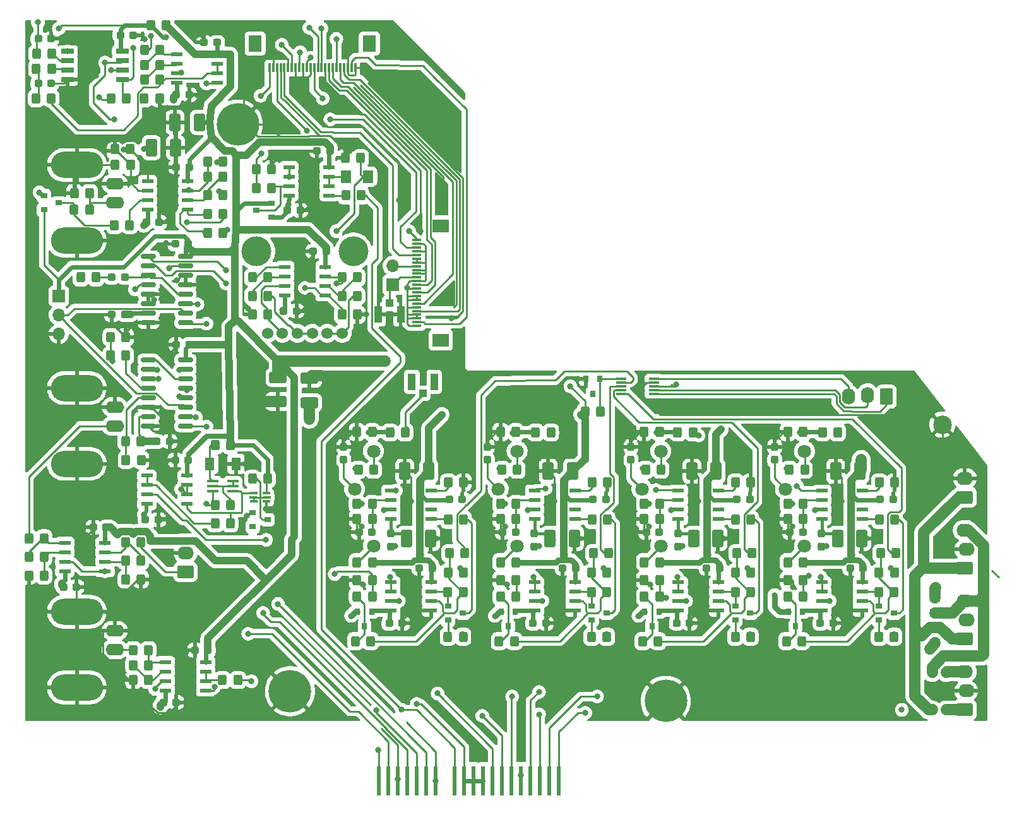
<source format=gbr>
G04 #@! TF.GenerationSoftware,KiCad,Pcbnew,(6.0.11-0)*
G04 #@! TF.CreationDate,2023-08-08T16:04:35+02:00*
G04 #@! TF.ProjectId,vm101-inout,766d3130-312d-4696-9e6f-75742e6b6963,rev?*
G04 #@! TF.SameCoordinates,Original*
G04 #@! TF.FileFunction,Copper,L1,Top*
G04 #@! TF.FilePolarity,Positive*
%FSLAX46Y46*%
G04 Gerber Fmt 4.6, Leading zero omitted, Abs format (unit mm)*
G04 Created by KiCad (PCBNEW (6.0.11-0)) date 2023-08-08 16:04:35*
%MOMM*%
%LPD*%
G01*
G04 APERTURE LIST*
G04 Aperture macros list*
%AMRoundRect*
0 Rectangle with rounded corners*
0 $1 Rounding radius*
0 $2 $3 $4 $5 $6 $7 $8 $9 X,Y pos of 4 corners*
0 Add a 4 corners polygon primitive as box body*
4,1,4,$2,$3,$4,$5,$6,$7,$8,$9,$2,$3,0*
0 Add four circle primitives for the rounded corners*
1,1,$1+$1,$2,$3*
1,1,$1+$1,$4,$5*
1,1,$1+$1,$6,$7*
1,1,$1+$1,$8,$9*
0 Add four rect primitives between the rounded corners*
20,1,$1+$1,$2,$3,$4,$5,0*
20,1,$1+$1,$4,$5,$6,$7,0*
20,1,$1+$1,$6,$7,$8,$9,0*
20,1,$1+$1,$8,$9,$2,$3,0*%
G04 Aperture macros list end*
G04 #@! TA.AperFunction,SMDPad,CuDef*
%ADD10RoundRect,0.250000X-0.325000X-0.450000X0.325000X-0.450000X0.325000X0.450000X-0.325000X0.450000X0*%
G04 #@! TD*
G04 #@! TA.AperFunction,SMDPad,CuDef*
%ADD11RoundRect,0.250000X0.325000X0.450000X-0.325000X0.450000X-0.325000X-0.450000X0.325000X-0.450000X0*%
G04 #@! TD*
G04 #@! TA.AperFunction,SMDPad,CuDef*
%ADD12R,1.550000X0.600000*%
G04 #@! TD*
G04 #@! TA.AperFunction,SMDPad,CuDef*
%ADD13RoundRect,0.237500X0.287500X0.237500X-0.287500X0.237500X-0.287500X-0.237500X0.287500X-0.237500X0*%
G04 #@! TD*
G04 #@! TA.AperFunction,SMDPad,CuDef*
%ADD14RoundRect,0.250001X0.499999X0.924999X-0.499999X0.924999X-0.499999X-0.924999X0.499999X-0.924999X0*%
G04 #@! TD*
G04 #@! TA.AperFunction,SMDPad,CuDef*
%ADD15RoundRect,0.237500X-0.287500X-0.237500X0.287500X-0.237500X0.287500X0.237500X-0.287500X0.237500X0*%
G04 #@! TD*
G04 #@! TA.AperFunction,SMDPad,CuDef*
%ADD16RoundRect,0.237500X0.237500X-0.287500X0.237500X0.287500X-0.237500X0.287500X-0.237500X-0.287500X0*%
G04 #@! TD*
G04 #@! TA.AperFunction,SMDPad,CuDef*
%ADD17RoundRect,0.237500X-0.237500X0.287500X-0.237500X-0.287500X0.237500X-0.287500X0.237500X0.287500X0*%
G04 #@! TD*
G04 #@! TA.AperFunction,SMDPad,CuDef*
%ADD18R,0.800000X0.900000*%
G04 #@! TD*
G04 #@! TA.AperFunction,SMDPad,CuDef*
%ADD19R,0.900000X0.800000*%
G04 #@! TD*
G04 #@! TA.AperFunction,SMDPad,CuDef*
%ADD20RoundRect,0.250001X0.462499X0.624999X-0.462499X0.624999X-0.462499X-0.624999X0.462499X-0.624999X0*%
G04 #@! TD*
G04 #@! TA.AperFunction,ConnectorPad*
%ADD21R,0.560000X4.000000*%
G04 #@! TD*
G04 #@! TA.AperFunction,SMDPad,CuDef*
%ADD22RoundRect,0.250001X-0.924999X0.499999X-0.924999X-0.499999X0.924999X-0.499999X0.924999X0.499999X0*%
G04 #@! TD*
G04 #@! TA.AperFunction,SMDPad,CuDef*
%ADD23R,1.300000X1.700000*%
G04 #@! TD*
G04 #@! TA.AperFunction,SMDPad,CuDef*
%ADD24RoundRect,0.243750X-0.243750X-0.456250X0.243750X-0.456250X0.243750X0.456250X-0.243750X0.456250X0*%
G04 #@! TD*
G04 #@! TA.AperFunction,SMDPad,CuDef*
%ADD25RoundRect,0.250000X-0.450000X0.325000X-0.450000X-0.325000X0.450000X-0.325000X0.450000X0.325000X0*%
G04 #@! TD*
G04 #@! TA.AperFunction,SMDPad,CuDef*
%ADD26RoundRect,0.250000X0.450000X-0.325000X0.450000X0.325000X-0.450000X0.325000X-0.450000X-0.325000X0*%
G04 #@! TD*
G04 #@! TA.AperFunction,ComponentPad*
%ADD27C,5.700000*%
G04 #@! TD*
G04 #@! TA.AperFunction,SMDPad,CuDef*
%ADD28R,1.300000X0.300000*%
G04 #@! TD*
G04 #@! TA.AperFunction,SMDPad,CuDef*
%ADD29R,2.200000X1.800000*%
G04 #@! TD*
G04 #@! TA.AperFunction,ComponentPad*
%ADD30C,2.500000*%
G04 #@! TD*
G04 #@! TA.AperFunction,ComponentPad*
%ADD31R,1.700000X1.700000*%
G04 #@! TD*
G04 #@! TA.AperFunction,ComponentPad*
%ADD32O,1.700000X1.700000*%
G04 #@! TD*
G04 #@! TA.AperFunction,SMDPad,CuDef*
%ADD33R,1.500000X0.400000*%
G04 #@! TD*
G04 #@! TA.AperFunction,SMDPad,CuDef*
%ADD34R,1.000000X0.375000*%
G04 #@! TD*
G04 #@! TA.AperFunction,SMDPad,CuDef*
%ADD35R,1.100000X0.300000*%
G04 #@! TD*
G04 #@! TA.AperFunction,SMDPad,CuDef*
%ADD36RoundRect,0.150000X-0.825000X-0.150000X0.825000X-0.150000X0.825000X0.150000X-0.825000X0.150000X0*%
G04 #@! TD*
G04 #@! TA.AperFunction,SMDPad,CuDef*
%ADD37R,1.400000X0.300000*%
G04 #@! TD*
G04 #@! TA.AperFunction,SMDPad,CuDef*
%ADD38R,1.000000X1.050000*%
G04 #@! TD*
G04 #@! TA.AperFunction,SMDPad,CuDef*
%ADD39R,1.041400X2.209800*%
G04 #@! TD*
G04 #@! TA.AperFunction,SMDPad,CuDef*
%ADD40R,0.300000X1.300000*%
G04 #@! TD*
G04 #@! TA.AperFunction,SMDPad,CuDef*
%ADD41R,1.800000X2.200000*%
G04 #@! TD*
G04 #@! TA.AperFunction,SMDPad,CuDef*
%ADD42R,1.700000X0.650000*%
G04 #@! TD*
G04 #@! TA.AperFunction,ComponentPad*
%ADD43C,1.800000*%
G04 #@! TD*
G04 #@! TA.AperFunction,ComponentPad*
%ADD44O,2.500000X1.600000*%
G04 #@! TD*
G04 #@! TA.AperFunction,ComponentPad*
%ADD45O,7.000000X3.500000*%
G04 #@! TD*
G04 #@! TA.AperFunction,ComponentPad*
%ADD46RoundRect,0.250000X0.850000X-0.620000X0.850000X0.620000X-0.850000X0.620000X-0.850000X-0.620000X0*%
G04 #@! TD*
G04 #@! TA.AperFunction,ComponentPad*
%ADD47O,2.200000X1.740000*%
G04 #@! TD*
G04 #@! TA.AperFunction,ComponentPad*
%ADD48RoundRect,0.250000X0.620000X0.850000X-0.620000X0.850000X-0.620000X-0.850000X0.620000X-0.850000X0*%
G04 #@! TD*
G04 #@! TA.AperFunction,ComponentPad*
%ADD49O,1.740000X2.200000*%
G04 #@! TD*
G04 #@! TA.AperFunction,ComponentPad*
%ADD50C,1.524000*%
G04 #@! TD*
G04 #@! TA.AperFunction,ComponentPad*
%ADD51C,4.000000*%
G04 #@! TD*
G04 #@! TA.AperFunction,ViaPad*
%ADD52C,0.800000*%
G04 #@! TD*
G04 #@! TA.AperFunction,ViaPad*
%ADD53C,1.300000*%
G04 #@! TD*
G04 #@! TA.AperFunction,Conductor*
%ADD54C,0.250000*%
G04 #@! TD*
G04 #@! TA.AperFunction,Conductor*
%ADD55C,0.800000*%
G04 #@! TD*
G04 #@! TA.AperFunction,Conductor*
%ADD56C,0.600000*%
G04 #@! TD*
G04 #@! TA.AperFunction,Conductor*
%ADD57C,1.000000*%
G04 #@! TD*
G04 #@! TA.AperFunction,Conductor*
%ADD58C,1.500000*%
G04 #@! TD*
G04 #@! TA.AperFunction,Conductor*
%ADD59C,0.400000*%
G04 #@! TD*
G04 APERTURE END LIST*
D10*
X118950000Y-60800000D03*
X121000000Y-60800000D03*
X126491666Y-67500000D03*
X128541666Y-67500000D03*
D11*
X116291666Y-70400000D03*
X114241666Y-70400000D03*
D10*
X114241666Y-72400000D03*
X116291666Y-72400000D03*
X114241666Y-60750000D03*
X116291666Y-60750000D03*
D11*
X128541666Y-72500000D03*
X126491666Y-72500000D03*
D10*
X114241666Y-78200000D03*
X116291666Y-78200000D03*
X114441666Y-65800000D03*
X116491666Y-65800000D03*
X126441666Y-88200000D03*
X128491666Y-88200000D03*
X126666666Y-77000000D03*
X128716666Y-77000000D03*
X126441666Y-82200000D03*
X128491666Y-82200000D03*
X114241666Y-82800000D03*
X116291666Y-82800000D03*
D11*
X116091666Y-88800000D03*
X114041666Y-88800000D03*
D10*
X114241666Y-80600000D03*
X116291666Y-80600000D03*
D11*
X128516666Y-79600000D03*
X126466666Y-79600000D03*
D12*
X118816666Y-80895000D03*
X118816666Y-82165000D03*
X118816666Y-83435000D03*
X118816666Y-84705000D03*
X124216666Y-84705000D03*
X124216666Y-83435000D03*
X124216666Y-82165000D03*
X124216666Y-80895000D03*
D13*
X128391666Y-69750000D03*
X126641666Y-69750000D03*
D14*
X123891666Y-66000000D03*
X120641666Y-66000000D03*
D15*
X114516666Y-74200000D03*
X116266666Y-74200000D03*
D14*
X124141666Y-75000000D03*
X120891666Y-75000000D03*
D16*
X118766666Y-76125000D03*
X118766666Y-74375000D03*
D17*
X112466666Y-62725000D03*
X112466666Y-64475000D03*
D13*
X124341666Y-79000000D03*
X122591666Y-79000000D03*
D15*
X118591666Y-86400000D03*
X120341666Y-86400000D03*
D18*
X116216666Y-84800000D03*
X114316666Y-84800000D03*
X115266666Y-86800000D03*
D19*
X126466666Y-84050000D03*
X128466666Y-85000000D03*
X126466666Y-85950000D03*
D11*
X59100000Y-30900000D03*
X57050000Y-30900000D03*
D13*
X63875000Y-40000000D03*
X62125000Y-40000000D03*
D10*
X92975000Y-45000000D03*
X95025000Y-45000000D03*
D11*
X83025000Y-45000000D03*
X80975000Y-45000000D03*
D15*
X89125000Y-36500000D03*
X90875000Y-36500000D03*
X85125000Y-44500000D03*
X86875000Y-44500000D03*
D10*
X92975000Y-42500000D03*
X95025000Y-42500000D03*
X92975000Y-40000000D03*
X95025000Y-40000000D03*
X80975000Y-42500000D03*
X83025000Y-42500000D03*
X80975000Y-40000000D03*
X83025000Y-40000000D03*
D12*
X85300000Y-38595000D03*
X85300000Y-39865000D03*
X85300000Y-41135000D03*
X85300000Y-42405000D03*
X90700000Y-42405000D03*
X90700000Y-41135000D03*
X90700000Y-39865000D03*
X90700000Y-38595000D03*
D11*
X78000000Y-73000000D03*
X75950000Y-73000000D03*
D20*
X96487500Y-26500000D03*
X93512500Y-26500000D03*
D21*
X97945000Y-107500000D03*
X99215000Y-107500000D03*
X100485000Y-107500000D03*
X101755000Y-107500000D03*
X103025000Y-107500000D03*
X104295000Y-107500000D03*
X105565000Y-107500000D03*
X108105000Y-107500000D03*
X109375000Y-107500000D03*
X110645000Y-107500000D03*
X111915000Y-107500000D03*
X113185000Y-107500000D03*
X114455000Y-107500000D03*
X115725000Y-107500000D03*
X116995000Y-107500000D03*
X118265000Y-107500000D03*
X119535000Y-107500000D03*
X120805000Y-107500000D03*
X122075000Y-107500000D03*
D12*
X66900000Y-27095000D03*
X66900000Y-28365000D03*
X66900000Y-29635000D03*
X66900000Y-30905000D03*
X72300000Y-30905000D03*
X72300000Y-29635000D03*
X72300000Y-28365000D03*
X72300000Y-27095000D03*
D15*
X59625000Y-73500000D03*
X61375000Y-73500000D03*
D13*
X57375000Y-81500000D03*
X55625000Y-81500000D03*
D22*
X84400000Y-53400000D03*
X84400000Y-56650000D03*
X88600000Y-53550000D03*
X88600000Y-56800000D03*
D15*
X70725000Y-25200000D03*
X72475000Y-25200000D03*
X89625000Y-23000000D03*
X91375000Y-23000000D03*
X70625000Y-35500000D03*
X72375000Y-35500000D03*
X66725000Y-32600000D03*
X68475000Y-32600000D03*
D11*
X53025000Y-75000000D03*
X50975000Y-75000000D03*
D15*
X85625000Y-31000000D03*
X87375000Y-31000000D03*
D13*
X63875000Y-45000000D03*
X62125000Y-45000000D03*
D10*
X61950000Y-48000000D03*
X64000000Y-48000000D03*
X50975000Y-77500000D03*
X53025000Y-77500000D03*
D15*
X70625000Y-64500000D03*
X72375000Y-64500000D03*
D10*
X50975000Y-80000000D03*
X53025000Y-80000000D03*
D15*
X70750000Y-49000000D03*
X72500000Y-49000000D03*
X66625000Y-72500000D03*
X68375000Y-72500000D03*
D14*
X73850000Y-19200000D03*
X70600000Y-19200000D03*
X70650000Y-22600000D03*
X67400000Y-22600000D03*
D13*
X147658332Y-69750000D03*
X145908332Y-69750000D03*
D14*
X143158332Y-66000000D03*
X139908332Y-66000000D03*
D15*
X133783332Y-74200000D03*
X135533332Y-74200000D03*
D14*
X143408332Y-75000000D03*
X140158332Y-75000000D03*
D16*
X138033332Y-76125000D03*
X138033332Y-74375000D03*
D17*
X131733332Y-62725000D03*
X131733332Y-64475000D03*
D13*
X143608332Y-79000000D03*
X141858332Y-79000000D03*
D15*
X137858332Y-86400000D03*
X139608332Y-86400000D03*
D13*
X166925000Y-69750000D03*
X165175000Y-69750000D03*
D14*
X162425000Y-66000000D03*
X159175000Y-66000000D03*
D15*
X153050000Y-74200000D03*
X154800000Y-74200000D03*
D14*
X162675000Y-75000000D03*
X159425000Y-75000000D03*
D16*
X157300000Y-76125000D03*
X157300000Y-74375000D03*
D13*
X162875000Y-79000000D03*
X161125000Y-79000000D03*
D15*
X157125000Y-86400000D03*
X158875000Y-86400000D03*
D13*
X109125000Y-69750000D03*
X107375000Y-69750000D03*
D14*
X104625000Y-66000000D03*
X101375000Y-66000000D03*
D15*
X95250000Y-74200000D03*
X97000000Y-74200000D03*
D14*
X104875000Y-75000000D03*
X101625000Y-75000000D03*
D16*
X99500000Y-76125000D03*
X99500000Y-74375000D03*
D17*
X93200000Y-62725000D03*
X93200000Y-64475000D03*
D13*
X105075000Y-79000000D03*
X103325000Y-79000000D03*
D15*
X99325000Y-86400000D03*
X101075000Y-86400000D03*
D19*
X53000000Y-29050000D03*
X53000000Y-30950000D03*
X55000000Y-30000000D03*
X83500000Y-31950000D03*
X83500000Y-30050000D03*
X81500000Y-31000000D03*
D23*
X78750000Y-65000000D03*
X75250000Y-65000000D03*
D19*
X81000000Y-73450000D03*
X83000000Y-72500000D03*
X81000000Y-71550000D03*
D18*
X135483332Y-84800000D03*
X133583332Y-84800000D03*
X134533332Y-86800000D03*
X154750000Y-84800000D03*
X152850000Y-84800000D03*
X153800000Y-86800000D03*
X96950000Y-84800000D03*
X95050000Y-84800000D03*
X96000000Y-86800000D03*
D24*
X172125000Y-98000000D03*
X174000000Y-98000000D03*
X172125000Y-93000000D03*
X174000000Y-93000000D03*
D25*
X172500000Y-86950000D03*
X172500000Y-89000000D03*
D26*
X172500000Y-85000000D03*
X172500000Y-82950000D03*
D27*
X136400000Y-96800000D03*
X79000000Y-19500000D03*
X86000000Y-95500000D03*
D28*
X103000000Y-46500000D03*
X103000000Y-46000000D03*
X103000000Y-45500000D03*
X103000000Y-45000000D03*
X103000000Y-44500000D03*
X103000000Y-44000000D03*
X103000000Y-43500000D03*
X103000000Y-43000000D03*
X103000000Y-42500000D03*
X103000000Y-42000000D03*
X103000000Y-41500000D03*
X103000000Y-41000000D03*
X103000000Y-40500000D03*
X103000000Y-40000000D03*
X103000000Y-39500000D03*
X103000000Y-39000000D03*
X103000000Y-38500000D03*
X103000000Y-38000000D03*
X103000000Y-37500000D03*
X103000000Y-37000000D03*
X103000000Y-36500000D03*
X103000000Y-36000000D03*
X103000000Y-35500000D03*
X103000000Y-35000000D03*
D29*
X106250000Y-33100000D03*
X106250000Y-48400000D03*
D12*
X118816666Y-68595000D03*
X118816666Y-69865000D03*
X118816666Y-71135000D03*
X118816666Y-72405000D03*
X124216666Y-72405000D03*
X124216666Y-71135000D03*
X124216666Y-69865000D03*
X124216666Y-68595000D03*
D30*
X173492000Y-59746000D03*
D31*
X55000000Y-42500000D03*
D32*
X55000000Y-45040000D03*
X55000000Y-47580000D03*
D33*
X75670000Y-67350000D03*
X75670000Y-68000000D03*
X75670000Y-68650000D03*
X78330000Y-68650000D03*
X78330000Y-68000000D03*
X78330000Y-67350000D03*
D34*
X81150000Y-68962500D03*
D35*
X81075000Y-69500000D03*
D34*
X81150000Y-70037500D03*
X82850000Y-70037500D03*
D35*
X82925000Y-69500000D03*
D34*
X82850000Y-68962500D03*
D19*
X145733332Y-84050000D03*
X147733332Y-85000000D03*
X145733332Y-85950000D03*
X165000000Y-84050000D03*
X167000000Y-85000000D03*
X165000000Y-85950000D03*
X107200000Y-84050000D03*
X109200000Y-85000000D03*
X107200000Y-85950000D03*
D10*
X63975000Y-75500000D03*
X66025000Y-75500000D03*
D11*
X66025000Y-78000000D03*
X63975000Y-78000000D03*
X66025000Y-80500000D03*
X63975000Y-80500000D03*
X67025000Y-90000000D03*
X64975000Y-90000000D03*
D10*
X65000000Y-94000000D03*
X67050000Y-94000000D03*
X76950000Y-94000000D03*
X79000000Y-94000000D03*
X62450000Y-33000000D03*
X64500000Y-33000000D03*
X57075000Y-28700000D03*
X59125000Y-28700000D03*
D11*
X77000000Y-31500000D03*
X74950000Y-31500000D03*
D10*
X74950000Y-24500000D03*
X77000000Y-24500000D03*
D11*
X77025000Y-34000000D03*
X74975000Y-34000000D03*
X77025000Y-26500000D03*
X74975000Y-26500000D03*
D10*
X74975000Y-29000000D03*
X77025000Y-29000000D03*
D11*
X95525000Y-29000000D03*
X93475000Y-29000000D03*
D10*
X93450000Y-24000000D03*
X95500000Y-24000000D03*
X81450000Y-28000000D03*
X83500000Y-28000000D03*
D11*
X83525000Y-25500000D03*
X81475000Y-25500000D03*
D10*
X75975000Y-62500000D03*
X78025000Y-62500000D03*
D11*
X66050000Y-64500000D03*
X64000000Y-64500000D03*
D10*
X63950000Y-62000000D03*
X66000000Y-62000000D03*
X61950000Y-50500000D03*
X64000000Y-50500000D03*
D11*
X83000000Y-67000000D03*
X80950000Y-67000000D03*
D10*
X125575000Y-58000000D03*
X127625000Y-58000000D03*
X138000000Y-60800000D03*
X140050000Y-60800000D03*
X145758332Y-67500000D03*
X147808332Y-67500000D03*
D11*
X135558332Y-70400000D03*
X133508332Y-70400000D03*
D10*
X133508332Y-72400000D03*
X135558332Y-72400000D03*
X133508332Y-60750000D03*
X135558332Y-60750000D03*
D11*
X147808332Y-72500000D03*
X145758332Y-72500000D03*
D10*
X133508332Y-78200000D03*
X135558332Y-78200000D03*
X133708332Y-65800000D03*
X135758332Y-65800000D03*
X145708332Y-88200000D03*
X147758332Y-88200000D03*
X145933332Y-77000000D03*
X147983332Y-77000000D03*
X145708332Y-82200000D03*
X147758332Y-82200000D03*
X133508332Y-82800000D03*
X135558332Y-82800000D03*
D11*
X135358332Y-88800000D03*
X133308332Y-88800000D03*
D10*
X133508332Y-80600000D03*
X135558332Y-80600000D03*
D11*
X147783332Y-79600000D03*
X145733332Y-79600000D03*
D10*
X157400000Y-60800000D03*
X159450000Y-60800000D03*
X165025000Y-67500000D03*
X167075000Y-67500000D03*
D11*
X154825000Y-70400000D03*
X152775000Y-70400000D03*
D10*
X152775000Y-72400000D03*
X154825000Y-72400000D03*
X152775000Y-60750000D03*
X154825000Y-60750000D03*
D11*
X167075000Y-72500000D03*
X165025000Y-72500000D03*
D10*
X152775000Y-78200000D03*
X154825000Y-78200000D03*
X152975000Y-65800000D03*
X155025000Y-65800000D03*
X164975000Y-88200000D03*
X167025000Y-88200000D03*
X165200000Y-77000000D03*
X167250000Y-77000000D03*
X164975000Y-82200000D03*
X167025000Y-82200000D03*
X152775000Y-82800000D03*
X154825000Y-82800000D03*
D11*
X154625000Y-88800000D03*
X152575000Y-88800000D03*
D10*
X152775000Y-80600000D03*
X154825000Y-80600000D03*
D11*
X167050000Y-79600000D03*
X165000000Y-79600000D03*
D10*
X99400000Y-60800000D03*
X101450000Y-60800000D03*
X107225000Y-67500000D03*
X109275000Y-67500000D03*
D11*
X97025000Y-70400000D03*
X94975000Y-70400000D03*
D10*
X94975000Y-72400000D03*
X97025000Y-72400000D03*
X94975000Y-60750000D03*
X97025000Y-60750000D03*
D11*
X109275000Y-72500000D03*
X107225000Y-72500000D03*
D10*
X94975000Y-78200000D03*
X97025000Y-78200000D03*
X95175000Y-65800000D03*
X97225000Y-65800000D03*
X107175000Y-88200000D03*
X109225000Y-88200000D03*
X107400000Y-77000000D03*
X109450000Y-77000000D03*
X107175000Y-82200000D03*
X109225000Y-82200000D03*
X94975000Y-82800000D03*
X97025000Y-82800000D03*
X94975000Y-80600000D03*
X97025000Y-80600000D03*
D11*
X109250000Y-79600000D03*
X107200000Y-79600000D03*
D12*
X55800000Y-75595000D03*
X55800000Y-76865000D03*
X55800000Y-78135000D03*
X55800000Y-79405000D03*
X61200000Y-79405000D03*
X61200000Y-78135000D03*
X61200000Y-76865000D03*
X61200000Y-75595000D03*
X69300000Y-91595000D03*
X69300000Y-92865000D03*
X69300000Y-94135000D03*
X69300000Y-95405000D03*
X74700000Y-95405000D03*
X74700000Y-94135000D03*
X74700000Y-92865000D03*
X74700000Y-91595000D03*
D36*
X67050000Y-37190000D03*
X67050000Y-38460000D03*
X67050000Y-39730000D03*
X67050000Y-41000000D03*
X67050000Y-42270000D03*
X67050000Y-43540000D03*
X67050000Y-44810000D03*
X67050000Y-46080000D03*
X72000000Y-46080000D03*
X72000000Y-44810000D03*
X72000000Y-43540000D03*
X72000000Y-42270000D03*
X72000000Y-41000000D03*
X72000000Y-39730000D03*
X72000000Y-38460000D03*
X72000000Y-37190000D03*
D12*
X85860000Y-25195000D03*
X85860000Y-26465000D03*
X85860000Y-27735000D03*
X85860000Y-29005000D03*
X91260000Y-29005000D03*
X91260000Y-27735000D03*
X91260000Y-26465000D03*
X91260000Y-25195000D03*
D36*
X67025000Y-51055000D03*
X67025000Y-52325000D03*
X67025000Y-53595000D03*
X67025000Y-54865000D03*
X67025000Y-56135000D03*
X67025000Y-57405000D03*
X67025000Y-58675000D03*
X67025000Y-59945000D03*
X71975000Y-59945000D03*
X71975000Y-58675000D03*
X71975000Y-57405000D03*
X71975000Y-56135000D03*
X71975000Y-54865000D03*
X71975000Y-53595000D03*
X71975000Y-52325000D03*
X71975000Y-51055000D03*
D12*
X66800000Y-66595000D03*
X66800000Y-67865000D03*
X66800000Y-69135000D03*
X66800000Y-70405000D03*
X72200000Y-70405000D03*
X72200000Y-69135000D03*
X72200000Y-67865000D03*
X72200000Y-66595000D03*
D18*
X127550000Y-53600000D03*
X125650000Y-53600000D03*
X126600000Y-55600000D03*
D37*
X134800000Y-55600000D03*
X134800000Y-55100000D03*
X134800000Y-54600000D03*
X134800000Y-54100000D03*
X134800000Y-53600000D03*
X130400000Y-53600000D03*
X130400000Y-54100000D03*
X130400000Y-54600000D03*
X130400000Y-55100000D03*
X130400000Y-55600000D03*
D12*
X138083332Y-68595000D03*
X138083332Y-69865000D03*
X138083332Y-71135000D03*
X138083332Y-72405000D03*
X143483332Y-72405000D03*
X143483332Y-71135000D03*
X143483332Y-69865000D03*
X143483332Y-68595000D03*
X138083332Y-80895000D03*
X138083332Y-82165000D03*
X138083332Y-83435000D03*
X138083332Y-84705000D03*
X143483332Y-84705000D03*
X143483332Y-83435000D03*
X143483332Y-82165000D03*
X143483332Y-80895000D03*
X157350000Y-68595000D03*
X157350000Y-69865000D03*
X157350000Y-71135000D03*
X157350000Y-72405000D03*
X162750000Y-72405000D03*
X162750000Y-71135000D03*
X162750000Y-69865000D03*
X162750000Y-68595000D03*
X157350000Y-80895000D03*
X157350000Y-82165000D03*
X157350000Y-83435000D03*
X157350000Y-84705000D03*
X162750000Y-84705000D03*
X162750000Y-83435000D03*
X162750000Y-82165000D03*
X162750000Y-80895000D03*
X99550000Y-68595000D03*
X99550000Y-69865000D03*
X99550000Y-71135000D03*
X99550000Y-72405000D03*
X104950000Y-72405000D03*
X104950000Y-71135000D03*
X104950000Y-69865000D03*
X104950000Y-68595000D03*
X99550000Y-80895000D03*
X99550000Y-82165000D03*
X99550000Y-83435000D03*
X99550000Y-84705000D03*
X104950000Y-84705000D03*
X104950000Y-83435000D03*
X104950000Y-82165000D03*
X104950000Y-80895000D03*
D11*
X96825000Y-88800000D03*
X94775000Y-88800000D03*
D38*
X99352499Y-43474999D03*
D39*
X97854998Y-45000000D03*
X100850000Y-45000000D03*
D38*
X103852499Y-55525001D03*
D39*
X105350000Y-54000000D03*
X102354998Y-54000000D03*
D15*
X73250000Y-90000000D03*
X75000000Y-90000000D03*
D13*
X70750000Y-97000000D03*
X69000000Y-97000000D03*
D11*
X67050000Y-92000000D03*
X65000000Y-92000000D03*
D40*
X94750000Y-11900000D03*
X94250000Y-11900000D03*
X93750000Y-11900000D03*
X93250000Y-11900000D03*
X92750000Y-11900000D03*
X92250000Y-11900000D03*
X91750000Y-11900000D03*
X91250000Y-11900000D03*
X90750000Y-11900000D03*
X90250000Y-11900000D03*
X89750000Y-11900000D03*
X89250000Y-11900000D03*
X88750000Y-11900000D03*
X88250000Y-11900000D03*
X87750000Y-11900000D03*
X87250000Y-11900000D03*
X86750000Y-11900000D03*
X86250000Y-11900000D03*
X85750000Y-11900000D03*
X85250000Y-11900000D03*
X84750000Y-11900000D03*
X84250000Y-11900000D03*
X83750000Y-11900000D03*
X83250000Y-11900000D03*
D41*
X96650000Y-8650000D03*
X81350000Y-8650000D03*
D12*
X70800000Y-10095000D03*
X70800000Y-11365000D03*
X70800000Y-12635000D03*
X70800000Y-13905000D03*
X76200000Y-13905000D03*
X76200000Y-12635000D03*
X76200000Y-11365000D03*
X76200000Y-10095000D03*
D42*
X56200000Y-9690000D03*
X56200000Y-10960000D03*
X56200000Y-12230000D03*
X56200000Y-13500000D03*
X63500000Y-13500000D03*
X63500000Y-12230000D03*
X63500000Y-10960000D03*
X63500000Y-9690000D03*
D15*
X52250000Y-8000000D03*
X54000000Y-8000000D03*
X52250000Y-14000000D03*
X54000000Y-14000000D03*
D13*
X76250000Y-8500000D03*
X74500000Y-8500000D03*
D15*
X63250000Y-7500000D03*
X65000000Y-7500000D03*
D10*
X51975000Y-12000000D03*
X54025000Y-12000000D03*
X66450000Y-16000000D03*
X68500000Y-16000000D03*
D11*
X64050000Y-16000000D03*
X62000000Y-16000000D03*
D10*
X66475000Y-9500000D03*
X68525000Y-9500000D03*
X66475000Y-13500000D03*
X68525000Y-13500000D03*
X66475000Y-11500000D03*
X68525000Y-11500000D03*
X52000000Y-10000000D03*
X54050000Y-10000000D03*
X51950000Y-16000000D03*
X54000000Y-16000000D03*
X67350000Y-6200000D03*
X69400000Y-6200000D03*
D11*
X60000000Y-40000000D03*
X57950000Y-40000000D03*
D17*
X151000000Y-62725000D03*
X151000000Y-64475000D03*
D15*
X68125000Y-62000000D03*
X69875000Y-62000000D03*
D10*
X75950000Y-70500000D03*
X78000000Y-70500000D03*
D15*
X70750000Y-15500000D03*
X72500000Y-15500000D03*
D11*
X64559600Y-22788000D03*
X62509600Y-22788000D03*
X64610400Y-24870800D03*
X62560400Y-24870800D03*
D43*
X116466666Y-76000000D03*
X113926666Y-68380000D03*
X116466666Y-63300000D03*
D44*
X62500000Y-30000000D03*
D45*
X57420000Y-35080000D03*
D44*
X62500000Y-27460000D03*
D45*
X57420000Y-24920000D03*
D46*
X72000000Y-79500000D03*
D47*
X72000000Y-76960000D03*
D44*
X62500000Y-59920000D03*
X62500000Y-57380000D03*
D45*
X57420000Y-54840000D03*
X57420000Y-65000000D03*
D46*
X176500000Y-69500000D03*
D47*
X176500000Y-66960000D03*
D46*
X176500000Y-88500000D03*
D47*
X176700000Y-85960000D03*
X176500000Y-83420000D03*
D46*
X176500000Y-98000000D03*
D47*
X176700000Y-95460000D03*
X176500000Y-92920000D03*
D48*
X166000000Y-56000000D03*
D49*
X163460000Y-55800000D03*
X160920000Y-56000000D03*
D50*
X91000000Y-47500000D03*
X93000000Y-47500000D03*
X83000000Y-47500000D03*
X89000000Y-47500000D03*
X87000000Y-47500000D03*
X85000000Y-47500000D03*
D51*
X81500000Y-36500000D03*
X94500000Y-36500000D03*
D43*
X135733332Y-76000000D03*
X133193332Y-68380000D03*
X135733332Y-63300000D03*
X155000000Y-76000000D03*
X152460000Y-68380000D03*
X155000000Y-63300000D03*
X97200000Y-76000000D03*
X94660000Y-68380000D03*
X97200000Y-63300000D03*
D44*
X62500000Y-89920000D03*
X62500000Y-87380000D03*
D45*
X57420000Y-95000000D03*
X57420000Y-84840000D03*
D46*
X176500000Y-79000000D03*
D47*
X176700000Y-76460000D03*
X176500000Y-73920000D03*
D31*
X99800000Y-41000000D03*
D32*
X99800000Y-38460000D03*
D52*
X113466666Y-85400000D03*
X116266666Y-78400000D03*
X128466666Y-88000000D03*
X122866666Y-77200000D03*
X132733332Y-85400000D03*
X135533332Y-78400000D03*
X147733332Y-88000000D03*
X142133332Y-77200000D03*
X154800000Y-78400000D03*
X167000000Y-88000000D03*
X161400000Y-77200000D03*
X109200000Y-88000000D03*
D53*
X171800000Y-89800000D03*
D52*
X143800000Y-60384001D03*
X123600000Y-54600000D03*
X151000000Y-82600000D03*
X99000000Y-51200000D03*
X106400000Y-58400000D03*
X97000000Y-78400000D03*
X103600000Y-77200000D03*
X162600000Y-64400000D03*
X94200000Y-85400000D03*
X125000000Y-58400000D03*
X137800000Y-54375000D03*
D53*
X84400000Y-51200000D03*
D52*
X128666666Y-67600000D03*
X121466666Y-70000000D03*
X124866666Y-75000000D03*
X119391666Y-76000000D03*
X114866666Y-73400000D03*
X114066666Y-62200000D03*
X115066666Y-81200000D03*
X122366666Y-83798599D03*
X147933332Y-67600000D03*
X140733332Y-70000000D03*
X144133332Y-75000000D03*
X138658332Y-76000000D03*
X134133332Y-73400000D03*
X133333332Y-62200000D03*
X134333332Y-81200000D03*
X141633332Y-83798599D03*
X167200000Y-67600000D03*
X160000000Y-70000000D03*
X163400000Y-75000000D03*
X157925000Y-76000000D03*
X153400000Y-73400000D03*
X160900000Y-83798599D03*
X98400000Y-29000000D03*
X66497484Y-8043608D03*
X103474990Y-33800000D03*
X92100000Y-82000000D03*
X94000000Y-23000000D03*
X153430812Y-81508586D03*
X93950000Y-7550000D03*
X152600000Y-62400011D03*
X79800000Y-11600000D03*
X168850000Y-53700000D03*
X102200000Y-70000000D03*
X60000000Y-13000000D03*
X170100000Y-71300000D03*
X96200000Y-45000000D03*
X105600000Y-75000000D03*
X95800000Y-81200000D03*
X67800000Y-43000000D03*
X69387340Y-35387340D03*
X96200000Y-33000000D03*
X76512660Y-28487340D03*
X82200000Y-56800000D03*
X102600000Y-49000000D03*
X72000000Y-90400000D03*
X88600000Y-42400000D03*
X107600000Y-43400000D03*
X99350000Y-94250000D03*
X100800000Y-13000000D03*
X103100000Y-83798599D03*
X133200000Y-55200000D03*
X108000000Y-21800000D03*
X100600000Y-29600000D03*
X114000000Y-55550000D03*
X57600000Y-42400000D03*
X58800000Y-74600000D03*
X107674990Y-45487812D03*
X80400000Y-44200000D03*
X69800000Y-29000000D03*
X90000000Y-53200000D03*
X107766666Y-56033334D03*
X109400000Y-67600000D03*
X73400000Y-7600000D03*
X70800000Y-40400000D03*
X89000000Y-27200000D03*
X69600000Y-72200000D03*
X69600000Y-46000000D03*
X70750000Y-97000000D03*
X80000000Y-65000000D03*
X73600000Y-15600000D03*
X100125000Y-76000000D03*
X74600000Y-55600000D03*
X124600000Y-53600000D03*
X106525010Y-30600000D03*
X69800000Y-50200000D03*
X69400000Y-64800000D03*
X82800000Y-71000000D03*
X95600000Y-73400000D03*
X78400000Y-81400000D03*
X69800000Y-60600000D03*
X94800000Y-62200000D03*
X80200000Y-72000000D03*
X118591666Y-86400000D03*
X121266666Y-75200000D03*
X114066666Y-65600000D03*
X128066666Y-79000000D03*
X137858332Y-86400000D03*
X140533332Y-75200000D03*
X133333332Y-65600000D03*
X147333332Y-79000000D03*
X157125000Y-86400000D03*
X159800000Y-75200000D03*
X152600000Y-65600000D03*
X166600000Y-79000000D03*
D53*
X88600000Y-59000000D03*
D52*
X85800000Y-30200000D03*
X66400000Y-22800000D03*
X74800000Y-70400000D03*
X66400000Y-71800000D03*
X102000000Y-75200000D03*
X52400000Y-28600000D03*
X70400000Y-16200000D03*
X64600000Y-45000000D03*
X55400000Y-81000000D03*
X66400000Y-33000000D03*
X66800000Y-62000000D03*
X85000000Y-44400000D03*
X94800000Y-65600000D03*
X99325000Y-86400000D03*
X108800000Y-79000000D03*
D53*
X172600000Y-81600000D03*
D52*
X68600000Y-97600000D03*
X168050000Y-98000000D03*
X92200000Y-33800000D03*
X77400000Y-39000000D03*
X62200000Y-51200000D03*
X61200000Y-79405000D03*
X88000000Y-41400000D03*
X88600000Y-6525000D03*
X69400000Y-7800000D03*
X55000000Y-6600000D03*
X67387340Y-7587340D03*
X52200000Y-5800000D03*
X119866666Y-83400000D03*
X139133332Y-83400000D03*
X158400000Y-83400000D03*
X100600000Y-83400000D03*
X102000000Y-33800000D03*
X101702912Y-41399831D03*
X88269135Y-20330865D03*
X91400000Y-18800000D03*
X74800000Y-14000000D03*
X101600000Y-60400000D03*
X159400000Y-60800000D03*
X75874006Y-94883116D03*
X82800000Y-75200000D03*
X140800000Y-61200000D03*
X121200000Y-60800000D03*
X76200000Y-24600000D03*
X82050000Y-15650000D03*
X82200000Y-23400000D03*
X155600000Y-80000000D03*
X84900032Y-8799999D03*
X87362340Y-9812340D03*
X136400000Y-83000000D03*
X88800000Y-10525000D03*
X116400000Y-83000000D03*
X92000000Y-79800000D03*
X90400000Y-16000000D03*
X90250000Y-6600000D03*
X60400000Y-15800000D03*
X92225000Y-8025000D03*
X80835712Y-94166548D03*
X100485000Y-107315000D03*
X117000000Y-106800000D03*
X105501283Y-107501283D03*
X111800000Y-98800000D03*
X103000000Y-97200000D03*
X125600000Y-98400000D03*
X119400000Y-98600000D03*
X97800000Y-103400000D03*
X97587347Y-98012653D03*
X154000000Y-68000000D03*
X127200000Y-96200000D03*
X119400000Y-95600000D03*
X135088848Y-68511152D03*
X115800000Y-96200000D03*
X120263143Y-68336857D03*
X100200000Y-68600000D03*
X105800000Y-95800000D03*
X67924976Y-95200000D03*
X100999997Y-97999997D03*
X61200000Y-11200000D03*
X62400000Y-18800000D03*
X84400002Y-83800000D03*
X74800000Y-46200000D03*
X82400000Y-85000000D03*
X74800000Y-60000000D03*
X73400000Y-58800000D03*
X73600000Y-43600000D03*
X80400000Y-87800008D03*
X72200008Y-32600000D03*
X65200000Y-41600000D03*
X72200000Y-55125000D03*
X72400000Y-28275000D03*
X85860000Y-26465000D03*
X77600000Y-33600000D03*
X92199988Y-40800000D03*
X77400000Y-40800000D03*
X80800000Y-40200000D03*
X71400000Y-12535001D03*
X66450000Y-16000000D03*
X65000000Y-9200000D03*
X117879319Y-71187347D03*
X115866666Y-60900010D03*
X118666666Y-80200000D03*
X114866666Y-70400000D03*
X137145985Y-71187347D03*
X135133332Y-60800000D03*
X137933332Y-80200000D03*
X134133332Y-70400000D03*
X156412653Y-71187347D03*
X154400000Y-60800000D03*
X157200000Y-80200000D03*
X153400000Y-70400000D03*
X96600000Y-60800000D03*
X98612653Y-71187347D03*
X95600000Y-70400000D03*
X99400000Y-80200000D03*
X69800000Y-38799994D03*
X68200000Y-52400000D03*
X68400000Y-53600000D03*
X71200000Y-52400000D03*
X71200000Y-56000000D03*
X71400000Y-68400000D03*
X62000000Y-12200000D03*
X56200000Y-9690000D03*
X57950000Y-40000000D03*
X63684100Y-22889600D03*
D54*
X181044000Y-80192000D02*
X180149500Y-79297500D01*
D55*
X114066666Y-84800000D02*
X113466666Y-85400000D01*
X114316666Y-84800000D02*
X114066666Y-84800000D01*
X116266666Y-78225000D02*
X116291666Y-78200000D01*
X116266666Y-78400000D02*
X116266666Y-78225000D01*
X124341666Y-78525000D02*
X124341666Y-79000000D01*
X123741656Y-77924990D02*
X124341666Y-78525000D01*
X121957256Y-77924990D02*
X123741656Y-77924990D01*
X121682246Y-78200000D02*
X121957256Y-77924990D01*
X116291666Y-78200000D02*
X121682246Y-78200000D01*
D56*
X123511664Y-69865000D02*
X124216666Y-69865000D01*
X122941665Y-69295001D02*
X123511664Y-69865000D01*
X122941665Y-66950001D02*
X122941665Y-69295001D01*
X123891666Y-66000000D02*
X122941665Y-66950001D01*
X126526666Y-69865000D02*
X126641666Y-69750000D01*
X124216666Y-69865000D02*
X126526666Y-69865000D01*
X124216666Y-79125000D02*
X124341666Y-79000000D01*
X124216666Y-80895000D02*
X124216666Y-79125000D01*
D57*
X122791656Y-77675010D02*
X122791656Y-77824990D01*
X122691656Y-77575010D02*
X122791656Y-77675010D01*
X122691656Y-67200010D02*
X122691656Y-77575010D01*
X123891666Y-66000000D02*
X122691656Y-67200010D01*
X128491666Y-88025000D02*
X128466666Y-88000000D01*
X128491666Y-88200000D02*
X128491666Y-88025000D01*
D55*
X133333332Y-84800000D02*
X132733332Y-85400000D01*
X133583332Y-84800000D02*
X133333332Y-84800000D01*
X135533332Y-78225000D02*
X135558332Y-78200000D01*
X135533332Y-78400000D02*
X135533332Y-78225000D01*
X143608332Y-78525000D02*
X143608332Y-79000000D01*
X143008322Y-77924990D02*
X143608332Y-78525000D01*
X141223922Y-77924990D02*
X143008322Y-77924990D01*
X140948912Y-78200000D02*
X141223922Y-77924990D01*
X135558332Y-78200000D02*
X140948912Y-78200000D01*
D56*
X142778330Y-69865000D02*
X143483332Y-69865000D01*
X142208331Y-69295001D02*
X142778330Y-69865000D01*
X142208331Y-66950001D02*
X142208331Y-69295001D01*
X143158332Y-66000000D02*
X142208331Y-66950001D01*
X145793332Y-69865000D02*
X145908332Y-69750000D01*
X143483332Y-69865000D02*
X145793332Y-69865000D01*
X143483332Y-79125000D02*
X143608332Y-79000000D01*
X143483332Y-80895000D02*
X143483332Y-79125000D01*
D57*
X142058322Y-77675010D02*
X142058322Y-77824990D01*
X141958322Y-77575010D02*
X142058322Y-77675010D01*
X141958322Y-67200010D02*
X141958322Y-77575010D01*
X143158332Y-66000000D02*
X141958322Y-67200010D01*
X147758332Y-88025000D02*
X147733332Y-88000000D01*
X147758332Y-88200000D02*
X147758332Y-88025000D01*
D55*
X154800000Y-78225000D02*
X154825000Y-78200000D01*
X154800000Y-78400000D02*
X154800000Y-78225000D01*
X162875000Y-78525000D02*
X162875000Y-79000000D01*
X162274990Y-77924990D02*
X162875000Y-78525000D01*
X160490590Y-77924990D02*
X162274990Y-77924990D01*
X160215580Y-78200000D02*
X160490590Y-77924990D01*
X154825000Y-78200000D02*
X160215580Y-78200000D01*
D56*
X162044998Y-69865000D02*
X162750000Y-69865000D01*
X161474999Y-69295001D02*
X162044998Y-69865000D01*
X161474999Y-66950001D02*
X161474999Y-69295001D01*
X162425000Y-66000000D02*
X161474999Y-66950001D01*
X165060000Y-69865000D02*
X165175000Y-69750000D01*
X162750000Y-69865000D02*
X165060000Y-69865000D01*
X162750000Y-79125000D02*
X162875000Y-79000000D01*
X162750000Y-80895000D02*
X162750000Y-79125000D01*
D57*
X161324990Y-77675010D02*
X161324990Y-77824990D01*
X161224990Y-77575010D02*
X161324990Y-77675010D01*
X161224990Y-67200010D02*
X161224990Y-77575010D01*
X162425000Y-66000000D02*
X161224990Y-67200010D01*
X167025000Y-88025000D02*
X167000000Y-88000000D01*
X167025000Y-88200000D02*
X167025000Y-88025000D01*
D54*
X136600000Y-54600000D02*
X137000000Y-54600000D01*
D57*
X109225000Y-88200000D02*
X109225000Y-88025000D01*
X103424990Y-67200010D02*
X103424990Y-77575010D01*
D56*
X63745744Y-38600000D02*
X67858405Y-34487339D01*
D57*
X125491666Y-64400000D02*
X125600000Y-64400000D01*
D55*
X97000000Y-78225000D02*
X97025000Y-78200000D01*
D57*
X86600000Y-74800000D02*
X86600000Y-53400000D01*
X104625000Y-66000000D02*
X104625000Y-60175000D01*
X109225000Y-88025000D02*
X109200000Y-88000000D01*
D54*
X136600000Y-54600000D02*
X137575000Y-54600000D01*
D57*
X103424990Y-77575010D02*
X103524990Y-77675010D01*
X75000000Y-90000000D02*
X75000000Y-88400000D01*
D56*
X72200000Y-64675000D02*
X72375000Y-64500000D01*
D55*
X102415580Y-78200000D02*
X102690590Y-77924990D01*
D57*
X91375000Y-23000000D02*
X91375000Y-22525000D01*
X80200000Y-78000000D02*
X82600000Y-80400000D01*
X73246986Y-10046986D02*
X69400000Y-6200000D01*
D56*
X74700000Y-90300000D02*
X75000000Y-90000000D01*
D57*
X162425000Y-64825000D02*
X162425000Y-66000000D01*
D54*
X72375000Y-64500000D02*
X72375000Y-64025000D01*
D56*
X76200000Y-10095000D02*
X76200000Y-8550000D01*
D58*
X94800000Y-51200000D02*
X98800000Y-51200000D01*
D54*
X125575000Y-64316666D02*
X125600000Y-64400000D01*
D57*
X65306490Y-74099990D02*
X66743510Y-74099990D01*
X73400000Y-75400000D02*
X76000000Y-78000000D01*
D55*
X152850000Y-84800000D02*
X151650000Y-84800000D01*
D57*
X123891666Y-66000000D02*
X125491666Y-64400000D01*
X104625000Y-60175000D02*
X106400000Y-58400000D01*
D54*
X134800000Y-54600000D02*
X136600000Y-54600000D01*
D57*
X72880319Y-75389990D02*
X72890329Y-75400000D01*
X89014753Y-21824991D02*
X88958866Y-21880877D01*
X90875000Y-36500000D02*
X90875000Y-36025000D01*
X143158332Y-66000000D02*
X143158332Y-61025669D01*
X86200000Y-75200000D02*
X86600000Y-74800000D01*
D56*
X72000000Y-35875000D02*
X72375000Y-35500000D01*
D58*
X84400000Y-51200000D02*
X94800000Y-51200000D01*
D56*
X78600000Y-62500000D02*
X81000000Y-62500000D01*
D57*
X65000000Y-74406480D02*
X65306490Y-74099990D01*
X72500000Y-49000000D02*
X73025000Y-49000000D01*
X63256490Y-74099990D02*
X64693510Y-74099990D01*
D54*
X77699990Y-61474990D02*
X78025000Y-61800000D01*
D56*
X61200000Y-73675000D02*
X61375000Y-73500000D01*
D57*
X78000000Y-61200000D02*
X78025000Y-62500000D01*
X78800000Y-33600000D02*
X78799999Y-23599999D01*
D56*
X104244998Y-69865000D02*
X104950000Y-69865000D01*
D57*
X88958866Y-21880877D02*
X81873125Y-21880877D01*
X80154003Y-23599999D02*
X78799999Y-23599999D01*
X78000000Y-10046986D02*
X73246986Y-10046986D01*
D54*
X125575000Y-56575000D02*
X123600000Y-54600000D01*
D57*
X61900000Y-73500000D02*
X62878240Y-74478240D01*
D56*
X72300000Y-25375000D02*
X72475000Y-25200000D01*
X78025000Y-62500000D02*
X78600000Y-62500000D01*
D57*
X77800000Y-49000000D02*
X78000000Y-61200000D01*
D56*
X73850000Y-19200000D02*
X74600000Y-19200000D01*
X72200000Y-66595000D02*
X72200000Y-64675000D01*
X72475000Y-25200000D02*
X72475000Y-24179000D01*
X79850000Y-30050000D02*
X78800000Y-31100000D01*
D57*
X90875000Y-36025000D02*
X88450000Y-33600000D01*
D54*
X53000000Y-38325000D02*
X53000000Y-31600000D01*
X125575000Y-58000000D02*
X125575000Y-56575000D01*
D55*
X104474990Y-77924990D02*
X105075000Y-78525000D01*
D54*
X125575000Y-58000000D02*
X125575000Y-64316666D01*
X137575000Y-54600000D02*
X137800000Y-54375000D01*
X78025000Y-61800000D02*
X78025000Y-62500000D01*
X53000000Y-31600000D02*
X53000000Y-30950000D01*
D56*
X90700000Y-36675000D02*
X90875000Y-36500000D01*
D57*
X78600000Y-45800000D02*
X77800000Y-46600000D01*
D54*
X137000000Y-54600000D02*
X137200000Y-54400000D01*
D57*
X84400000Y-51200000D02*
X79000000Y-45800000D01*
D56*
X83500000Y-30050000D02*
X79850000Y-30050000D01*
X55000000Y-40325000D02*
X56725000Y-38600000D01*
D54*
X82850000Y-64350000D02*
X82850000Y-68962500D01*
D57*
X143158332Y-61025669D02*
X143800000Y-60384001D01*
D55*
X94800000Y-84800000D02*
X94200000Y-85400000D01*
D54*
X81000000Y-62500000D02*
X82850000Y-64350000D01*
D56*
X76200000Y-8550000D02*
X76250000Y-8500000D01*
D57*
X71109671Y-75400000D02*
X71119681Y-75389990D01*
D54*
X74925010Y-61474990D02*
X77699990Y-61474990D01*
D57*
X72992694Y-36592694D02*
X78007306Y-36592694D01*
D56*
X72000000Y-37190000D02*
X72000000Y-35875000D01*
D57*
X79000000Y-45800000D02*
X78600000Y-45800000D01*
D55*
X151000000Y-84150000D02*
X151000000Y-82600000D01*
D56*
X74800000Y-61200000D02*
X78000000Y-61200000D01*
D55*
X105075000Y-78525000D02*
X105075000Y-79000000D01*
D54*
X55000000Y-40325000D02*
X53000000Y-38325000D01*
D57*
X88450000Y-33600000D02*
X78800000Y-33600000D01*
D55*
X151650000Y-84800000D02*
X151000000Y-84150000D01*
D57*
X78600000Y-36000000D02*
X78600000Y-45800000D01*
D56*
X71837339Y-34487339D02*
X72375000Y-35025000D01*
D57*
X75200000Y-19200000D02*
X75449999Y-16990003D01*
X64693510Y-74099990D02*
X65000000Y-74406480D01*
D58*
X172500000Y-89000000D02*
X172500000Y-89100000D01*
D56*
X81000000Y-62500000D02*
X81100000Y-62500000D01*
X91260000Y-25195000D02*
X91260000Y-23115000D01*
D57*
X78600000Y-36000000D02*
X78800000Y-33600000D01*
D58*
X162600000Y-64400000D02*
X162600000Y-65825000D01*
D54*
X99000000Y-51200000D02*
X94800000Y-51200000D01*
D56*
X90700000Y-38595000D02*
X90700000Y-36675000D01*
X72300000Y-27095000D02*
X72300000Y-25375000D01*
D57*
X73025000Y-49000000D02*
X77800000Y-49000000D01*
X86600000Y-53400000D02*
X85049999Y-51849999D01*
D56*
X91260000Y-23115000D02*
X91375000Y-23000000D01*
D58*
X162600000Y-65825000D02*
X162425000Y-66000000D01*
D57*
X91375000Y-22525000D02*
X90674991Y-21824991D01*
X75449999Y-21204001D02*
X75200000Y-19200000D01*
X72375000Y-35500000D02*
X72375000Y-35975000D01*
D56*
X67858405Y-34487339D02*
X71837339Y-34487339D01*
X103674999Y-69295001D02*
X104244998Y-69865000D01*
D57*
X125575000Y-64316666D02*
X125575000Y-58975000D01*
X78799999Y-23599999D02*
X78250001Y-23050001D01*
D56*
X74700000Y-91595000D02*
X74700000Y-90300000D01*
X72475000Y-24179000D02*
X75449999Y-21204001D01*
D57*
X75000000Y-88400000D02*
X86200000Y-77200000D01*
D56*
X83000000Y-64400000D02*
X83000000Y-67000000D01*
D57*
X78007306Y-36592694D02*
X78600000Y-36000000D01*
X77800000Y-46600000D02*
X77800000Y-49000000D01*
D56*
X74600000Y-19200000D02*
X75200000Y-19200000D01*
D58*
X172500000Y-89100000D02*
X171800000Y-89800000D01*
D57*
X90674991Y-21824991D02*
X89014753Y-21824991D01*
D58*
X84400000Y-51200000D02*
X84400000Y-53400000D01*
D57*
X72375000Y-35975000D02*
X72992694Y-36592694D01*
D55*
X97000000Y-78400000D02*
X97000000Y-78225000D01*
D57*
X76000000Y-78000000D02*
X80200000Y-78000000D01*
X66743510Y-74099990D02*
X67300010Y-74656490D01*
X103524990Y-77675010D02*
X103524990Y-77824990D01*
D56*
X55000000Y-42500000D02*
X55000000Y-40325000D01*
D57*
X78000000Y-14440002D02*
X78000000Y-10046986D01*
X77295999Y-23050001D02*
X75449999Y-21204001D01*
X72890329Y-75400000D02*
X73400000Y-75400000D01*
D55*
X102690590Y-77924990D02*
X104474990Y-77924990D01*
D56*
X81100000Y-62500000D02*
X83000000Y-64400000D01*
D57*
X86200000Y-77200000D02*
X86200000Y-75200000D01*
X62878240Y-74478240D02*
X63256490Y-74099990D01*
X71119681Y-75389990D02*
X72880319Y-75389990D01*
D56*
X107260000Y-69865000D02*
X107375000Y-69750000D01*
X61200000Y-75595000D02*
X61200000Y-73675000D01*
D57*
X67300010Y-74656490D02*
X67300010Y-75400000D01*
D56*
X103674999Y-66950001D02*
X103674999Y-69295001D01*
X72375000Y-64500000D02*
X72375000Y-63625000D01*
D57*
X67300010Y-75400000D02*
X71109671Y-75400000D01*
D56*
X104625000Y-66000000D02*
X103674999Y-66950001D01*
X104950000Y-69865000D02*
X107260000Y-69865000D01*
D57*
X78250001Y-23050001D02*
X77295999Y-23050001D01*
D56*
X78800000Y-31100000D02*
X78800000Y-33600000D01*
X71975000Y-49525000D02*
X72500000Y-49000000D01*
D57*
X125575000Y-58975000D02*
X125000000Y-58400000D01*
X82600000Y-80400000D02*
X82600000Y-80800000D01*
X85049999Y-51849999D02*
X84400000Y-51200000D01*
X61375000Y-73500000D02*
X61900000Y-73500000D01*
X81873125Y-21880877D02*
X80154003Y-23599999D01*
X104625000Y-66000000D02*
X103424990Y-67200010D01*
D56*
X56725000Y-38600000D02*
X63745744Y-38600000D01*
X104950000Y-80895000D02*
X104950000Y-79125000D01*
X72375000Y-63625000D02*
X74800000Y-61200000D01*
D57*
X75449999Y-16990003D02*
X78000000Y-14440002D01*
D55*
X95050000Y-84800000D02*
X94800000Y-84800000D01*
D56*
X71975000Y-51055000D02*
X71975000Y-49525000D01*
X72375000Y-35025000D02*
X72375000Y-35500000D01*
X104950000Y-79125000D02*
X105075000Y-79000000D01*
D54*
X72375000Y-64025000D02*
X74925010Y-61474990D01*
D55*
X97025000Y-78200000D02*
X102415580Y-78200000D01*
D54*
X128391666Y-69750000D02*
X128391666Y-67650000D01*
X120341666Y-85925000D02*
X120341666Y-86400000D01*
X121561666Y-84705000D02*
X120341666Y-85925000D01*
X124216666Y-84705000D02*
X121561666Y-84705000D01*
X122591666Y-83675000D02*
X121561666Y-84705000D01*
X122591666Y-79000000D02*
X122591666Y-83675000D01*
X114241666Y-73925000D02*
X114516666Y-74200000D01*
X114241666Y-72400000D02*
X114241666Y-73925000D01*
X112466666Y-61950000D02*
X112466666Y-62200000D01*
X113666666Y-60750000D02*
X112466666Y-61950000D01*
X112466666Y-62200000D02*
X112466666Y-62725000D01*
X114241666Y-60750000D02*
X113666666Y-60750000D01*
X128566666Y-67500000D02*
X128666666Y-67600000D01*
X128541666Y-67500000D02*
X128566666Y-67500000D01*
X128391666Y-67650000D02*
X128666666Y-67600000D01*
X121466666Y-66825000D02*
X120641666Y-66000000D01*
X121466666Y-70000000D02*
X121466666Y-66825000D01*
X124141666Y-75000000D02*
X124866666Y-75000000D01*
X118891666Y-76000000D02*
X118766666Y-76125000D01*
X119391666Y-76000000D02*
X118891666Y-76000000D01*
X114241666Y-72775000D02*
X114866666Y-73400000D01*
X114241666Y-72400000D02*
X114241666Y-72775000D01*
X114241666Y-62025000D02*
X114066666Y-62200000D01*
X114241666Y-60750000D02*
X114241666Y-62025000D01*
X114466666Y-80600000D02*
X115066666Y-81200000D01*
X114241666Y-80600000D02*
X114466666Y-80600000D01*
X123191666Y-84705000D02*
X124216666Y-84705000D01*
X122366666Y-84364284D02*
X122707382Y-84705000D01*
X122707382Y-84705000D02*
X123191666Y-84705000D01*
X122366666Y-83798599D02*
X122366666Y-84364284D01*
X147658332Y-69750000D02*
X147658332Y-67650000D01*
X139608332Y-85925000D02*
X139608332Y-86400000D01*
X140828332Y-84705000D02*
X139608332Y-85925000D01*
X143483332Y-84705000D02*
X140828332Y-84705000D01*
X141858332Y-83675000D02*
X140828332Y-84705000D01*
X141858332Y-79000000D02*
X141858332Y-83675000D01*
X133508332Y-73925000D02*
X133783332Y-74200000D01*
X133508332Y-72400000D02*
X133508332Y-73925000D01*
X131733332Y-61950000D02*
X131733332Y-62200000D01*
X132933332Y-60750000D02*
X131733332Y-61950000D01*
X131733332Y-62200000D02*
X131733332Y-62725000D01*
X133508332Y-60750000D02*
X132933332Y-60750000D01*
X147833332Y-67500000D02*
X147933332Y-67600000D01*
X147808332Y-67500000D02*
X147833332Y-67500000D01*
X147658332Y-67650000D02*
X147933332Y-67600000D01*
X140733332Y-66825000D02*
X139908332Y-66000000D01*
X140733332Y-70000000D02*
X140733332Y-66825000D01*
X143408332Y-75000000D02*
X144133332Y-75000000D01*
X138158332Y-76000000D02*
X138033332Y-76125000D01*
X138658332Y-76000000D02*
X138158332Y-76000000D01*
X133508332Y-72775000D02*
X134133332Y-73400000D01*
X133508332Y-72400000D02*
X133508332Y-72775000D01*
X133508332Y-62025000D02*
X133333332Y-62200000D01*
X133508332Y-60750000D02*
X133508332Y-62025000D01*
X133733332Y-80600000D02*
X134333332Y-81200000D01*
X133508332Y-80600000D02*
X133733332Y-80600000D01*
X142458332Y-84705000D02*
X143483332Y-84705000D01*
X141633332Y-84364284D02*
X141974048Y-84705000D01*
X141974048Y-84705000D02*
X142458332Y-84705000D01*
X141633332Y-83798599D02*
X141633332Y-84364284D01*
X166925000Y-69750000D02*
X166925000Y-67650000D01*
X158875000Y-85925000D02*
X158875000Y-86400000D01*
X160095000Y-84705000D02*
X158875000Y-85925000D01*
X162750000Y-84705000D02*
X160095000Y-84705000D01*
X161125000Y-83675000D02*
X160095000Y-84705000D01*
X161125000Y-79000000D02*
X161125000Y-83675000D01*
X152775000Y-73925000D02*
X153050000Y-74200000D01*
X152775000Y-72400000D02*
X152775000Y-73925000D01*
X151000000Y-61950000D02*
X151000000Y-62200000D01*
X152200000Y-60750000D02*
X151000000Y-61950000D01*
X151000000Y-62200000D02*
X151000000Y-62725000D01*
X152775000Y-60750000D02*
X152200000Y-60750000D01*
X167100000Y-67500000D02*
X167200000Y-67600000D01*
X167075000Y-67500000D02*
X167100000Y-67500000D01*
X166925000Y-67650000D02*
X167200000Y-67600000D01*
X160000000Y-66825000D02*
X159175000Y-66000000D01*
X160000000Y-70000000D02*
X160000000Y-66825000D01*
X162675000Y-75000000D02*
X163400000Y-75000000D01*
X157425000Y-76000000D02*
X157300000Y-76125000D01*
X157925000Y-76000000D02*
X157425000Y-76000000D01*
X152775000Y-72775000D02*
X153400000Y-73400000D01*
X152775000Y-72400000D02*
X152775000Y-72775000D01*
X161725000Y-84705000D02*
X162750000Y-84705000D01*
X160900000Y-84364284D02*
X161240716Y-84705000D01*
X161240716Y-84705000D02*
X161725000Y-84705000D01*
X160900000Y-83798599D02*
X160900000Y-84364284D01*
X54000000Y-14000000D02*
X55700000Y-14000000D01*
X55700000Y-14000000D02*
X56200000Y-13500000D01*
X82850000Y-70950000D02*
X82800000Y-71000000D01*
X153430812Y-80680812D02*
X153430812Y-81508586D01*
X77025000Y-29000000D02*
X77025000Y-28999680D01*
X93961411Y-12875001D02*
X93750000Y-12663590D01*
X60924990Y-90499990D02*
X60924990Y-87455010D01*
X103925000Y-84705000D02*
X104950000Y-84705000D01*
X67130000Y-46000000D02*
X67050000Y-46080000D01*
X94136592Y-17073002D02*
X94273002Y-17073002D01*
X57800000Y-8000000D02*
X60000000Y-10200000D01*
X69800000Y-59803232D02*
X69800000Y-60034315D01*
X65000000Y-94000000D02*
X64425000Y-94000000D01*
X90750000Y-11900000D02*
X90750000Y-13686410D01*
X70725000Y-29075000D02*
X69875000Y-29075000D01*
X88750000Y-12800000D02*
X87950000Y-13600000D01*
X73600000Y-15600000D02*
X72600000Y-15600000D01*
D56*
X57075000Y-28700000D02*
X57075000Y-25265000D01*
D54*
X60924990Y-87455010D02*
X61000000Y-87380000D01*
X125650000Y-53600000D02*
X124600000Y-53600000D01*
X108299957Y-43700043D02*
X108100000Y-43900000D01*
D56*
X70650000Y-19250000D02*
X70600000Y-19200000D01*
D54*
X108014294Y-25385706D02*
X108014294Y-24214294D01*
X91050000Y-19800000D02*
X86700000Y-15450000D01*
X108100000Y-43900000D02*
X108000000Y-44000000D01*
X173492000Y-59908000D02*
X172034010Y-58450010D01*
X85263589Y-16300000D02*
X85200000Y-16300000D01*
X80975000Y-44775000D02*
X80400000Y-44200000D01*
X133850000Y-54100000D02*
X133200000Y-54750000D01*
X94975000Y-73925000D02*
X95250000Y-74200000D01*
X108014294Y-25385706D02*
X108228588Y-25600000D01*
X134800000Y-54100000D02*
X133850000Y-54100000D01*
X108014294Y-24214294D02*
X98600000Y-14800000D01*
X94975000Y-60750000D02*
X94400000Y-60750000D01*
X94975000Y-72400000D02*
X94975000Y-72775000D01*
X61170000Y-84840000D02*
X57420000Y-84840000D01*
X99625000Y-76000000D02*
X99500000Y-76125000D01*
X109199979Y-44528508D02*
X108240675Y-45487812D01*
X69700000Y-64500000D02*
X69400000Y-64800000D01*
X65000000Y-7500000D02*
X65953876Y-7500000D01*
X89625000Y-26625000D02*
X89625000Y-29275000D01*
X59500000Y-13500000D02*
X60000000Y-13000000D01*
D56*
X57075000Y-25265000D02*
X57420000Y-24920000D01*
X70650000Y-22600000D02*
X70650000Y-19250000D01*
D54*
X88800000Y-43000000D02*
X87400000Y-44500000D01*
X89125000Y-36975000D02*
X86800000Y-39300000D01*
X67680000Y-60600000D02*
X69800000Y-60600000D01*
X106525010Y-26525010D02*
X106525010Y-30034315D01*
X54000000Y-8000000D02*
X57800000Y-8000000D01*
X70625000Y-35500000D02*
X69500000Y-35500000D01*
X84750000Y-15817294D02*
X84830874Y-15898168D01*
X98204998Y-45000000D02*
X98200000Y-45004998D01*
X65000000Y-95166740D02*
X68258270Y-98425010D01*
D56*
X70650000Y-25125000D02*
X70725000Y-25200000D01*
D54*
X64000000Y-48000000D02*
X64000000Y-47300000D01*
X91434295Y-20999980D02*
X93434315Y-23000000D01*
X93750000Y-7750000D02*
X93950000Y-7550000D01*
X62500000Y-86170000D02*
X61170000Y-84840000D01*
X95200000Y-80600000D02*
X95800000Y-81200000D01*
X88673022Y-20999980D02*
X91016721Y-20999981D01*
X89125000Y-42775000D02*
X88800000Y-43000000D01*
X83525000Y-25500000D02*
X83525000Y-24800000D01*
X67070000Y-42270000D02*
X67800000Y-43000000D01*
X67050000Y-42270000D02*
X67050000Y-43540000D01*
X59625000Y-73775000D02*
X58800000Y-74600000D01*
X103440716Y-84705000D02*
X103925000Y-84705000D01*
X98200000Y-44000000D02*
X98204998Y-44004998D01*
X70725000Y-25200000D02*
X70725000Y-29075000D01*
X89625000Y-29275000D02*
X87900000Y-31000000D01*
X93200000Y-62200000D02*
X93200000Y-62725000D01*
X70750000Y-97475000D02*
X70750000Y-97000000D01*
X89125000Y-36500000D02*
X89125000Y-36975000D01*
X95800000Y-19800000D02*
X91050000Y-19800000D01*
X81643168Y-21055866D02*
X88617136Y-21055866D01*
X69100000Y-64500000D02*
X69400000Y-64800000D01*
X73965685Y-7600000D02*
X73400000Y-7600000D01*
D56*
X70650000Y-22600000D02*
X70650000Y-25125000D01*
D54*
X71470000Y-39730000D02*
X70800000Y-40400000D01*
X79812273Y-19224971D02*
X81643168Y-21055866D01*
X108100000Y-43900000D02*
X107600000Y-43400000D01*
X133200000Y-54750000D02*
X133200000Y-55200000D01*
X84586374Y-21055866D02*
X88617136Y-21055866D01*
X94975000Y-62025000D02*
X94800000Y-62200000D01*
X66075000Y-46080000D02*
X67050000Y-46080000D01*
X88673022Y-20999980D02*
X90200020Y-20999980D01*
X68258270Y-98425010D02*
X69799990Y-98425010D01*
X69600000Y-72200000D02*
X68675000Y-72200000D01*
X83030508Y-19500000D02*
X84586374Y-21055866D01*
X103100000Y-84364284D02*
X103440716Y-84705000D01*
X69800000Y-60034315D02*
X69800000Y-60600000D01*
X109125000Y-69750000D02*
X109125000Y-67650000D01*
X69875000Y-29075000D02*
X69800000Y-29000000D01*
X152775000Y-60750000D02*
X152775000Y-62225011D01*
X94400000Y-60750000D02*
X93200000Y-61950000D01*
X86750000Y-11900000D02*
X86750000Y-15200000D01*
X81000000Y-71550000D02*
X80650000Y-71550000D01*
X53670000Y-84840000D02*
X57420000Y-84840000D01*
X152775000Y-62225011D02*
X152600000Y-62400011D01*
X84830874Y-15898168D02*
X85153447Y-16140098D01*
X104950000Y-84705000D02*
X102295000Y-84705000D01*
X94975000Y-72400000D02*
X94975000Y-73925000D01*
X65220000Y-46080000D02*
X66075000Y-46080000D01*
X89625000Y-26625000D02*
X89575000Y-26625000D01*
X89963569Y-20999980D02*
X85263589Y-16300000D01*
X102295000Y-84705000D02*
X101075000Y-85925000D01*
X103474990Y-33234315D02*
X103474990Y-33800000D01*
X175150000Y-66960000D02*
X176500000Y-66960000D01*
X72600000Y-15600000D02*
X72500000Y-15500000D01*
X66097485Y-7643609D02*
X66497484Y-8043608D01*
X69500000Y-35500000D02*
X69387340Y-35387340D01*
X95986400Y-18149989D02*
X103474990Y-25638579D01*
X86875000Y-39375000D02*
X86875000Y-44500000D01*
X69800000Y-60600000D02*
X69800000Y-61925000D01*
X90200020Y-20999980D02*
X91434295Y-20999980D01*
X76912659Y-28887339D02*
X76512660Y-28487340D01*
X86800000Y-39300000D02*
X86875000Y-39375000D01*
D58*
X88950000Y-53200000D02*
X88600000Y-53550000D01*
D54*
X103325000Y-83675000D02*
X102295000Y-84705000D01*
X68825010Y-17025010D02*
X71449990Y-17025010D01*
X67701768Y-57705000D02*
X69800000Y-59803232D01*
X109275000Y-67500000D02*
X109300000Y-67500000D01*
X56200000Y-13500000D02*
X59500000Y-13500000D01*
X133200000Y-56000000D02*
X133200000Y-55200000D01*
X153350000Y-80600000D02*
X153430812Y-80680812D01*
X82850000Y-70037500D02*
X82850000Y-70950000D01*
X100600000Y-29600000D02*
X100600000Y-24600000D01*
X94273002Y-17073002D02*
X95349989Y-18149989D01*
X85153447Y-16140098D02*
X85479823Y-16469964D01*
X173492000Y-59746000D02*
X173492000Y-59908000D01*
X172034010Y-58450010D02*
X135650010Y-58450010D01*
X74075000Y-7600000D02*
X73965685Y-7600000D01*
X103474990Y-25638579D02*
X103474990Y-33234315D01*
X173492000Y-65302000D02*
X175150000Y-66960000D01*
X98204998Y-44004998D02*
X98204998Y-45000000D01*
X88635341Y-21037661D02*
X88673022Y-20999980D01*
X57375000Y-81500000D02*
X57375000Y-84795000D01*
D58*
X84400000Y-56650000D02*
X82350000Y-56650000D01*
D54*
X78750000Y-65000000D02*
X80000000Y-65000000D01*
X103325000Y-79000000D02*
X103325000Y-83675000D01*
X65953876Y-7500000D02*
X66097485Y-7643609D01*
X83750000Y-11000000D02*
X83750000Y-10650000D01*
X66025000Y-80500000D02*
X65563190Y-80500000D01*
X72000000Y-41000000D02*
X72000000Y-39730000D01*
X88617136Y-21055866D02*
X88635341Y-21037661D01*
X87750000Y-11900000D02*
X87750000Y-13600000D01*
X94500000Y-14500000D02*
X106525010Y-26525010D01*
X93750000Y-12663590D02*
X93750000Y-11900000D01*
X80975000Y-45000000D02*
X80975000Y-44775000D01*
X66050000Y-64500000D02*
X69100000Y-64500000D01*
X77025000Y-28999680D02*
X76912659Y-28887339D01*
X67050000Y-42270000D02*
X67070000Y-42270000D01*
X68675000Y-72200000D02*
X68375000Y-72500000D01*
X100125000Y-76000000D02*
X99625000Y-76000000D01*
X109199979Y-26654336D02*
X109199979Y-44528508D01*
X95500000Y-14227179D02*
X108299957Y-27027136D01*
X65563190Y-80500000D02*
X61223190Y-84840000D01*
X57700000Y-25200000D02*
X57420000Y-24920000D01*
X69600000Y-46000000D02*
X67130000Y-46000000D01*
X104875000Y-75000000D02*
X105600000Y-75000000D01*
X100600000Y-24600000D02*
X95800000Y-19800000D01*
X67025000Y-59945000D02*
X67680000Y-60600000D01*
X72500000Y-15975000D02*
X72500000Y-15500000D01*
X108299957Y-27027136D02*
X108299957Y-43700043D01*
X65000000Y-94000000D02*
X65000000Y-95166740D01*
X106525010Y-30034315D02*
X106525010Y-30600000D01*
X57375000Y-84795000D02*
X57420000Y-84840000D01*
X94750000Y-12785002D02*
X94660001Y-12875001D01*
X95349989Y-18149989D02*
X95986400Y-18149989D01*
X68500000Y-16000000D02*
X68500000Y-16700000D01*
X94750000Y-11900000D02*
X94750000Y-12785002D01*
X103100000Y-83798599D02*
X103100000Y-84364284D01*
X64000000Y-47300000D02*
X65220000Y-46080000D01*
X83750000Y-10650000D02*
X80750000Y-10650000D01*
X62560400Y-24870800D02*
X62511200Y-24920000D01*
X109125000Y-67650000D02*
X109400000Y-67600000D01*
X89873002Y-17073002D02*
X94273002Y-17073002D01*
X96475001Y-13929358D02*
X109199979Y-26654336D01*
X93434315Y-23000000D02*
X94000000Y-23000000D01*
X108240675Y-45487812D02*
X107674990Y-45487812D01*
X90200020Y-20999980D02*
X89963569Y-20999980D01*
X79000000Y-19500000D02*
X83030508Y-19500000D01*
X109300000Y-67500000D02*
X109400000Y-67600000D01*
X68500000Y-16700000D02*
X68825010Y-17025010D01*
X100600000Y-29600000D02*
X100600000Y-29400000D01*
X88800000Y-42600000D02*
X88800000Y-43000000D01*
X86700000Y-15250000D02*
X86700000Y-15200000D01*
X59625000Y-73500000D02*
X59625000Y-73775000D01*
X85325000Y-23000000D02*
X89100000Y-23000000D01*
X74500000Y-8500000D02*
X74500000Y-8025000D01*
X61223190Y-84840000D02*
X61170000Y-84840000D01*
X87900000Y-31000000D02*
X87375000Y-31000000D01*
X88600000Y-42400000D02*
X88800000Y-42600000D01*
X69000000Y-32600000D02*
X68475000Y-32600000D01*
X64425000Y-94000000D02*
X60924990Y-90499990D01*
X73250000Y-90000000D02*
X72400000Y-90000000D01*
X69799990Y-98425010D02*
X70750000Y-97475000D01*
X135650010Y-58450010D02*
X133200000Y-56000000D01*
X87750000Y-13600000D02*
X87750000Y-14950000D01*
X85750000Y-11900000D02*
X85750000Y-10650000D01*
X83525000Y-24800000D02*
X85325000Y-23000000D01*
X62500000Y-87380000D02*
X62500000Y-86170000D01*
X94975000Y-60750000D02*
X94975000Y-62025000D01*
X173492000Y-59746000D02*
X173492000Y-65302000D01*
X101075000Y-85925000D02*
X101075000Y-86400000D01*
D58*
X82350000Y-56650000D02*
X82200000Y-56800000D01*
D54*
X90750000Y-13686410D02*
X94136592Y-17073002D01*
X62125000Y-46125000D02*
X64000000Y-48000000D01*
X102200000Y-66825000D02*
X101375000Y-66000000D01*
X83750000Y-11900000D02*
X83750000Y-11000000D01*
X96500000Y-13871412D02*
X108014294Y-25385706D01*
X67325000Y-57705000D02*
X67701768Y-57705000D01*
X61000000Y-87380000D02*
X62500000Y-87380000D01*
X74500000Y-8025000D02*
X74075000Y-7600000D01*
X85750000Y-10650000D02*
X83750000Y-10650000D01*
X62511200Y-24920000D02*
X57420000Y-24920000D01*
X86700000Y-15450000D02*
X86700000Y-15250000D01*
X94660001Y-12875001D02*
X93961411Y-12875001D01*
X89100000Y-23000000D02*
X89625000Y-23000000D01*
X70750000Y-49250000D02*
X69800000Y-50200000D01*
X70725000Y-29075000D02*
X70725000Y-30875000D01*
X87750000Y-14950000D02*
X89873002Y-17073002D01*
X84750000Y-11900000D02*
X84750000Y-15817294D01*
X67025000Y-57405000D02*
X67325000Y-57705000D01*
X102200000Y-70000000D02*
X102200000Y-66825000D01*
X70625000Y-64500000D02*
X69700000Y-64500000D01*
X71449990Y-17025010D02*
X72500000Y-15975000D01*
X94975000Y-72775000D02*
X95600000Y-73400000D01*
X62125000Y-45000000D02*
X62125000Y-46125000D01*
X80650000Y-71550000D02*
X80200000Y-72000000D01*
X88750000Y-11900000D02*
X88750000Y-12800000D01*
D58*
X90000000Y-53200000D02*
X88950000Y-53200000D01*
D54*
X72400000Y-90000000D02*
X72000000Y-90400000D01*
X50975000Y-82145000D02*
X53670000Y-84840000D01*
X89625000Y-23000000D02*
X89625000Y-26625000D01*
X87400000Y-44500000D02*
X86875000Y-44500000D01*
X87950000Y-13600000D02*
X87750000Y-13600000D01*
X94975000Y-80600000D02*
X95200000Y-80600000D01*
X80750000Y-10650000D02*
X79800000Y-11600000D01*
X69800000Y-61925000D02*
X69875000Y-62000000D01*
X89575000Y-26625000D02*
X89000000Y-27200000D01*
X95025000Y-45000000D02*
X96200000Y-45000000D01*
X72000000Y-39730000D02*
X71470000Y-39730000D01*
X86750000Y-15200000D02*
X86700000Y-15250000D01*
X70750000Y-49000000D02*
X70750000Y-49250000D01*
X93750000Y-11900000D02*
X93750000Y-7750000D01*
X98200000Y-45004998D02*
X98200000Y-45400000D01*
X93450000Y-24000000D02*
X93450000Y-23550000D01*
X152775000Y-80600000D02*
X153350000Y-80600000D01*
X50975000Y-80000000D02*
X50975000Y-82145000D01*
X93450000Y-23550000D02*
X94000000Y-23000000D01*
X60000000Y-10200000D02*
X60000000Y-13000000D01*
X79812273Y-11972729D02*
X79812273Y-19224971D01*
X70725000Y-30875000D02*
X69000000Y-32600000D01*
X93200000Y-61950000D02*
X93200000Y-62200000D01*
D59*
X118816666Y-74325000D02*
X118766666Y-74375000D01*
X118816666Y-72405000D02*
X118816666Y-74325000D01*
X120266666Y-74375000D02*
X120891666Y-75000000D01*
X118766666Y-74375000D02*
X120266666Y-74375000D01*
D56*
X116311666Y-84705000D02*
X116216666Y-84800000D01*
X118816666Y-84705000D02*
X116311666Y-84705000D01*
X118591666Y-84930000D02*
X118816666Y-84705000D01*
X118591666Y-86400000D02*
X118591666Y-84930000D01*
X121066666Y-75000000D02*
X121266666Y-75200000D01*
X120891666Y-75000000D02*
X121066666Y-75000000D01*
D54*
X128516666Y-79450000D02*
X128066666Y-79000000D01*
X128516666Y-79600000D02*
X128516666Y-79450000D01*
D59*
X138083332Y-74325000D02*
X138033332Y-74375000D01*
X138083332Y-72405000D02*
X138083332Y-74325000D01*
X139533332Y-74375000D02*
X140158332Y-75000000D01*
X138033332Y-74375000D02*
X139533332Y-74375000D01*
D56*
X135578332Y-84705000D02*
X135483332Y-84800000D01*
X138083332Y-84705000D02*
X135578332Y-84705000D01*
X137858332Y-84930000D02*
X138083332Y-84705000D01*
X137858332Y-86400000D02*
X137858332Y-84930000D01*
X140333332Y-75000000D02*
X140533332Y-75200000D01*
X140158332Y-75000000D02*
X140333332Y-75000000D01*
D54*
X147783332Y-79450000D02*
X147333332Y-79000000D01*
X147783332Y-79600000D02*
X147783332Y-79450000D01*
D59*
X157350000Y-74325000D02*
X157300000Y-74375000D01*
X157350000Y-72405000D02*
X157350000Y-74325000D01*
X158800000Y-74375000D02*
X159425000Y-75000000D01*
X157300000Y-74375000D02*
X158800000Y-74375000D01*
D56*
X154845000Y-84705000D02*
X154750000Y-84800000D01*
X157350000Y-84705000D02*
X154845000Y-84705000D01*
X157125000Y-84930000D02*
X157350000Y-84705000D01*
X157125000Y-86400000D02*
X157125000Y-84930000D01*
X159600000Y-75000000D02*
X159800000Y-75200000D01*
X159425000Y-75000000D02*
X159600000Y-75000000D01*
D54*
X167050000Y-79450000D02*
X166600000Y-79000000D01*
X167050000Y-79600000D02*
X167050000Y-79450000D01*
D58*
X88600000Y-59000000D02*
X88600000Y-56800000D01*
D54*
X75670000Y-68650000D02*
X75670000Y-70220000D01*
D56*
X97045000Y-84705000D02*
X96950000Y-84800000D01*
D57*
X66725000Y-32600000D02*
X66725000Y-32675000D01*
D56*
X85125000Y-44500000D02*
X85100000Y-44500000D01*
X64790000Y-44810000D02*
X64600000Y-45000000D01*
X70800000Y-13905000D02*
X70800000Y-15450000D01*
X66600000Y-22600000D02*
X66400000Y-22800000D01*
D57*
X66725000Y-32675000D02*
X66400000Y-33000000D01*
D56*
X66900000Y-30905000D02*
X66900000Y-32500000D01*
D57*
X55400000Y-81000000D02*
X55400000Y-81275000D01*
D56*
X70800000Y-15450000D02*
X70750000Y-15500000D01*
D57*
X68600000Y-97400000D02*
X69000000Y-97000000D01*
D56*
X99325000Y-84930000D02*
X99550000Y-84705000D01*
D57*
X70400000Y-15850000D02*
X70750000Y-15500000D01*
D54*
X109250000Y-79600000D02*
X109250000Y-79450000D01*
D56*
X85625000Y-31000000D02*
X85625000Y-31175000D01*
D59*
X99500000Y-74375000D02*
X101000000Y-74375000D01*
D54*
X66800000Y-70405000D02*
X66625000Y-70580000D01*
X75670000Y-70220000D02*
X75950000Y-70500000D01*
D56*
X99325000Y-86400000D02*
X99325000Y-84930000D01*
X84850000Y-31950000D02*
X83500000Y-31950000D01*
X85625000Y-30375000D02*
X85800000Y-30200000D01*
D57*
X70400000Y-16200000D02*
X70400000Y-15850000D01*
D58*
X172500000Y-81700000D02*
X172600000Y-81600000D01*
D57*
X68600000Y-97600000D02*
X68600000Y-97400000D01*
D54*
X65725000Y-58675000D02*
X65725000Y-61025000D01*
D57*
X55400000Y-81275000D02*
X55625000Y-81500000D01*
D56*
X85625000Y-31175000D02*
X84850000Y-31950000D01*
D57*
X68125000Y-62000000D02*
X66000000Y-62000000D01*
D54*
X66800000Y-71400000D02*
X66400000Y-71800000D01*
X74900000Y-70500000D02*
X74800000Y-70400000D01*
D56*
X55800000Y-79405000D02*
X55800000Y-80600000D01*
X99550000Y-84705000D02*
X97045000Y-84705000D01*
X53000000Y-29050000D02*
X52850000Y-29050000D01*
X69300000Y-96900000D02*
X68600000Y-97600000D01*
D54*
X109250000Y-79450000D02*
X108800000Y-79000000D01*
D56*
X85625000Y-31000000D02*
X85625000Y-30375000D01*
D59*
X99550000Y-74325000D02*
X99500000Y-74375000D01*
D56*
X85860000Y-29005000D02*
X85800000Y-30200000D01*
X52850000Y-29050000D02*
X52400000Y-28600000D01*
X55800000Y-80600000D02*
X55400000Y-81000000D01*
X101800000Y-75000000D02*
X102000000Y-75200000D01*
X67400000Y-22600000D02*
X66600000Y-22600000D01*
D54*
X67025000Y-58675000D02*
X65725000Y-58675000D01*
X66000000Y-61300000D02*
X66000000Y-62000000D01*
D56*
X67050000Y-44810000D02*
X64790000Y-44810000D01*
D58*
X172500000Y-82950000D02*
X172500000Y-81700000D01*
D56*
X69300000Y-95405000D02*
X69300000Y-96900000D01*
D54*
X66625000Y-72500000D02*
X66625000Y-70580000D01*
D56*
X101625000Y-75000000D02*
X101800000Y-75000000D01*
D59*
X101000000Y-74375000D02*
X101625000Y-75000000D01*
D54*
X75950000Y-70500000D02*
X74900000Y-70500000D01*
D59*
X99550000Y-72405000D02*
X99550000Y-74325000D01*
D56*
X85300000Y-44325000D02*
X85000000Y-44400000D01*
X66900000Y-32500000D02*
X66400000Y-33000000D01*
D54*
X66800000Y-70405000D02*
X66800000Y-71400000D01*
D56*
X85300000Y-42405000D02*
X85300000Y-44325000D01*
D54*
X65725000Y-61025000D02*
X66000000Y-61300000D01*
D56*
X85100000Y-44500000D02*
X85000000Y-44400000D01*
D57*
X64600000Y-45000000D02*
X63875000Y-45000000D01*
D58*
X176500000Y-98000000D02*
X174000000Y-98000000D01*
X176500000Y-92920000D02*
X174080000Y-92920000D01*
X174080000Y-92920000D02*
X174000000Y-93000000D01*
D54*
X63875000Y-40000000D02*
X66780000Y-40000000D01*
X67050000Y-39730000D02*
X67350000Y-40030000D01*
X68785000Y-40030000D02*
X71025000Y-42270000D01*
X67350000Y-40030000D02*
X68785000Y-40030000D01*
X71025000Y-42270000D02*
X72000000Y-42270000D01*
X66780000Y-40000000D02*
X67050000Y-39730000D01*
X91295000Y-26500000D02*
X91260000Y-26465000D01*
X93512500Y-26500000D02*
X91295000Y-26500000D01*
X91260000Y-26465000D02*
X91260000Y-27735000D01*
X95500000Y-24000000D02*
X95500000Y-26225000D01*
X93875010Y-46624990D02*
X93875010Y-43074990D01*
X76215010Y-37815010D02*
X77400000Y-39000000D01*
X93000000Y-47500000D02*
X93875010Y-46624990D01*
X94450000Y-42500000D02*
X95025000Y-42500000D01*
X94624990Y-31375010D02*
X92200000Y-33800000D01*
X67050000Y-37190000D02*
X67675010Y-37815010D01*
X95500000Y-26225000D02*
X95775000Y-26500000D01*
X91000000Y-47500000D02*
X93000000Y-47500000D01*
X95775000Y-26500000D02*
X94624990Y-27650010D01*
X95775000Y-26500000D02*
X96487500Y-26500000D01*
X94624990Y-27650010D02*
X94624990Y-31375010D01*
X67675010Y-37815010D02*
X76215010Y-37815010D01*
X93875010Y-43074990D02*
X94450000Y-42500000D01*
X58095000Y-79405000D02*
X60175000Y-79405000D01*
X55800000Y-78135000D02*
X56825000Y-78135000D01*
X60175000Y-79405000D02*
X61200000Y-79405000D01*
X61950000Y-50500000D02*
X61950000Y-50950000D01*
X56825000Y-78135000D02*
X58095000Y-79405000D01*
X61950000Y-50500000D02*
X61950000Y-48000000D01*
X61950000Y-50950000D02*
X62200000Y-51200000D01*
X82665000Y-41135000D02*
X84275000Y-41135000D01*
X84275000Y-41135000D02*
X85300000Y-41135000D01*
X82124990Y-41675010D02*
X82665000Y-41135000D01*
X82124990Y-43399990D02*
X82124990Y-41675010D01*
X83025000Y-44300000D02*
X82124990Y-43399990D01*
X83025000Y-45000000D02*
X83025000Y-44300000D01*
X85000000Y-47500000D02*
X83025000Y-45525000D01*
X83025000Y-45525000D02*
X83025000Y-45000000D01*
X89304998Y-41400000D02*
X89675000Y-41770002D01*
X89675000Y-41855000D02*
X90225000Y-42405000D01*
X88000000Y-41400000D02*
X89304998Y-41400000D01*
X92975000Y-44300000D02*
X92975000Y-45000000D01*
X92975000Y-44205000D02*
X92975000Y-44300000D01*
X91175000Y-42405000D02*
X92975000Y-44205000D01*
X90225000Y-42405000D02*
X90700000Y-42405000D01*
X89675000Y-41770002D02*
X89675000Y-41855000D01*
X90700000Y-42405000D02*
X91175000Y-42405000D01*
D56*
X63250000Y-7500000D02*
X63250000Y-9440000D01*
D54*
X89750000Y-11900000D02*
X89750000Y-7675000D01*
D56*
X67350000Y-6200000D02*
X68950000Y-7800000D01*
X68950000Y-7800000D02*
X69400000Y-7800000D01*
X63800000Y-6200000D02*
X63250000Y-6750000D01*
X63250000Y-9440000D02*
X63500000Y-9690000D01*
X67350000Y-6200000D02*
X63800000Y-6200000D01*
D54*
X55400000Y-6200000D02*
X55000000Y-6600000D01*
X89750000Y-7675000D02*
X88600000Y-6525000D01*
D56*
X63250000Y-6750000D02*
X63250000Y-7500000D01*
D54*
X67350000Y-6200000D02*
X55400000Y-6200000D01*
X52000000Y-8250000D02*
X52250000Y-8000000D01*
X52000000Y-10000000D02*
X52000000Y-8250000D01*
X67050000Y-9500000D02*
X67387340Y-9162660D01*
X52200000Y-5800000D02*
X52200000Y-7950000D01*
X52200000Y-7950000D02*
X52250000Y-8000000D01*
X66475000Y-9500000D02*
X67050000Y-9500000D01*
X67387340Y-9162660D02*
X67387340Y-8153025D01*
X67387340Y-8153025D02*
X67387340Y-7587340D01*
X52250000Y-12250000D02*
X52250000Y-14000000D01*
X52000000Y-12000000D02*
X52250000Y-12250000D01*
X52250000Y-14000000D02*
X52250000Y-15700000D01*
X52250000Y-15700000D02*
X51950000Y-16000000D01*
X51975000Y-12000000D02*
X52000000Y-12000000D01*
X116291666Y-74175000D02*
X116266666Y-74200000D01*
X116291666Y-70400000D02*
X116291666Y-74175000D01*
X116826666Y-69865000D02*
X116291666Y-70400000D01*
X118816666Y-69865000D02*
X116826666Y-69865000D01*
X119831666Y-83435000D02*
X119866666Y-83400000D01*
X118816666Y-83435000D02*
X119831666Y-83435000D01*
X112466666Y-66920000D02*
X113926666Y-68380000D01*
X112466666Y-64475000D02*
X112466666Y-66920000D01*
X135558332Y-74175000D02*
X135533332Y-74200000D01*
X135558332Y-70400000D02*
X135558332Y-74175000D01*
X136093332Y-69865000D02*
X135558332Y-70400000D01*
X138083332Y-69865000D02*
X136093332Y-69865000D01*
X139098332Y-83435000D02*
X139133332Y-83400000D01*
X138083332Y-83435000D02*
X139098332Y-83435000D01*
X131733332Y-66920000D02*
X133193332Y-68380000D01*
X131733332Y-64475000D02*
X131733332Y-66920000D01*
X154825000Y-74175000D02*
X154800000Y-74200000D01*
X154825000Y-70400000D02*
X154825000Y-74175000D01*
X155360000Y-69865000D02*
X154825000Y-70400000D01*
X157350000Y-69865000D02*
X155360000Y-69865000D01*
X158365000Y-83435000D02*
X158400000Y-83400000D01*
X157350000Y-83435000D02*
X158365000Y-83435000D01*
X151000000Y-66920000D02*
X152460000Y-68380000D01*
X151000000Y-64475000D02*
X151000000Y-66920000D01*
X99550000Y-69865000D02*
X97560000Y-69865000D01*
X97025000Y-74175000D02*
X97000000Y-74200000D01*
X97025000Y-70400000D02*
X97025000Y-74175000D01*
X97560000Y-69865000D02*
X97025000Y-70400000D01*
X100565000Y-83435000D02*
X100600000Y-83400000D01*
X93200000Y-66920000D02*
X94660000Y-68380000D01*
X99550000Y-83435000D02*
X100565000Y-83435000D01*
X93200000Y-64475000D02*
X93200000Y-66920000D01*
X57050000Y-30900000D02*
X57050000Y-31600000D01*
X56850000Y-30000000D02*
X57050000Y-30200000D01*
X55000000Y-30000000D02*
X56850000Y-30000000D01*
X61875000Y-33000000D02*
X62450000Y-33000000D01*
X58450000Y-33000000D02*
X61875000Y-33000000D01*
X57050000Y-31600000D02*
X58450000Y-33000000D01*
X57050000Y-30200000D02*
X57050000Y-30900000D01*
X83765000Y-27735000D02*
X83500000Y-28000000D01*
X81500000Y-31000000D02*
X83985002Y-31000000D01*
X83985002Y-31000000D02*
X84735000Y-30250002D01*
X84735000Y-27735000D02*
X83765000Y-27735000D01*
X85860000Y-27735000D02*
X84735000Y-27735000D01*
X84735000Y-30250002D02*
X84735000Y-27735000D01*
X75250000Y-66950000D02*
X75250000Y-66100000D01*
X75250000Y-62650000D02*
X75400000Y-62500000D01*
X75670000Y-67350000D02*
X75650000Y-67350000D01*
X75400000Y-62500000D02*
X75975000Y-62500000D01*
X75650000Y-67350000D02*
X75250000Y-66950000D01*
X75250000Y-65000000D02*
X75250000Y-62650000D01*
X75250000Y-66100000D02*
X75250000Y-65000000D01*
X82100000Y-69500000D02*
X81075000Y-69500000D01*
X81150000Y-70037500D02*
X81150000Y-69575000D01*
X81150000Y-69575000D02*
X81075000Y-69500000D01*
X82300000Y-72500000D02*
X83000000Y-72500000D01*
X81525000Y-67000000D02*
X82024999Y-67499999D01*
X80950000Y-67000000D02*
X81525000Y-67000000D01*
X82925000Y-69500000D02*
X82100000Y-69500000D01*
X82024999Y-67499999D02*
X82024999Y-72224999D01*
X82024999Y-72224999D02*
X82300000Y-72500000D01*
X115266666Y-83825000D02*
X115266666Y-86800000D01*
X114241666Y-82800000D02*
X115266666Y-83825000D01*
X114041666Y-88800000D02*
X114266666Y-88800000D01*
X115266666Y-87800000D02*
X115266666Y-86800000D01*
X114266666Y-88800000D02*
X115266666Y-87800000D01*
X134533332Y-83825000D02*
X134533332Y-86800000D01*
X133508332Y-82800000D02*
X134533332Y-83825000D01*
X133308332Y-88800000D02*
X133533332Y-88800000D01*
X134533332Y-87800000D02*
X134533332Y-86800000D01*
X133533332Y-88800000D02*
X134533332Y-87800000D01*
X153800000Y-83825000D02*
X153800000Y-86800000D01*
X152775000Y-82800000D02*
X153800000Y-83825000D01*
X152575000Y-88800000D02*
X152800000Y-88800000D01*
X153800000Y-87800000D02*
X153800000Y-86800000D01*
X152800000Y-88800000D02*
X153800000Y-87800000D01*
X94775000Y-88800000D02*
X95000000Y-88800000D01*
X95000000Y-88800000D02*
X96000000Y-87800000D01*
X96000000Y-87800000D02*
X96000000Y-86800000D01*
X96000000Y-83825000D02*
X96000000Y-86800000D01*
X94975000Y-82800000D02*
X96000000Y-83825000D01*
D58*
X171800000Y-86950000D02*
X172500000Y-86950000D01*
X169800000Y-87175020D02*
X169800000Y-80000000D01*
X170600000Y-79200000D02*
X171000000Y-78800000D01*
X169800000Y-80000000D02*
X170800000Y-79000000D01*
X170687490Y-88062510D02*
X171800000Y-86950000D01*
X171000000Y-78800000D02*
X171000000Y-74200000D01*
X173200000Y-86950000D02*
X174750000Y-88500000D01*
X170687490Y-88062510D02*
X169800000Y-87175020D01*
X171637500Y-98000000D02*
X169800000Y-96162500D01*
X169800000Y-96162500D02*
X169800000Y-87175020D01*
X172500000Y-86950000D02*
X173200000Y-86950000D01*
X171000000Y-74200000D02*
X175700000Y-69500000D01*
X175400000Y-88500000D02*
X176500000Y-88500000D01*
X172125000Y-98000000D02*
X171637500Y-98000000D01*
X175700000Y-69500000D02*
X176500000Y-69500000D01*
X170800000Y-79000000D02*
X170600000Y-79200000D01*
X174750000Y-88500000D02*
X175400000Y-88500000D01*
X176500000Y-79000000D02*
X170800000Y-79000000D01*
X179024990Y-75981108D02*
X176963882Y-73920000D01*
X172500000Y-85000000D02*
X174856118Y-85000000D01*
X172125000Y-93000000D02*
X172125000Y-92300000D01*
X173625000Y-90800000D02*
X178800000Y-90800000D01*
X176500000Y-83420000D02*
X178380000Y-83420000D01*
X176963882Y-73920000D02*
X176500000Y-73920000D01*
X172125000Y-93000000D02*
X172125000Y-92925000D01*
X179024990Y-82775010D02*
X179024990Y-75981108D01*
X179024990Y-90575010D02*
X179024990Y-82775010D01*
X174856118Y-85000000D02*
X176436118Y-83420000D01*
X176436118Y-83420000D02*
X176500000Y-83420000D01*
X178380000Y-83420000D02*
X179024990Y-82775010D01*
X178800000Y-90800000D02*
X179024990Y-90575010D01*
X172125000Y-92300000D02*
X173625000Y-90800000D01*
D54*
X59300000Y-30000000D02*
X59100000Y-30200000D01*
X62500000Y-30000000D02*
X59300000Y-30000000D01*
X59100000Y-30900000D02*
X59100000Y-28725000D01*
X59100000Y-28725000D02*
X59125000Y-28700000D01*
X59100000Y-30200000D02*
X59100000Y-30900000D01*
X66025000Y-75500000D02*
X66025000Y-76200000D01*
X66025000Y-76200000D02*
X69325000Y-79500000D01*
X69325000Y-79500000D02*
X70900000Y-79500000D01*
X70900000Y-79500000D02*
X72000000Y-79500000D01*
X103000000Y-34800000D02*
X102000000Y-33800000D01*
X71700000Y-44510000D02*
X72000000Y-44810000D01*
X57067091Y-44174990D02*
X71364990Y-44174990D01*
X71675000Y-57105000D02*
X69641768Y-57105000D01*
X55849999Y-45889999D02*
X55000000Y-45040000D01*
X55849999Y-45988189D02*
X55849999Y-45889999D01*
X68046758Y-55509990D02*
X65371800Y-55509990D01*
X56202081Y-45040000D02*
X57067091Y-44174990D01*
X71364990Y-44174990D02*
X71700000Y-44510000D01*
X55000000Y-45040000D02*
X56202081Y-45040000D01*
X71975000Y-57405000D02*
X71675000Y-57105000D01*
X65371800Y-55509990D02*
X55849999Y-45988189D01*
X69641768Y-57105000D02*
X68046758Y-55509990D01*
X103000000Y-35000000D02*
X103000000Y-34800000D01*
X101702912Y-42402912D02*
X101702912Y-42997088D01*
X103000000Y-45500000D02*
X103000000Y-45000000D01*
X101800000Y-40800000D02*
X101702912Y-40897088D01*
X102097088Y-43997088D02*
X102100000Y-44000000D01*
X102900000Y-45500000D02*
X102800000Y-45400000D01*
X103000000Y-45500000D02*
X102900000Y-45500000D01*
X101585002Y-41500000D02*
X103000000Y-41500000D01*
X104200000Y-38800000D02*
X104200000Y-39200000D01*
X103000000Y-35500000D02*
X103885002Y-35500000D01*
X103000000Y-38000000D02*
X103000000Y-37500000D01*
X104100000Y-39000000D02*
X104200000Y-39100000D01*
X104200000Y-40400000D02*
X104200000Y-39200000D01*
X101702912Y-42997088D02*
X102097088Y-42997088D01*
X101702912Y-41399831D02*
X101685171Y-41399831D01*
X101705824Y-45500000D02*
X103000000Y-45500000D01*
X104200000Y-35814998D02*
X104200000Y-36400000D01*
X102089999Y-40475001D02*
X101800000Y-40765000D01*
X103000000Y-40500000D02*
X102602743Y-40500000D01*
X101702912Y-42402912D02*
X101800000Y-42500000D01*
X101800000Y-40765000D02*
X101800000Y-40800000D01*
X101702912Y-45000000D02*
X103000000Y-45000000D01*
X102014998Y-46500000D02*
X103000000Y-46500000D01*
X102100000Y-44000000D02*
X103000000Y-44000000D01*
X104200000Y-39500000D02*
X103000000Y-39500000D01*
X101702912Y-43997088D02*
X102097088Y-43997088D01*
X103000000Y-36500000D02*
X104100000Y-36500000D01*
X102097088Y-42997088D02*
X102100000Y-43000000D01*
X103000000Y-42500000D02*
X103000000Y-43000000D01*
X104100000Y-40500000D02*
X104200000Y-40400000D01*
X104200000Y-39200000D02*
X104200000Y-39500000D01*
X103000000Y-39000000D02*
X104100000Y-39000000D01*
X102602743Y-40500000D02*
X102577744Y-40475001D01*
X101702912Y-41399831D02*
X101702912Y-42402912D01*
X101702912Y-45297088D02*
X101702912Y-45502912D01*
X101800000Y-42500000D02*
X103000000Y-42500000D01*
X103000000Y-40500000D02*
X104100000Y-40500000D01*
X104200000Y-38000000D02*
X103000000Y-38000000D01*
X101702912Y-40897088D02*
X101702912Y-41399831D01*
X101702912Y-46202912D02*
X101885002Y-46385002D01*
X102100000Y-43000000D02*
X103000000Y-43000000D01*
X104200000Y-39100000D02*
X104200000Y-38800000D01*
X102577744Y-40475001D02*
X102089999Y-40475001D01*
X104100000Y-36500000D02*
X104200000Y-36400000D01*
X101702912Y-45297088D02*
X101702912Y-45000000D01*
X103885002Y-35500000D02*
X104200000Y-35814998D01*
X104200000Y-36400000D02*
X104200000Y-38000000D01*
X101685171Y-41399831D02*
X101585002Y-41500000D01*
X101885002Y-46385002D02*
X101900000Y-46385002D01*
X101702912Y-45502912D02*
X101705824Y-45500000D01*
X101702912Y-43997088D02*
X101702912Y-45297088D01*
X101900000Y-46385002D02*
X102014998Y-46500000D01*
X101702912Y-45297088D02*
X101702912Y-46202912D01*
X104200000Y-38000000D02*
X104200000Y-38800000D01*
X101702912Y-42997088D02*
X101702912Y-43997088D01*
X84250000Y-16311730D02*
X84250000Y-12800000D01*
X100800000Y-35200000D02*
X100800000Y-33200000D01*
X102875010Y-31124990D02*
X102875010Y-25875010D01*
X100800000Y-33200000D02*
X102875010Y-31124990D01*
X84250000Y-12800000D02*
X84250000Y-11900000D01*
X95800000Y-18800000D02*
X91965685Y-18800000D01*
X101600000Y-36000000D02*
X100800000Y-35200000D01*
X103000000Y-36000000D02*
X101600000Y-36000000D01*
X102875010Y-25875010D02*
X95800000Y-18800000D01*
X88269135Y-20330865D02*
X84250000Y-16311730D01*
X91965685Y-18800000D02*
X91400000Y-18800000D01*
X85250000Y-11900000D02*
X85250000Y-15600000D01*
X85250000Y-15600000D02*
X85450000Y-15800000D01*
X95400000Y-20600000D02*
X91823000Y-20600000D01*
X91748001Y-20525001D02*
X90125001Y-20525001D01*
X85450000Y-15800000D02*
X85250000Y-15650000D01*
X85250000Y-15650000D02*
X85250000Y-14800000D01*
X100640364Y-37000000D02*
X99800000Y-36159636D01*
X91823000Y-20600000D02*
X91748001Y-20525001D01*
X99800000Y-25000000D02*
X95400000Y-20600000D01*
X90125001Y-20525001D02*
X85450000Y-15800000D01*
X99800000Y-36159636D02*
X99800000Y-25000000D01*
X103000000Y-37000000D02*
X100640364Y-37000000D01*
X75725000Y-95405000D02*
X75874006Y-95255994D01*
X75874006Y-95255994D02*
X75874006Y-94883116D01*
X101450000Y-60100000D02*
X101450000Y-60800000D01*
X99840000Y-38500000D02*
X99800000Y-38460000D01*
D59*
X140050000Y-60800000D02*
X140400000Y-60800000D01*
D54*
X76105000Y-14000000D02*
X76200000Y-13905000D01*
D59*
X101599986Y-60800000D02*
X101600000Y-60799986D01*
D54*
X72098588Y-72600000D02*
X74698588Y-75200000D01*
X74700000Y-95405000D02*
X75725000Y-95405000D01*
D59*
X101600000Y-60799986D02*
X101600000Y-60400000D01*
D54*
X101450000Y-58116100D02*
X101450000Y-60100000D01*
X103852499Y-55713601D02*
X101450000Y-58116100D01*
D59*
X101450000Y-60800000D02*
X101599986Y-60800000D01*
D54*
X103852499Y-55525001D02*
X103852499Y-55713601D01*
X74698588Y-75200000D02*
X82800000Y-75200000D01*
X71600000Y-72600000D02*
X72098588Y-72600000D01*
D59*
X140400000Y-60800000D02*
X140800000Y-61200000D01*
D54*
X66800000Y-69135000D02*
X68135000Y-69135000D01*
X68135000Y-69135000D02*
X71600000Y-72600000D01*
X103000000Y-38500000D02*
X99840000Y-38500000D01*
X74800000Y-14000000D02*
X76105000Y-14000000D01*
X99352499Y-43474999D02*
X99352499Y-41447501D01*
X99352499Y-41447501D02*
X99800000Y-41000000D01*
X100800000Y-40000000D02*
X99800000Y-41000000D01*
X103000000Y-40000000D02*
X100800000Y-40000000D01*
X76200000Y-24600000D02*
X76900000Y-24600000D01*
X76900000Y-24600000D02*
X77000000Y-24500000D01*
X104374988Y-32086398D02*
X104374988Y-34974988D01*
X92572802Y-14872802D02*
X93599982Y-14872802D01*
X104374988Y-34974988D02*
X105000000Y-35600000D01*
X104349989Y-32061399D02*
X104374988Y-32086398D01*
X105000000Y-40400000D02*
X104400000Y-41000000D01*
X91250000Y-11900000D02*
X91250000Y-13550000D01*
X91250000Y-13550000D02*
X92572802Y-14872802D01*
X104349989Y-25622809D02*
X104349989Y-32061399D01*
X104400000Y-41000000D02*
X103000000Y-41000000D01*
X93599982Y-14872802D02*
X104349989Y-25622809D01*
X105000000Y-35600000D02*
X105000000Y-40400000D01*
X104400000Y-42000000D02*
X103800000Y-42000000D01*
X105450011Y-40949989D02*
X104400000Y-42000000D01*
X91750000Y-11900000D02*
X91750000Y-13300000D01*
X92872792Y-14422792D02*
X93786382Y-14422792D01*
X103000000Y-42000000D02*
X103800000Y-42000000D01*
X104824999Y-25461409D02*
X104824999Y-34624999D01*
X91750000Y-13300000D02*
X92872792Y-14422792D01*
X93786382Y-14422792D02*
X104824999Y-25461409D01*
X104824999Y-34624999D02*
X105450011Y-35250011D01*
X103800000Y-42000000D02*
X103900000Y-42000000D01*
X105450011Y-35250011D02*
X105450011Y-40949989D01*
X92750000Y-13500000D02*
X93150000Y-13900000D01*
X95000000Y-14363590D02*
X107849946Y-27213536D01*
X107849946Y-39550054D02*
X103900000Y-43500000D01*
X94536411Y-13900000D02*
X95093206Y-14456795D01*
X107849946Y-27213536D02*
X107849946Y-39550054D01*
X103900000Y-43500000D02*
X103000000Y-43500000D01*
X93150000Y-13900000D02*
X94536411Y-13900000D01*
X92750000Y-11900000D02*
X92750000Y-13500000D01*
X108749968Y-26840736D02*
X96129616Y-14220384D01*
X96129616Y-14220384D02*
X96000000Y-14090768D01*
X93899990Y-13449990D02*
X95359222Y-13449990D01*
X108749968Y-44286443D02*
X108749968Y-26840736D01*
X108536411Y-44500000D02*
X108749968Y-44286443D01*
X93250000Y-12800000D02*
X93899990Y-13449990D01*
X95359222Y-13449990D02*
X96129616Y-14220384D01*
X93250000Y-11900000D02*
X93250000Y-12800000D01*
X103000000Y-44500000D02*
X108536411Y-44500000D01*
X94750000Y-10514998D02*
X96464998Y-10514998D01*
X105400000Y-13200000D02*
X109649990Y-17449990D01*
X97450000Y-11500000D02*
X103800000Y-11600000D01*
X103900000Y-46000000D02*
X103000000Y-46000000D01*
X94250000Y-11900000D02*
X94250000Y-11014998D01*
X94250000Y-11014998D02*
X94750000Y-10514998D01*
X109649990Y-17449990D02*
X109649990Y-45340094D01*
X109649990Y-45340094D02*
X108777270Y-46212814D01*
X103800000Y-11600000D02*
X105400000Y-13200000D01*
X108777270Y-46212814D02*
X104112814Y-46212814D01*
X96464998Y-10514998D02*
X97450000Y-11500000D01*
X104112814Y-46212814D02*
X103900000Y-46000000D01*
X83250000Y-14450000D02*
X83250000Y-11900000D01*
X81475000Y-25500000D02*
X81475000Y-24125000D01*
X81475000Y-27975000D02*
X81450000Y-28000000D01*
X82050000Y-15650000D02*
X83250000Y-14450000D01*
X81475000Y-25500000D02*
X81475000Y-27975000D01*
X81475000Y-24125000D02*
X82200000Y-23400000D01*
X154825000Y-82800000D02*
X154825000Y-80600000D01*
X86250000Y-11900000D02*
X86250000Y-10149967D01*
X155425000Y-80000000D02*
X154825000Y-80600000D01*
X86250000Y-10149967D02*
X84900032Y-8799999D01*
X155600000Y-80000000D02*
X155425000Y-80000000D01*
X135558332Y-82800000D02*
X135558332Y-80600000D01*
X87250000Y-11900000D02*
X87250000Y-9924680D01*
X87250000Y-9924680D02*
X87362340Y-9812340D01*
X136400000Y-83000000D02*
X135758332Y-83000000D01*
X135758332Y-83000000D02*
X135558332Y-82800000D01*
X88250000Y-11900000D02*
X88274999Y-11900000D01*
X116400000Y-81400000D02*
X116291666Y-80600000D01*
X88274999Y-11900000D02*
X88274999Y-11050001D01*
X116291666Y-82800000D02*
X116400000Y-81400000D01*
X116400000Y-83000000D02*
X116400000Y-81400000D01*
X88274999Y-11050001D02*
X88800000Y-10525000D01*
X89250000Y-11900000D02*
X89250000Y-14850000D01*
X97025000Y-79900000D02*
X97025000Y-80600000D01*
X89250000Y-14850000D02*
X90400000Y-16000000D01*
X92000000Y-79800000D02*
X92399999Y-79400001D01*
X92399999Y-79400001D02*
X96525001Y-79400001D01*
X96525001Y-79400001D02*
X97025000Y-79900000D01*
X97025000Y-82800000D02*
X97025000Y-80600000D01*
X62000000Y-16000000D02*
X61800000Y-16200000D01*
X61800000Y-16200000D02*
X60799999Y-16199999D01*
X60799999Y-16199999D02*
X60400000Y-15800000D01*
X90250000Y-11900000D02*
X90250000Y-6600000D01*
X80669164Y-94000000D02*
X80835712Y-94166548D01*
X79000000Y-94000000D02*
X80669164Y-94000000D01*
X92250000Y-11900000D02*
X92250000Y-8050000D01*
X92250000Y-8050000D02*
X92225000Y-8025000D01*
X50975000Y-74300000D02*
X51000000Y-74275000D01*
X61000000Y-59920000D02*
X62500000Y-59920000D01*
X57815493Y-59920000D02*
X61000000Y-59920000D01*
X51000000Y-66735493D02*
X57815493Y-59920000D01*
X50975000Y-75000000D02*
X50975000Y-74300000D01*
X51000000Y-74275000D02*
X51000000Y-66735493D01*
X64895000Y-89920000D02*
X64975000Y-90000000D01*
X62500000Y-89920000D02*
X64895000Y-89920000D01*
X100485000Y-107315000D02*
X100485000Y-102721410D01*
X100485000Y-107500000D02*
X100485000Y-107315000D01*
X97945000Y-103545000D02*
X97800000Y-103400000D01*
X114455000Y-107500000D02*
X114455000Y-101455000D01*
X99800000Y-100600000D02*
X99600000Y-100400000D01*
X99787347Y-100600000D02*
X97587347Y-98400000D01*
X97945000Y-107500000D02*
X97945000Y-103545000D01*
X109375000Y-107500000D02*
X109375000Y-102975000D01*
X119535000Y-98735000D02*
X119400000Y-98600000D01*
X105565000Y-107500000D02*
X105565000Y-103638002D01*
D56*
X111915000Y-107500000D02*
X110645000Y-107500000D01*
D54*
X103025000Y-103825000D02*
X99800000Y-100600000D01*
X97587347Y-98400000D02*
X97587347Y-98012653D01*
X122075000Y-107500000D02*
X122075000Y-100955514D01*
X103600000Y-97200000D02*
X103000000Y-97200000D01*
X100485000Y-102721410D02*
X98256791Y-100493201D01*
X99800000Y-100600000D02*
X99787347Y-100600000D01*
X103025000Y-107500000D02*
X103025000Y-103825000D01*
X105565000Y-103638002D02*
X101600000Y-99673002D01*
X119535000Y-107500000D02*
X119535000Y-98735000D01*
X114455000Y-101455000D02*
X111800000Y-98800000D01*
D56*
X110645000Y-107500000D02*
X109375000Y-107500000D01*
D54*
X124630514Y-98400000D02*
X125600000Y-98400000D01*
X122075000Y-100955514D02*
X124630514Y-98400000D01*
X109375000Y-102975000D02*
X103600000Y-97200000D01*
X154000000Y-68000000D02*
X154595000Y-68595000D01*
X125000000Y-96200000D02*
X127200000Y-96200000D01*
X120805000Y-100395000D02*
X125000000Y-96200000D01*
X154595000Y-68595000D02*
X157350000Y-68595000D01*
X120805000Y-107500000D02*
X120805000Y-100395000D01*
X118265000Y-107500000D02*
X118265000Y-96735000D01*
X137999484Y-68511152D02*
X138083332Y-68595000D01*
X135088848Y-68511152D02*
X137999484Y-68511152D01*
X118265000Y-96735000D02*
X119400000Y-95600000D01*
X115725000Y-107500000D02*
X115725000Y-96275000D01*
X119074809Y-68336857D02*
X118816666Y-68595000D01*
X115725000Y-96275000D02*
X115800000Y-96200000D01*
X120263143Y-68336857D02*
X119074809Y-68336857D01*
X113185000Y-107500000D02*
X113185000Y-103185000D01*
X99550000Y-68595000D02*
X100195000Y-68595000D01*
X113185000Y-103185000D02*
X105800000Y-95800000D01*
X100195000Y-68595000D02*
X100200000Y-68600000D01*
X67924976Y-95035024D02*
X67924976Y-95200000D01*
X108105000Y-103105514D02*
X102999483Y-97999997D01*
X101565682Y-97999997D02*
X100999997Y-97999997D01*
X100800000Y-51400000D02*
X90200000Y-62000000D01*
X97000000Y-46800000D02*
X100800000Y-50600000D01*
X68825000Y-94135000D02*
X67924976Y-95035024D01*
X97009297Y-38190703D02*
X97009297Y-43985099D01*
X95525000Y-29000000D02*
X96100000Y-29000000D01*
X102999483Y-97999997D02*
X101565682Y-97999997D01*
X97009297Y-43985099D02*
X97000000Y-43994396D01*
X90200000Y-62000000D02*
X90200000Y-87200000D01*
X90200000Y-87200000D02*
X100599998Y-97599998D01*
X97000000Y-43994396D02*
X97000000Y-46800000D01*
X96100000Y-29000000D02*
X97749990Y-30649990D01*
X100599998Y-97599998D02*
X100999997Y-97999997D01*
X69300000Y-94135000D02*
X68825000Y-94135000D01*
X97749990Y-37450010D02*
X97009297Y-38190703D01*
X100800000Y-50600000D02*
X100800000Y-51400000D01*
X108105000Y-107500000D02*
X108105000Y-103105514D01*
X97749990Y-30649990D02*
X97749990Y-37450010D01*
X59674998Y-14398004D02*
X61200000Y-12873002D01*
X104295000Y-103694998D02*
X84800001Y-84199999D01*
X61200000Y-11200000D02*
X63260000Y-11200000D01*
X62400000Y-18800000D02*
X61834315Y-18800000D01*
X61834315Y-18800000D02*
X59674998Y-16640683D01*
X59674998Y-16640683D02*
X59674998Y-14398004D01*
X63260000Y-11200000D02*
X63500000Y-10960000D01*
X61200000Y-11765685D02*
X61200000Y-11200000D01*
X61200000Y-12873002D02*
X61200000Y-11765685D01*
X84800001Y-84199999D02*
X84400002Y-83800000D01*
X104295000Y-107500000D02*
X104295000Y-103694998D01*
X84600000Y-86200000D02*
X83400000Y-86200000D01*
X82400000Y-85200000D02*
X82400000Y-85000000D01*
X72120000Y-46200000D02*
X72000000Y-46080000D01*
X99000000Y-100600000D02*
X84600000Y-86200000D01*
X100234990Y-101834990D02*
X98800000Y-100400000D01*
X101755000Y-107500000D02*
X101755000Y-103355000D01*
X74800000Y-46200000D02*
X72120000Y-46200000D01*
X71975000Y-59945000D02*
X74745000Y-59945000D01*
X101755000Y-103355000D02*
X100234990Y-101834990D01*
X83400000Y-86200000D02*
X82400000Y-85200000D01*
X74745000Y-59945000D02*
X74800000Y-60000000D01*
X83600008Y-87800008D02*
X80965685Y-87800008D01*
X99215000Y-107500000D02*
X99215000Y-102245514D01*
X71975000Y-58675000D02*
X73275000Y-58675000D01*
X73400000Y-58800000D02*
X73600000Y-58800000D01*
X94000000Y-98200000D02*
X83600008Y-87800008D01*
X72000000Y-43540000D02*
X73540000Y-43540000D01*
X99215000Y-102245514D02*
X95169486Y-98200000D01*
X73275000Y-58675000D02*
X73400000Y-58800000D01*
X73540000Y-43540000D02*
X73600000Y-43600000D01*
X95169486Y-98200000D02*
X94000000Y-98200000D01*
X80965685Y-87800008D02*
X80400000Y-87800008D01*
X134800000Y-53600000D02*
X159870000Y-53600000D01*
X160920000Y-54650000D02*
X160920000Y-56000000D01*
X159870000Y-53600000D02*
X160920000Y-54650000D01*
X134800000Y-55100000D02*
X159136411Y-55100000D01*
X159724990Y-56724989D02*
X160425011Y-57425010D01*
X159724990Y-55688579D02*
X159724990Y-56724989D01*
X159136411Y-55100000D02*
X159724990Y-55688579D01*
X163460000Y-57150000D02*
X163460000Y-55800000D01*
X160425011Y-57425010D02*
X163184990Y-57425010D01*
X163184990Y-57425010D02*
X163460000Y-57150000D01*
X161400000Y-58000000D02*
X165100000Y-58000000D01*
X134800000Y-55600000D02*
X159000000Y-55600000D01*
X165100000Y-58000000D02*
X166000000Y-57100000D01*
X160238611Y-57875021D02*
X161275021Y-57875021D01*
X161275021Y-57875021D02*
X161400000Y-58000000D01*
X159274979Y-56911389D02*
X160238611Y-57875021D01*
X159000000Y-55600000D02*
X159274979Y-55874979D01*
X166000000Y-57100000D02*
X166000000Y-56000000D01*
X159274979Y-55874979D02*
X159274979Y-56911389D01*
X78000000Y-70500000D02*
X78000000Y-69800000D01*
X77000000Y-68800000D02*
X77000000Y-68000000D01*
X77000000Y-68000000D02*
X78330000Y-68000000D01*
X78330000Y-68000000D02*
X78330000Y-67350000D01*
X78000000Y-69800000D02*
X77000000Y-68800000D01*
X75670000Y-68000000D02*
X77000000Y-68000000D01*
X79330000Y-68650000D02*
X78330000Y-68650000D01*
X79500000Y-69000000D02*
X79500000Y-68820000D01*
X72200000Y-70955000D02*
X72770010Y-71525010D01*
X78000000Y-71550020D02*
X77974990Y-71525010D01*
X77974990Y-71525010D02*
X79474990Y-71525010D01*
X78000000Y-73000000D02*
X78000000Y-71550020D01*
X72200000Y-70405000D02*
X72200000Y-70955000D01*
X79500000Y-71500000D02*
X79500000Y-69000000D01*
X79537500Y-68962500D02*
X79500000Y-69000000D01*
X81150000Y-68962500D02*
X79537500Y-68962500D01*
X72770010Y-71525010D02*
X77974990Y-71525010D01*
X79500000Y-68820000D02*
X79330000Y-68650000D01*
X79474990Y-71525010D02*
X79500000Y-71500000D01*
X126406666Y-82165000D02*
X126441666Y-82200000D01*
X124216666Y-82165000D02*
X126406666Y-82165000D01*
X126441666Y-84025000D02*
X126466666Y-84050000D01*
X126441666Y-82200000D02*
X126441666Y-84025000D01*
X126466666Y-88175000D02*
X126441666Y-88200000D01*
X126466666Y-85950000D02*
X126466666Y-88175000D01*
X129166666Y-85000000D02*
X128466666Y-85000000D01*
X129616676Y-84549990D02*
X129166666Y-85000000D01*
X129616676Y-73000010D02*
X129616676Y-84549990D01*
X129116666Y-72500000D02*
X129616676Y-73000010D01*
X128541666Y-72500000D02*
X129116666Y-72500000D01*
X145673332Y-82165000D02*
X145708332Y-82200000D01*
X143483332Y-82165000D02*
X145673332Y-82165000D01*
X145708332Y-84025000D02*
X145733332Y-84050000D01*
X145708332Y-82200000D02*
X145708332Y-84025000D01*
X145733332Y-88175000D02*
X145708332Y-88200000D01*
X145733332Y-85950000D02*
X145733332Y-88175000D01*
X148433332Y-85000000D02*
X147733332Y-85000000D01*
X148883342Y-84549990D02*
X148433332Y-85000000D01*
X148883342Y-73000010D02*
X148883342Y-84549990D01*
X148383332Y-72500000D02*
X148883342Y-73000010D01*
X147808332Y-72500000D02*
X148383332Y-72500000D01*
X164940000Y-82165000D02*
X164975000Y-82200000D01*
X162750000Y-82165000D02*
X164940000Y-82165000D01*
X164975000Y-84025000D02*
X165000000Y-84050000D01*
X164975000Y-82200000D02*
X164975000Y-84025000D01*
X165000000Y-88175000D02*
X164975000Y-88200000D01*
X165000000Y-85950000D02*
X165000000Y-88175000D01*
X167700000Y-85000000D02*
X167000000Y-85000000D01*
X168150010Y-84549990D02*
X167700000Y-85000000D01*
X168150010Y-73000010D02*
X168150010Y-84549990D01*
X167650000Y-72500000D02*
X168150010Y-73000010D01*
X167075000Y-72500000D02*
X167650000Y-72500000D01*
X107175000Y-84025000D02*
X107200000Y-84050000D01*
X107140000Y-82165000D02*
X107175000Y-82200000D01*
X107175000Y-82200000D02*
X107175000Y-84025000D01*
X104950000Y-82165000D02*
X107140000Y-82165000D01*
X107200000Y-85950000D02*
X107200000Y-88175000D01*
X107200000Y-88175000D02*
X107175000Y-88200000D01*
X109900000Y-85000000D02*
X109200000Y-85000000D01*
X109850000Y-72500000D02*
X110350010Y-73000010D01*
X110350010Y-73000010D02*
X110350010Y-84549990D01*
X110350010Y-84549990D02*
X109900000Y-85000000D01*
X109275000Y-72500000D02*
X109850000Y-72500000D01*
X61200000Y-76865000D02*
X63310000Y-76865000D01*
X63975000Y-76200000D02*
X63975000Y-75500000D01*
X66025000Y-77300000D02*
X64225000Y-75500000D01*
X64225000Y-75500000D02*
X63975000Y-75500000D01*
X63310000Y-76865000D02*
X63975000Y-76200000D01*
X66025000Y-78000000D02*
X66025000Y-77300000D01*
X63975000Y-78000000D02*
X63975000Y-80500000D01*
X63840000Y-78135000D02*
X63975000Y-78000000D01*
X61200000Y-78135000D02*
X63840000Y-78135000D01*
X50975000Y-76800000D02*
X52775000Y-75000000D01*
X55800000Y-75595000D02*
X53620000Y-75595000D01*
X53620000Y-75595000D02*
X53025000Y-75000000D01*
X50975000Y-77500000D02*
X50975000Y-76800000D01*
X52775000Y-75000000D02*
X53025000Y-75000000D01*
X53660000Y-76865000D02*
X53025000Y-77500000D01*
X53025000Y-77500000D02*
X53025000Y-78200000D01*
X53025000Y-78200000D02*
X53000000Y-78225000D01*
X53025000Y-78250000D02*
X53025000Y-80000000D01*
X55800000Y-76865000D02*
X53660000Y-76865000D01*
X53000000Y-78225000D02*
X53025000Y-78250000D01*
X67455000Y-91595000D02*
X67050000Y-92000000D01*
X69300000Y-91595000D02*
X67455000Y-91595000D01*
X67050000Y-90025000D02*
X67025000Y-90000000D01*
X67050000Y-92000000D02*
X67050000Y-90025000D01*
X68760000Y-92865000D02*
X69300000Y-92865000D01*
X67050000Y-94000000D02*
X67000000Y-94000000D01*
X67000000Y-94000000D02*
X65000000Y-92000000D01*
X67625000Y-94000000D02*
X68760000Y-92865000D01*
X67050000Y-94000000D02*
X67625000Y-94000000D01*
X76950000Y-94000000D02*
X74835000Y-94000000D01*
X74835000Y-94000000D02*
X74700000Y-94135000D01*
X74700000Y-94135000D02*
X74700000Y-92865000D01*
X64500000Y-31010000D02*
X65875000Y-29635000D01*
X65875000Y-29635000D02*
X66900000Y-29635000D01*
X64500000Y-33000000D02*
X64500000Y-31010000D01*
X71275000Y-31455000D02*
X71825000Y-30905000D01*
X74200000Y-33800000D02*
X72327006Y-33800000D01*
X71275000Y-32747994D02*
X71275000Y-31455000D01*
X71825000Y-30905000D02*
X72300000Y-30905000D01*
X74975000Y-34000000D02*
X74400000Y-34000000D01*
X72327006Y-33800000D02*
X71275000Y-32747994D01*
X72300000Y-30905000D02*
X72300000Y-31455000D01*
X74950000Y-33975000D02*
X74975000Y-34000000D01*
X74400000Y-34000000D02*
X74200000Y-33800000D01*
X74288381Y-31586619D02*
X74375000Y-31500000D01*
X74375000Y-31500000D02*
X74950000Y-31500000D01*
X72300000Y-31455000D02*
X72431619Y-31586619D01*
X72431619Y-31586619D02*
X74288381Y-31586619D01*
X76600000Y-32600000D02*
X72765693Y-32600000D01*
X77000000Y-32200000D02*
X76600000Y-32600000D01*
X72765693Y-32600000D02*
X72200008Y-32600000D01*
X65800000Y-41000000D02*
X65200000Y-41600000D01*
X77000000Y-31500000D02*
X77000000Y-32200000D01*
X67050000Y-41000000D02*
X65800000Y-41000000D01*
X74975000Y-26500000D02*
X74975000Y-27200000D01*
X74950000Y-26475000D02*
X74975000Y-26500000D01*
X73325000Y-28365000D02*
X72300000Y-28365000D01*
X72200000Y-55125000D02*
X72200000Y-55090000D01*
X73810000Y-28365000D02*
X73325000Y-28365000D01*
X72200000Y-55090000D02*
X71975000Y-54865000D01*
X72310000Y-28365000D02*
X72400000Y-28275000D01*
X72300000Y-28365000D02*
X72310000Y-28365000D01*
X74950000Y-24500000D02*
X74950000Y-26475000D01*
X74975000Y-27200000D02*
X73810000Y-28365000D01*
X85860000Y-25195000D02*
X85860000Y-26465000D01*
X77425000Y-33600000D02*
X77025000Y-34000000D01*
X77600000Y-33600000D02*
X77425000Y-33600000D01*
X74340000Y-29635000D02*
X74975000Y-29000000D01*
X72300000Y-29635000D02*
X74340000Y-29635000D01*
X76775000Y-26500000D02*
X74975000Y-28300000D01*
X77025000Y-26500000D02*
X76775000Y-26500000D01*
X74975000Y-28300000D02*
X74975000Y-29000000D01*
X93470000Y-29005000D02*
X93475000Y-29000000D01*
X91260000Y-29005000D02*
X93470000Y-29005000D01*
X63950000Y-62000000D02*
X63950000Y-64450000D01*
X64075010Y-61174990D02*
X63950000Y-61300000D01*
X63950000Y-61300000D02*
X63950000Y-62000000D01*
X63950000Y-64450000D02*
X64000000Y-64500000D01*
X67025000Y-56135000D02*
X65665000Y-56135000D01*
X65665000Y-56135000D02*
X64075010Y-57724990D01*
X64075010Y-57724990D02*
X64075010Y-61174990D01*
X66050000Y-54865000D02*
X64000000Y-52815000D01*
X64000000Y-51200000D02*
X64000000Y-50500000D01*
X64000000Y-52815000D02*
X64000000Y-51200000D01*
X67025000Y-54865000D02*
X66050000Y-54865000D01*
X66800000Y-66595000D02*
X66800000Y-67865000D01*
X67999998Y-67865000D02*
X67825000Y-67865000D01*
X67825000Y-67865000D02*
X66800000Y-67865000D01*
X75950000Y-73000000D02*
X73134998Y-73000000D01*
X73134998Y-73000000D02*
X67999998Y-67865000D01*
X92975000Y-42500000D02*
X92975000Y-41800000D01*
X91175000Y-41135000D02*
X92540000Y-42500000D01*
X92975000Y-41800000D02*
X94775000Y-40000000D01*
X92540000Y-42500000D02*
X92975000Y-42500000D01*
X90700000Y-41135000D02*
X91175000Y-41135000D01*
X94775000Y-40000000D02*
X95025000Y-40000000D01*
X92975000Y-40700000D02*
X92875000Y-40800000D01*
X83600000Y-42500000D02*
X83025000Y-42500000D01*
X92975000Y-40000000D02*
X90835000Y-40000000D01*
X85912999Y-46412999D02*
X85717489Y-46412999D01*
X92975000Y-40000000D02*
X92975000Y-40700000D01*
X85717489Y-46412999D02*
X83925010Y-44620520D01*
X87000000Y-47500000D02*
X85912999Y-46412999D01*
X90835000Y-40000000D02*
X90700000Y-39865000D01*
X83925010Y-44620520D02*
X83925010Y-42825010D01*
X83925010Y-42825010D02*
X83600000Y-42500000D01*
X89000000Y-47500000D02*
X87000000Y-47500000D01*
X92875000Y-40800000D02*
X92199988Y-40800000D01*
X85165000Y-40000000D02*
X85300000Y-39865000D01*
X80975000Y-42500000D02*
X80975000Y-41800000D01*
X82775000Y-40000000D02*
X83025000Y-40000000D01*
X83025000Y-40000000D02*
X85165000Y-40000000D01*
X80975000Y-41800000D02*
X82775000Y-40000000D01*
X77000001Y-40400001D02*
X77400000Y-40800000D01*
X81436810Y-40000000D02*
X80975000Y-40000000D01*
X82841810Y-38595000D02*
X81436810Y-40000000D01*
X80975000Y-40025000D02*
X80800000Y-40200000D01*
X70768014Y-39104990D02*
X75704990Y-39104990D01*
X80975000Y-40000000D02*
X80975000Y-40025000D01*
X70148002Y-39725002D02*
X70768014Y-39104990D01*
X85300000Y-38595000D02*
X82841810Y-38595000D01*
X69290002Y-39725002D02*
X70148002Y-39725002D01*
X68025000Y-38460000D02*
X69290002Y-39725002D01*
X67050000Y-38460000D02*
X68025000Y-38460000D01*
X75704990Y-39104990D02*
X77000001Y-40400001D01*
X70800000Y-12635000D02*
X71300001Y-12635000D01*
X71300001Y-12635000D02*
X71400000Y-12535001D01*
X63500000Y-15450000D02*
X64050000Y-16000000D01*
X63500000Y-13500000D02*
X63500000Y-15450000D01*
X64600000Y-13500000D02*
X63500000Y-13500000D01*
X65000000Y-13100000D02*
X64600000Y-13500000D01*
X65000000Y-9200000D02*
X65000000Y-13100000D01*
X69120000Y-10095000D02*
X68525000Y-9500000D01*
X70800000Y-10095000D02*
X69120000Y-10095000D01*
X68475000Y-9500000D02*
X66475000Y-11500000D01*
X68525000Y-9500000D02*
X68475000Y-9500000D01*
X76200000Y-11365000D02*
X76200000Y-12635000D01*
X74239999Y-13260001D02*
X74865000Y-12635000D01*
X74865000Y-12635000D02*
X76200000Y-12635000D01*
X68525000Y-13500000D02*
X69100000Y-13500000D01*
X69100000Y-13500000D02*
X69339999Y-13260001D01*
X69339999Y-13260001D02*
X74239999Y-13260001D01*
X68199990Y-14525010D02*
X68525000Y-14200000D01*
X57500000Y-20200000D02*
X63673002Y-20200000D01*
X65549990Y-15311820D02*
X66336800Y-14525010D01*
X54000000Y-16000000D02*
X54000000Y-16700000D01*
X54000000Y-16700000D02*
X57500000Y-20200000D01*
X63673002Y-20200000D02*
X65549990Y-18323012D01*
X66336800Y-14525010D02*
X68199990Y-14525010D01*
X65549990Y-18323012D02*
X65549990Y-15311820D01*
X68525000Y-14200000D02*
X68525000Y-13500000D01*
X66475000Y-13500000D02*
X66525000Y-13500000D01*
X66525000Y-13500000D02*
X68525000Y-11500000D01*
X70665000Y-11500000D02*
X70800000Y-11365000D01*
X68525000Y-11500000D02*
X70665000Y-11500000D01*
X54175000Y-10000000D02*
X54050000Y-10000000D01*
X56200000Y-10960000D02*
X55135000Y-10960000D01*
X55135000Y-10960000D02*
X54175000Y-10000000D01*
X55970000Y-12000000D02*
X56200000Y-12230000D01*
X54025000Y-12000000D02*
X55970000Y-12000000D01*
X127550000Y-53600000D02*
X127550000Y-57925000D01*
X127550000Y-57925000D02*
X127625000Y-58000000D01*
X130400000Y-53600000D02*
X127550000Y-53600000D01*
X117931666Y-71135000D02*
X117879319Y-71187347D01*
X118816666Y-71135000D02*
X117931666Y-71135000D01*
X116141656Y-60900010D02*
X115866666Y-60900010D01*
D56*
X118900000Y-60750000D02*
X118950000Y-60800000D01*
X116291666Y-60750000D02*
X118900000Y-60750000D01*
D54*
X116291666Y-60750000D02*
X116141656Y-60900010D01*
X126491666Y-68200000D02*
X126491666Y-67500000D01*
X126096666Y-68595000D02*
X126491666Y-68200000D01*
X124216666Y-68595000D02*
X126096666Y-68595000D01*
X118816666Y-82165000D02*
X118816666Y-80895000D01*
X118816666Y-80350000D02*
X118666666Y-80200000D01*
X118816666Y-80895000D02*
X118816666Y-80350000D01*
X114866666Y-70400000D02*
X114241666Y-70400000D01*
X126396666Y-72405000D02*
X126491666Y-72500000D01*
X124216666Y-72405000D02*
X126396666Y-72405000D01*
X114266666Y-78200000D02*
X114241666Y-78200000D01*
X116466666Y-76000000D02*
X114266666Y-78200000D01*
X116491666Y-63325000D02*
X116466666Y-63300000D01*
X116491666Y-65800000D02*
X116491666Y-63325000D01*
X128600000Y-71000000D02*
X128453476Y-71000000D01*
X127641656Y-71811820D02*
X127641656Y-76499990D01*
X129441676Y-66811820D02*
X129441676Y-70158324D01*
X130400000Y-54600000D02*
X130200000Y-54600000D01*
X128975001Y-54624999D02*
X128924989Y-54675011D01*
X128924989Y-66295133D02*
X129441676Y-66811820D01*
X128924989Y-54675011D02*
X128924989Y-66295133D01*
X130200000Y-54600000D02*
X130175001Y-54624999D01*
X128453476Y-71000000D02*
X127641656Y-71811820D01*
X128141666Y-77000000D02*
X128716666Y-77000000D01*
X127641656Y-76499990D02*
X128141666Y-77000000D01*
X130175001Y-54624999D02*
X128975001Y-54624999D01*
X129441676Y-70158324D02*
X128600000Y-71000000D01*
X125241666Y-83435000D02*
X124216666Y-83435000D01*
X125691665Y-84710001D02*
X125691665Y-83884999D01*
X125691665Y-83884999D02*
X125241666Y-83435000D01*
X127666666Y-84600000D02*
X127266666Y-85000000D01*
X127266666Y-85000000D02*
X125981664Y-85000000D01*
X127666666Y-83025000D02*
X127666666Y-84600000D01*
X128491666Y-82200000D02*
X127666666Y-83025000D01*
X125866666Y-85114998D02*
X125866666Y-85000000D01*
X122181664Y-88800000D02*
X125866666Y-85114998D01*
X125866666Y-85000000D02*
X125691665Y-84710001D01*
X116091666Y-88800000D02*
X122181664Y-88800000D01*
X125981664Y-85000000D02*
X125866666Y-85000000D01*
X126666666Y-79400000D02*
X126466666Y-79600000D01*
X126666666Y-77000000D02*
X126666666Y-79400000D01*
X128366666Y-82200000D02*
X128491666Y-82200000D01*
X126466666Y-80300000D02*
X128366666Y-82200000D01*
X126466666Y-79600000D02*
X126466666Y-80300000D01*
X137198332Y-71135000D02*
X137145985Y-71187347D01*
X138083332Y-71135000D02*
X137198332Y-71135000D01*
X135508332Y-60800000D02*
X135558332Y-60750000D01*
X135133332Y-60800000D02*
X135508332Y-60800000D01*
D56*
X137950000Y-60750000D02*
X138000000Y-60800000D01*
X135558332Y-60750000D02*
X137950000Y-60750000D01*
D54*
X145758332Y-68200000D02*
X145758332Y-67500000D01*
X145363332Y-68595000D02*
X145758332Y-68200000D01*
X143483332Y-68595000D02*
X145363332Y-68595000D01*
X138083332Y-82165000D02*
X138083332Y-80895000D01*
X138083332Y-80350000D02*
X137933332Y-80200000D01*
X138083332Y-80895000D02*
X138083332Y-80350000D01*
X134133332Y-70400000D02*
X133508332Y-70400000D01*
X145663332Y-72405000D02*
X145758332Y-72500000D01*
X143483332Y-72405000D02*
X145663332Y-72405000D01*
X133533332Y-78200000D02*
X133508332Y-78200000D01*
X135733332Y-76000000D02*
X133533332Y-78200000D01*
X135758332Y-63325000D02*
X135733332Y-63300000D01*
X135758332Y-65800000D02*
X135758332Y-63325000D01*
X129374999Y-55189999D02*
X129374999Y-56010001D01*
X147245152Y-71474990D02*
X146908322Y-71811820D01*
X130400000Y-55100000D02*
X129464998Y-55100000D01*
X145250010Y-59450010D02*
X148708342Y-62908342D01*
X146908322Y-76499990D02*
X147408332Y-77000000D01*
X129374999Y-56010001D02*
X132815008Y-59450010D01*
X148708342Y-70020500D02*
X147253852Y-71474990D01*
X147408332Y-77000000D02*
X147983332Y-77000000D01*
X147253852Y-71474990D02*
X147245152Y-71474990D01*
X148708342Y-62908342D02*
X148708342Y-70020500D01*
X132815008Y-59450010D02*
X145250010Y-59450010D01*
X146908322Y-71811820D02*
X146908322Y-76499990D01*
X129464998Y-55100000D02*
X129374999Y-55189999D01*
X144508332Y-83435000D02*
X143483332Y-83435000D01*
X144958331Y-84710001D02*
X144958331Y-83884999D01*
X144958331Y-83884999D02*
X144508332Y-83435000D01*
X146933332Y-84600000D02*
X146533332Y-85000000D01*
X146533332Y-85000000D02*
X145248330Y-85000000D01*
X146933332Y-83025000D02*
X146933332Y-84600000D01*
X147758332Y-82200000D02*
X146933332Y-83025000D01*
X145133332Y-85114998D02*
X145133332Y-85000000D01*
X141448330Y-88800000D02*
X145133332Y-85114998D01*
X145133332Y-85000000D02*
X144958331Y-84710001D01*
X135358332Y-88800000D02*
X141448330Y-88800000D01*
X145248330Y-85000000D02*
X145133332Y-85000000D01*
X145933332Y-79400000D02*
X145733332Y-79600000D01*
X145933332Y-77000000D02*
X145933332Y-79400000D01*
X147633332Y-82200000D02*
X147758332Y-82200000D01*
X145733332Y-80300000D02*
X147633332Y-82200000D01*
X145733332Y-79600000D02*
X145733332Y-80300000D01*
X156465000Y-71135000D02*
X156412653Y-71187347D01*
X157350000Y-71135000D02*
X156465000Y-71135000D01*
X154775000Y-60800000D02*
X154825000Y-60750000D01*
X154400000Y-60800000D02*
X154775000Y-60800000D01*
D56*
X154825000Y-60750000D02*
X157350000Y-60750000D01*
X157350000Y-60750000D02*
X157400000Y-60800000D01*
D54*
X165025000Y-68200000D02*
X165025000Y-67500000D01*
X164630000Y-68595000D02*
X165025000Y-68200000D01*
X162750000Y-68595000D02*
X164630000Y-68595000D01*
X157350000Y-82165000D02*
X157350000Y-80895000D01*
X157350000Y-80350000D02*
X157200000Y-80200000D01*
X157350000Y-80895000D02*
X157350000Y-80350000D01*
X153400000Y-70400000D02*
X152775000Y-70400000D01*
X164930000Y-72405000D02*
X165025000Y-72500000D01*
X162750000Y-72405000D02*
X164930000Y-72405000D01*
X152800000Y-78200000D02*
X152775000Y-78200000D01*
X155000000Y-76000000D02*
X152800000Y-78200000D01*
X155025000Y-63325000D02*
X155000000Y-63300000D01*
X155025000Y-65800000D02*
X155025000Y-63325000D01*
X167638180Y-71474990D02*
X166511820Y-71474990D01*
X166511820Y-71474990D02*
X166174990Y-71811820D01*
X161400000Y-59000000D02*
X167975010Y-65575010D01*
X167975010Y-71138160D02*
X167638180Y-71474990D01*
X166174990Y-71811820D02*
X166174990Y-76499990D01*
X166675000Y-77000000D02*
X167250000Y-77000000D01*
X131350000Y-55600000D02*
X134750000Y-59000000D01*
X166174990Y-76499990D02*
X166675000Y-77000000D01*
X134750000Y-59000000D02*
X161400000Y-59000000D01*
X167975010Y-65575010D02*
X167975010Y-71138160D01*
X130400000Y-55600000D02*
X131350000Y-55600000D01*
X163775000Y-83435000D02*
X162750000Y-83435000D01*
X164224999Y-84710001D02*
X164224999Y-83884999D01*
X164224999Y-83884999D02*
X163775000Y-83435000D01*
X166200000Y-84600000D02*
X165800000Y-85000000D01*
X165800000Y-85000000D02*
X164514998Y-85000000D01*
X166200000Y-83025000D02*
X166200000Y-84600000D01*
X167025000Y-82200000D02*
X166200000Y-83025000D01*
X164400000Y-85114998D02*
X164400000Y-85000000D01*
X160714998Y-88800000D02*
X164400000Y-85114998D01*
X164400000Y-85000000D02*
X164224999Y-84710001D01*
X154625000Y-88800000D02*
X160714998Y-88800000D01*
X164514998Y-85000000D02*
X164400000Y-85000000D01*
X165200000Y-79400000D02*
X165000000Y-79600000D01*
X165200000Y-77000000D02*
X165200000Y-79400000D01*
X166900000Y-82200000D02*
X167025000Y-82200000D01*
X165000000Y-80300000D02*
X166900000Y-82200000D01*
X165000000Y-79600000D02*
X165000000Y-80300000D01*
D56*
X97025000Y-60750000D02*
X99350000Y-60750000D01*
D54*
X96975000Y-60800000D02*
X97025000Y-60750000D01*
X96600000Y-60800000D02*
X96975000Y-60800000D01*
D56*
X99350000Y-60750000D02*
X99400000Y-60800000D01*
D54*
X99550000Y-71135000D02*
X98665000Y-71135000D01*
X98665000Y-71135000D02*
X98612653Y-71187347D01*
X106830000Y-68595000D02*
X107225000Y-68200000D01*
X107225000Y-68200000D02*
X107225000Y-67500000D01*
X104950000Y-68595000D02*
X106830000Y-68595000D01*
X99550000Y-80350000D02*
X99400000Y-80200000D01*
X99550000Y-82165000D02*
X99550000Y-80895000D01*
X95600000Y-70400000D02*
X94975000Y-70400000D01*
X99550000Y-80895000D02*
X99550000Y-80350000D01*
X104950000Y-72405000D02*
X107130000Y-72405000D01*
X107130000Y-72405000D02*
X107225000Y-72500000D01*
X95000000Y-78200000D02*
X94975000Y-78200000D01*
X97200000Y-76000000D02*
X95000000Y-78200000D01*
X97225000Y-65800000D02*
X97225000Y-63325000D01*
X97225000Y-63325000D02*
X97200000Y-63300000D01*
X122800000Y-52600000D02*
X121600000Y-53800000D01*
X132000000Y-53400000D02*
X131200000Y-52600000D01*
X131200000Y-52600000D02*
X122800000Y-52600000D01*
X109636800Y-70550010D02*
X109645500Y-70550010D01*
X111600000Y-68595510D02*
X111600000Y-55800000D01*
X131724999Y-54075001D02*
X132000000Y-53800000D01*
X108374990Y-75224990D02*
X108374990Y-71811820D01*
X109645500Y-70550010D02*
X111600000Y-68595510D01*
X113525001Y-53874999D02*
X121600000Y-53800000D01*
X109450000Y-77000000D02*
X109450000Y-76300000D01*
X108374990Y-71811820D02*
X109636800Y-70550010D01*
X130500000Y-54100000D02*
X130524999Y-54075001D01*
X111600000Y-55800000D02*
X113525001Y-53874999D01*
X130524999Y-54075001D02*
X131724999Y-54075001D01*
X109450000Y-76300000D02*
X108374990Y-75224990D01*
X132000000Y-53800000D02*
X132000000Y-53400000D01*
X130400000Y-54100000D02*
X130500000Y-54100000D01*
X106424999Y-84710001D02*
X106424999Y-83884999D01*
X106424999Y-83884999D02*
X105975000Y-83435000D01*
X108400000Y-83025000D02*
X108400000Y-84600000D01*
X106600000Y-85000000D02*
X106424999Y-84710001D01*
X107400000Y-79400000D02*
X107200000Y-79600000D01*
X107400000Y-77000000D02*
X107400000Y-79400000D01*
X106600000Y-85114998D02*
X106600000Y-85000000D01*
X108000000Y-85000000D02*
X106714998Y-85000000D01*
X106714998Y-85000000D02*
X106600000Y-85000000D01*
X105975000Y-83435000D02*
X104950000Y-83435000D01*
X109225000Y-82200000D02*
X108400000Y-83025000D01*
X102914998Y-88800000D02*
X106600000Y-85114998D01*
X107200000Y-79600000D02*
X107200000Y-80300000D01*
X96825000Y-88800000D02*
X102914998Y-88800000D01*
X109100000Y-82200000D02*
X109225000Y-82200000D01*
X107200000Y-80300000D02*
X109100000Y-82200000D01*
X108400000Y-84600000D02*
X108000000Y-85000000D01*
X68200000Y-52400000D02*
X67100000Y-52400000D01*
X72000000Y-38460000D02*
X70139994Y-38460000D01*
X70139994Y-38460000D02*
X69800000Y-38799994D01*
X72000000Y-38460000D02*
X72060000Y-38460000D01*
X67100000Y-52400000D02*
X67025000Y-52325000D01*
X67030000Y-53600000D02*
X67025000Y-53595000D01*
X71975000Y-52325000D02*
X71275000Y-52325000D01*
X71275000Y-52325000D02*
X71200000Y-52400000D01*
X68400000Y-53600000D02*
X67030000Y-53600000D01*
X70540000Y-53595000D02*
X71975000Y-53595000D01*
X67025000Y-51055000D02*
X68000000Y-51055000D01*
X68000000Y-51055000D02*
X70540000Y-53595000D01*
X71465000Y-68400000D02*
X72200000Y-69135000D01*
X72200000Y-69135000D02*
X72200000Y-67865000D01*
X71400000Y-68400000D02*
X71465000Y-68400000D01*
X71975000Y-56135000D02*
X71335000Y-56135000D01*
X71335000Y-56135000D02*
X71200000Y-56000000D01*
X62030000Y-12230000D02*
X62000000Y-12200000D01*
X63500000Y-12230000D02*
X62030000Y-12230000D01*
X62125000Y-40000000D02*
X60000000Y-40000000D01*
X64458000Y-22889600D02*
X64559600Y-22788000D01*
X63684100Y-22889600D02*
X64458000Y-22889600D01*
X66900000Y-27095000D02*
X66900000Y-25128400D01*
X66900000Y-25128400D02*
X64559600Y-22788000D01*
X64610400Y-24870800D02*
X64610400Y-27309200D01*
X62509600Y-22788000D02*
X62527600Y-22788000D01*
X62527600Y-22788000D02*
X64610400Y-24870800D01*
X64610400Y-27309200D02*
X65666200Y-28365000D01*
X65666200Y-28365000D02*
X66900000Y-28365000D01*
G04 #@! TA.AperFunction,Conductor*
G36*
X129767001Y-57298361D02*
G01*
X129773584Y-57304490D01*
X132311351Y-59842257D01*
X132318895Y-59850547D01*
X132323008Y-59857028D01*
X132328785Y-59862453D01*
X132372675Y-59903668D01*
X132375517Y-59906423D01*
X132395238Y-59926144D01*
X132398433Y-59928622D01*
X132407456Y-59936329D01*
X132423395Y-59951297D01*
X132459360Y-60012510D01*
X132456734Y-60082813D01*
X132438195Y-60138707D01*
X132435327Y-60152086D01*
X132425660Y-60246438D01*
X132425332Y-60252855D01*
X132425332Y-60477885D01*
X132429807Y-60493124D01*
X132431197Y-60494329D01*
X132438880Y-60496000D01*
X133636332Y-60496000D01*
X133704453Y-60516002D01*
X133750946Y-60569658D01*
X133762332Y-60622000D01*
X133762332Y-61939884D01*
X133766807Y-61955123D01*
X133768197Y-61956328D01*
X133775880Y-61957999D01*
X133880427Y-61957999D01*
X133886946Y-61957662D01*
X133982538Y-61947743D01*
X133995932Y-61944851D01*
X134150116Y-61893412D01*
X134163294Y-61887239D01*
X134301139Y-61801937D01*
X134312540Y-61792901D01*
X134427070Y-61678172D01*
X134434126Y-61669238D01*
X134492044Y-61628177D01*
X134562967Y-61624947D01*
X134624378Y-61660574D01*
X134631178Y-61668407D01*
X134634854Y-61674348D01*
X134760029Y-61799305D01*
X134766259Y-61803145D01*
X134766260Y-61803146D01*
X134903620Y-61887816D01*
X134910594Y-61892115D01*
X134917542Y-61894419D01*
X134917545Y-61894421D01*
X134926143Y-61897273D01*
X134984502Y-61937704D01*
X135011738Y-62003269D01*
X134999204Y-62073150D01*
X134962128Y-62117624D01*
X134794987Y-62243117D01*
X134634971Y-62410564D01*
X134632057Y-62414836D01*
X134632056Y-62414837D01*
X134576933Y-62495645D01*
X134504451Y-62601899D01*
X134406934Y-62811981D01*
X134345039Y-63035169D01*
X134320427Y-63265469D01*
X134320724Y-63270622D01*
X134320724Y-63270625D01*
X134332606Y-63476701D01*
X134333759Y-63496697D01*
X134334896Y-63501743D01*
X134334897Y-63501749D01*
X134366505Y-63642001D01*
X134384678Y-63722642D01*
X134386620Y-63727424D01*
X134386621Y-63727428D01*
X134461546Y-63911946D01*
X134471816Y-63937237D01*
X134592833Y-64134719D01*
X134744479Y-64309784D01*
X134922681Y-64457730D01*
X134954840Y-64476522D01*
X135004659Y-64505634D01*
X135053383Y-64557273D01*
X135066454Y-64627056D01*
X135039723Y-64692827D01*
X135007392Y-64721566D01*
X134989801Y-64732452D01*
X134958984Y-64751522D01*
X134953811Y-64756704D01*
X134917877Y-64792701D01*
X134834027Y-64876697D01*
X134831426Y-64880916D01*
X134774302Y-64921417D01*
X134703379Y-64924649D01*
X134641967Y-64889024D01*
X134635410Y-64881470D01*
X134631810Y-64875652D01*
X134506635Y-64750695D01*
X134499070Y-64746032D01*
X134362300Y-64661725D01*
X134362298Y-64661724D01*
X134356070Y-64657885D01*
X134263123Y-64627056D01*
X134194721Y-64604368D01*
X134194719Y-64604368D01*
X134188193Y-64602203D01*
X134181357Y-64601503D01*
X134181354Y-64601502D01*
X134138301Y-64597091D01*
X134083732Y-64591500D01*
X133332932Y-64591500D01*
X133329686Y-64591837D01*
X133329682Y-64591837D01*
X133234024Y-64601762D01*
X133234020Y-64601763D01*
X133227166Y-64602474D01*
X133220630Y-64604655D01*
X133220628Y-64604655D01*
X133088526Y-64648728D01*
X133059386Y-64658450D01*
X133053158Y-64662304D01*
X133053156Y-64662305D01*
X133024009Y-64680342D01*
X132909134Y-64751429D01*
X132840683Y-64770267D01*
X132772914Y-64749106D01*
X132727343Y-64694665D01*
X132716832Y-64644285D01*
X132716832Y-64137928D01*
X132716436Y-64134107D01*
X132706751Y-64040765D01*
X132706750Y-64040761D01*
X132706039Y-64033907D01*
X132699222Y-64013472D01*
X132653304Y-63875841D01*
X132650986Y-63868893D01*
X132559448Y-63720969D01*
X132527191Y-63688769D01*
X132493112Y-63626488D01*
X132498114Y-63555668D01*
X132527036Y-63510578D01*
X132554695Y-63482871D01*
X132563707Y-63471460D01*
X132647244Y-63335937D01*
X132653388Y-63322759D01*
X132703647Y-63171234D01*
X132706513Y-63157868D01*
X132716004Y-63065230D01*
X132716332Y-63058815D01*
X132716332Y-62997115D01*
X132711857Y-62981876D01*
X132710467Y-62980671D01*
X132702784Y-62979000D01*
X130768447Y-62979000D01*
X130753208Y-62983475D01*
X130752003Y-62984865D01*
X130750332Y-62992548D01*
X130750332Y-63058766D01*
X130750669Y-63065282D01*
X130760407Y-63159132D01*
X130763300Y-63172528D01*
X130813820Y-63323953D01*
X130819985Y-63337115D01*
X130903758Y-63472492D01*
X130912796Y-63483895D01*
X130939472Y-63510525D01*
X130973551Y-63572807D01*
X130968548Y-63643627D01*
X130939627Y-63688715D01*
X130906403Y-63721997D01*
X130902563Y-63728227D01*
X130902562Y-63728228D01*
X130819696Y-63862662D01*
X130815123Y-63870080D01*
X130760358Y-64035191D01*
X130759658Y-64042027D01*
X130759657Y-64042030D01*
X130755412Y-64083466D01*
X130749832Y-64137928D01*
X130749832Y-64812072D01*
X130750169Y-64815318D01*
X130750169Y-64815322D01*
X130759906Y-64909160D01*
X130760625Y-64916093D01*
X130762806Y-64922629D01*
X130762806Y-64922631D01*
X130795759Y-65021402D01*
X130815678Y-65081107D01*
X130907216Y-65229031D01*
X130912398Y-65234204D01*
X131025148Y-65346758D01*
X131025153Y-65346762D01*
X131030329Y-65351929D01*
X131036559Y-65355769D01*
X131036560Y-65355770D01*
X131039946Y-65357857D01*
X131041773Y-65359886D01*
X131042305Y-65360307D01*
X131042233Y-65360398D01*
X131087440Y-65410628D01*
X131099832Y-65465118D01*
X131099832Y-66841233D01*
X131099305Y-66852416D01*
X131097630Y-66859909D01*
X131097879Y-66867835D01*
X131097879Y-66867836D01*
X131099770Y-66927986D01*
X131099832Y-66931945D01*
X131099832Y-66959856D01*
X131100329Y-66963790D01*
X131100329Y-66963791D01*
X131100337Y-66963856D01*
X131101270Y-66975693D01*
X131102659Y-67019889D01*
X131108310Y-67039339D01*
X131112319Y-67058700D01*
X131112747Y-67062084D01*
X131114858Y-67078797D01*
X131117777Y-67086168D01*
X131117777Y-67086170D01*
X131131136Y-67119912D01*
X131134981Y-67131142D01*
X131142292Y-67156306D01*
X131147314Y-67173593D01*
X131151347Y-67180412D01*
X131151349Y-67180417D01*
X131157625Y-67191028D01*
X131166320Y-67208776D01*
X131173780Y-67227617D01*
X131178442Y-67234033D01*
X131178442Y-67234034D01*
X131199768Y-67263387D01*
X131206284Y-67273307D01*
X131224365Y-67303879D01*
X131228790Y-67311362D01*
X131243111Y-67325683D01*
X131255951Y-67340716D01*
X131267860Y-67357107D01*
X131273966Y-67362158D01*
X131301937Y-67385298D01*
X131310716Y-67393288D01*
X131802486Y-67885058D01*
X131836512Y-67947370D01*
X131834808Y-68007825D01*
X131821253Y-68056703D01*
X131805039Y-68115169D01*
X131780427Y-68345469D01*
X131780724Y-68350622D01*
X131780724Y-68350625D01*
X131786399Y-68449041D01*
X131793759Y-68576697D01*
X131794896Y-68581743D01*
X131794897Y-68581749D01*
X131823602Y-68709121D01*
X131844678Y-68802642D01*
X131846620Y-68807424D01*
X131846621Y-68807428D01*
X131926975Y-69005316D01*
X131931816Y-69017237D01*
X132052833Y-69214719D01*
X132204479Y-69389784D01*
X132382681Y-69537730D01*
X132387148Y-69540340D01*
X132410298Y-69553868D01*
X132459022Y-69605506D01*
X132472093Y-69675289D01*
X132466322Y-69702317D01*
X132435535Y-69795139D01*
X132424832Y-69899600D01*
X132424832Y-70900400D01*
X132425169Y-70903646D01*
X132425169Y-70903650D01*
X132434314Y-70991783D01*
X132435806Y-71006166D01*
X132437987Y-71012702D01*
X132437987Y-71012704D01*
X132458318Y-71073642D01*
X132491782Y-71173946D01*
X132584854Y-71324348D01*
X132585236Y-71324729D01*
X132610826Y-71387956D01*
X132597654Y-71457720D01*
X132584323Y-71478503D01*
X132580579Y-71483243D01*
X132495516Y-71621243D01*
X132489369Y-71634424D01*
X132438194Y-71788710D01*
X132435327Y-71802086D01*
X132425660Y-71896438D01*
X132425332Y-71902855D01*
X132425332Y-72127885D01*
X132429807Y-72143124D01*
X132431197Y-72144329D01*
X132438880Y-72146000D01*
X133636332Y-72146000D01*
X133704453Y-72166002D01*
X133750946Y-72219658D01*
X133762332Y-72272000D01*
X133762332Y-72528000D01*
X133742330Y-72596121D01*
X133688674Y-72642614D01*
X133636332Y-72654000D01*
X132443448Y-72654000D01*
X132428209Y-72658475D01*
X132427004Y-72659865D01*
X132425333Y-72667548D01*
X132425333Y-72897095D01*
X132425670Y-72903614D01*
X132435589Y-72999206D01*
X132438481Y-73012600D01*
X132489920Y-73166784D01*
X132496093Y-73179962D01*
X132581395Y-73317807D01*
X132590431Y-73329208D01*
X132705161Y-73443739D01*
X132716575Y-73452753D01*
X132768458Y-73484734D01*
X132815952Y-73537506D01*
X132827376Y-73607577D01*
X132816540Y-73645239D01*
X132813276Y-73652240D01*
X132763017Y-73803766D01*
X132760151Y-73817132D01*
X132750660Y-73909770D01*
X132750332Y-73916185D01*
X132750332Y-73927885D01*
X132754807Y-73943124D01*
X132756197Y-73944329D01*
X132763880Y-73946000D01*
X133911332Y-73946000D01*
X133979453Y-73966002D01*
X134025946Y-74019658D01*
X134037332Y-74072000D01*
X134037332Y-75164885D01*
X134041807Y-75180124D01*
X134043197Y-75181329D01*
X134050880Y-75183000D01*
X134117098Y-75183000D01*
X134123614Y-75182663D01*
X134217464Y-75172925D01*
X134230860Y-75170032D01*
X134349813Y-75130346D01*
X134420762Y-75127762D01*
X134481846Y-75163945D01*
X134513671Y-75227410D01*
X134503976Y-75302921D01*
X134409110Y-75507290D01*
X134409104Y-75507306D01*
X134406934Y-75511981D01*
X134345039Y-75735169D01*
X134320427Y-75965469D01*
X134320724Y-75970622D01*
X134320724Y-75970625D01*
X134330588Y-76141705D01*
X134333759Y-76196697D01*
X134334896Y-76201743D01*
X134334897Y-76201749D01*
X134374955Y-76379498D01*
X134370419Y-76450350D01*
X134341133Y-76496295D01*
X134111425Y-76726002D01*
X133882831Y-76954596D01*
X133820519Y-76988621D01*
X133793736Y-76991500D01*
X133132932Y-76991500D01*
X133129686Y-76991837D01*
X133129682Y-76991837D01*
X133034024Y-77001762D01*
X133034020Y-77001763D01*
X133027166Y-77002474D01*
X133020630Y-77004655D01*
X133020628Y-77004655D01*
X132934206Y-77033488D01*
X132859386Y-77058450D01*
X132708984Y-77151522D01*
X132584027Y-77276697D01*
X132580187Y-77282927D01*
X132580186Y-77282928D01*
X132497810Y-77416567D01*
X132491217Y-77427262D01*
X132465880Y-77503650D01*
X132440188Y-77581112D01*
X132435535Y-77595139D01*
X132434835Y-77601975D01*
X132434834Y-77601978D01*
X132434405Y-77606166D01*
X132424832Y-77699600D01*
X132424832Y-78700400D01*
X132425169Y-78703646D01*
X132425169Y-78703650D01*
X132433250Y-78781527D01*
X132435806Y-78806166D01*
X132437987Y-78812702D01*
X132437987Y-78812704D01*
X132459966Y-78878583D01*
X132491782Y-78973946D01*
X132584854Y-79124348D01*
X132710029Y-79249305D01*
X132780980Y-79293040D01*
X132828472Y-79345811D01*
X132839896Y-79415883D01*
X132811622Y-79481006D01*
X132781166Y-79507443D01*
X132715525Y-79548063D01*
X132704124Y-79557099D01*
X132589593Y-79671829D01*
X132580581Y-79683240D01*
X132495516Y-79821243D01*
X132489369Y-79834424D01*
X132438194Y-79988710D01*
X132435327Y-80002086D01*
X132425660Y-80096438D01*
X132425332Y-80102855D01*
X132425332Y-80327885D01*
X132429807Y-80343124D01*
X132431197Y-80344329D01*
X132438880Y-80346000D01*
X133636332Y-80346000D01*
X133704453Y-80366002D01*
X133750946Y-80419658D01*
X133762332Y-80472000D01*
X133762332Y-80728000D01*
X133742330Y-80796121D01*
X133688674Y-80842614D01*
X133636332Y-80854000D01*
X132443448Y-80854000D01*
X132428209Y-80858475D01*
X132427004Y-80859865D01*
X132425333Y-80867548D01*
X132425333Y-81097095D01*
X132425670Y-81103614D01*
X132435589Y-81199206D01*
X132438481Y-81212600D01*
X132489920Y-81366784D01*
X132496093Y-81379962D01*
X132581395Y-81517807D01*
X132590431Y-81529208D01*
X132671794Y-81610430D01*
X132705873Y-81672713D01*
X132700870Y-81743533D01*
X132671949Y-81788620D01*
X132589202Y-81871512D01*
X132589198Y-81871517D01*
X132584027Y-81876697D01*
X132580187Y-81882927D01*
X132580186Y-81882928D01*
X132500124Y-82012813D01*
X132491217Y-82027262D01*
X132483954Y-82049159D01*
X132456741Y-82131206D01*
X132435535Y-82195139D01*
X132434835Y-82201975D01*
X132434834Y-82201978D01*
X132431479Y-82234729D01*
X132424832Y-82299600D01*
X132424832Y-83300400D01*
X132425169Y-83303646D01*
X132425169Y-83303650D01*
X132434910Y-83397526D01*
X132435806Y-83406166D01*
X132437987Y-83412702D01*
X132437987Y-83412704D01*
X132445335Y-83434729D01*
X132491782Y-83573946D01*
X132584854Y-83724348D01*
X132710029Y-83849305D01*
X132716259Y-83853145D01*
X132716260Y-83853146D01*
X132738288Y-83866724D01*
X132785781Y-83919496D01*
X132797205Y-83989567D01*
X132773000Y-84049546D01*
X132732717Y-84103295D01*
X132729609Y-84111585D01*
X132703464Y-84144629D01*
X132654466Y-84188747D01*
X132650587Y-84194086D01*
X132650586Y-84194087D01*
X132646192Y-84200135D01*
X132633351Y-84215168D01*
X132148500Y-84700019D01*
X132133467Y-84712860D01*
X132122079Y-84721134D01*
X132117659Y-84726043D01*
X132076316Y-84771959D01*
X132071775Y-84776744D01*
X132057260Y-84791259D01*
X132055184Y-84793823D01*
X132044338Y-84807216D01*
X132040054Y-84812231D01*
X131998713Y-84858145D01*
X131998709Y-84858150D01*
X131994292Y-84863056D01*
X131990992Y-84868772D01*
X131990989Y-84868776D01*
X131987259Y-84875237D01*
X131976059Y-84891533D01*
X131967203Y-84902470D01*
X131959267Y-84918046D01*
X131936147Y-84963421D01*
X131933001Y-84969215D01*
X131898805Y-85028444D01*
X131896764Y-85034726D01*
X131896763Y-85034728D01*
X131894457Y-85041826D01*
X131886892Y-85060092D01*
X131880503Y-85072630D01*
X131867113Y-85122604D01*
X131862801Y-85138695D01*
X131860932Y-85145003D01*
X131839790Y-85210072D01*
X131839100Y-85216637D01*
X131839098Y-85216646D01*
X131838317Y-85224075D01*
X131834715Y-85243509D01*
X131832785Y-85250714D01*
X131831075Y-85257097D01*
X131830730Y-85263688D01*
X131830729Y-85263692D01*
X131827496Y-85325384D01*
X131826979Y-85331959D01*
X131821422Y-85384832D01*
X131819828Y-85400000D01*
X131820518Y-85406566D01*
X131820518Y-85406568D01*
X131821299Y-85414001D01*
X131821816Y-85433759D01*
X131821080Y-85447810D01*
X131831782Y-85515383D01*
X131832638Y-85521887D01*
X131835225Y-85546498D01*
X131838639Y-85578973D01*
X131839790Y-85589928D01*
X131841830Y-85596205D01*
X131841830Y-85596207D01*
X131844138Y-85603311D01*
X131848753Y-85622534D01*
X131849694Y-85628471D01*
X131850955Y-85636432D01*
X131873841Y-85696050D01*
X131875466Y-85700284D01*
X131877667Y-85706501D01*
X131898805Y-85771556D01*
X131905683Y-85783469D01*
X131905839Y-85783739D01*
X131914351Y-85801586D01*
X131917025Y-85808552D01*
X131917028Y-85808557D01*
X131919394Y-85814722D01*
X131922991Y-85820261D01*
X131956653Y-85872096D01*
X131960098Y-85877719D01*
X131994292Y-85936944D01*
X131998710Y-85941851D01*
X131998711Y-85941852D01*
X132003704Y-85947397D01*
X132015740Y-85963083D01*
X132019808Y-85969347D01*
X132023406Y-85974887D01*
X132071775Y-86023256D01*
X132076316Y-86028041D01*
X132122079Y-86078866D01*
X132127418Y-86082745D01*
X132127419Y-86082746D01*
X132133467Y-86087140D01*
X132148500Y-86099981D01*
X132158445Y-86109926D01*
X132163983Y-86113523D01*
X132163985Y-86113524D01*
X132215807Y-86147178D01*
X132221242Y-86150913D01*
X132246311Y-86169126D01*
X132276580Y-86191118D01*
X132282610Y-86193803D01*
X132282614Y-86193805D01*
X132289438Y-86196843D01*
X132306810Y-86206275D01*
X132318610Y-86213938D01*
X132324771Y-86216303D01*
X132324775Y-86216305D01*
X132382465Y-86238450D01*
X132388538Y-86240965D01*
X132451044Y-86268794D01*
X132457498Y-86270166D01*
X132457502Y-86270167D01*
X132464805Y-86271719D01*
X132483764Y-86277334D01*
X132496900Y-86282377D01*
X132564465Y-86293078D01*
X132570918Y-86294274D01*
X132637845Y-86308500D01*
X132651915Y-86308500D01*
X132671624Y-86310051D01*
X132685522Y-86312252D01*
X132692109Y-86311907D01*
X132692114Y-86311907D01*
X132753812Y-86308673D01*
X132760406Y-86308500D01*
X132828819Y-86308500D01*
X132842585Y-86305574D01*
X132862189Y-86302993D01*
X132869641Y-86302603D01*
X132869645Y-86302602D01*
X132876235Y-86302257D01*
X132882606Y-86300550D01*
X132882612Y-86300549D01*
X132942310Y-86284553D01*
X132948722Y-86283014D01*
X132962844Y-86280012D01*
X133015620Y-86268794D01*
X133021649Y-86266110D01*
X133021651Y-86266109D01*
X133028479Y-86263069D01*
X133047111Y-86256471D01*
X133054324Y-86254538D01*
X133054325Y-86254538D01*
X133060702Y-86252829D01*
X133066581Y-86249834D01*
X133066585Y-86249832D01*
X133121628Y-86221786D01*
X133127581Y-86218946D01*
X133184054Y-86193803D01*
X133184056Y-86193802D01*
X133190084Y-86191118D01*
X133195422Y-86187240D01*
X133195425Y-86187238D01*
X133201468Y-86182847D01*
X133218325Y-86172517D01*
X133219570Y-86171883D01*
X133230862Y-86166129D01*
X133235994Y-86161973D01*
X133235999Y-86161970D01*
X133284023Y-86123081D01*
X133289256Y-86119065D01*
X133339241Y-86082749D01*
X133339243Y-86082747D01*
X133344585Y-86078866D01*
X133390348Y-86028041D01*
X133394889Y-86023256D01*
X133532539Y-85885606D01*
X133594851Y-85851580D01*
X133665666Y-85856645D01*
X133722502Y-85899192D01*
X133747313Y-85965712D01*
X133732222Y-86035086D01*
X133722460Y-86050266D01*
X133682717Y-86103295D01*
X133631587Y-86239684D01*
X133624832Y-86301866D01*
X133624832Y-87298134D01*
X133631587Y-87360316D01*
X133654438Y-87421270D01*
X133659621Y-87492077D01*
X133625701Y-87554446D01*
X133563445Y-87588575D01*
X133536456Y-87591500D01*
X132932932Y-87591500D01*
X132929686Y-87591837D01*
X132929682Y-87591837D01*
X132834024Y-87601762D01*
X132834020Y-87601763D01*
X132827166Y-87602474D01*
X132820630Y-87604655D01*
X132820628Y-87604655D01*
X132695138Y-87646522D01*
X132659386Y-87658450D01*
X132508984Y-87751522D01*
X132384027Y-87876697D01*
X132380187Y-87882927D01*
X132380186Y-87882928D01*
X132300720Y-88011846D01*
X132291217Y-88027262D01*
X132235535Y-88195139D01*
X132224832Y-88299600D01*
X132224832Y-89300400D01*
X132225169Y-89303646D01*
X132225169Y-89303650D01*
X132234938Y-89397797D01*
X132235806Y-89406166D01*
X132237987Y-89412702D01*
X132237987Y-89412704D01*
X132244925Y-89433500D01*
X132291782Y-89573946D01*
X132384854Y-89724348D01*
X132510029Y-89849305D01*
X132516259Y-89853145D01*
X132516260Y-89853146D01*
X132653422Y-89937694D01*
X132660594Y-89942115D01*
X132821943Y-89995632D01*
X132821945Y-89995632D01*
X132828471Y-89997797D01*
X132835307Y-89998497D01*
X132835310Y-89998498D01*
X132878363Y-90002909D01*
X132932932Y-90008500D01*
X133683732Y-90008500D01*
X133686978Y-90008163D01*
X133686982Y-90008163D01*
X133782640Y-89998238D01*
X133782644Y-89998237D01*
X133789498Y-89997526D01*
X133796034Y-89995345D01*
X133796036Y-89995345D01*
X133928213Y-89951247D01*
X133957278Y-89941550D01*
X134107680Y-89848478D01*
X134232637Y-89723303D01*
X134235238Y-89719084D01*
X134292362Y-89678583D01*
X134363285Y-89675351D01*
X134424697Y-89710976D01*
X134431254Y-89718530D01*
X134434854Y-89724348D01*
X134560029Y-89849305D01*
X134566259Y-89853145D01*
X134566260Y-89853146D01*
X134703422Y-89937694D01*
X134710594Y-89942115D01*
X134871943Y-89995632D01*
X134871945Y-89995632D01*
X134878471Y-89997797D01*
X134885307Y-89998497D01*
X134885310Y-89998498D01*
X134928363Y-90002909D01*
X134982932Y-90008500D01*
X135733732Y-90008500D01*
X135736978Y-90008163D01*
X135736982Y-90008163D01*
X135832640Y-89998238D01*
X135832644Y-89998237D01*
X135839498Y-89997526D01*
X135846034Y-89995345D01*
X135846036Y-89995345D01*
X135978213Y-89951247D01*
X136007278Y-89941550D01*
X136157680Y-89848478D01*
X136282637Y-89723303D01*
X136301986Y-89691913D01*
X136371607Y-89578968D01*
X136371608Y-89578966D01*
X136375447Y-89572738D01*
X136392995Y-89519832D01*
X136433426Y-89461473D01*
X136498990Y-89434236D01*
X136512588Y-89433500D01*
X141369563Y-89433500D01*
X141380746Y-89434027D01*
X141388239Y-89435702D01*
X141396165Y-89435453D01*
X141396166Y-89435453D01*
X141456316Y-89433562D01*
X141460275Y-89433500D01*
X141488186Y-89433500D01*
X141492121Y-89433003D01*
X141492186Y-89432995D01*
X141504023Y-89432062D01*
X141536281Y-89431048D01*
X141540300Y-89430922D01*
X141548219Y-89430673D01*
X141567673Y-89425021D01*
X141587030Y-89421013D01*
X141599260Y-89419468D01*
X141599261Y-89419468D01*
X141607127Y-89418474D01*
X141614498Y-89415555D01*
X141614500Y-89415555D01*
X141648242Y-89402196D01*
X141659472Y-89398351D01*
X141694313Y-89388229D01*
X141694314Y-89388229D01*
X141701923Y-89386018D01*
X141708742Y-89381985D01*
X141708747Y-89381983D01*
X141719358Y-89375707D01*
X141737106Y-89367012D01*
X141755947Y-89359552D01*
X141791717Y-89333564D01*
X141801637Y-89327048D01*
X141832865Y-89308580D01*
X141832868Y-89308578D01*
X141839692Y-89304542D01*
X141854013Y-89290221D01*
X141869047Y-89277380D01*
X141879024Y-89270131D01*
X141885437Y-89265472D01*
X141913628Y-89231395D01*
X141921618Y-89222616D01*
X144616575Y-86527660D01*
X144678887Y-86493634D01*
X144749703Y-86498699D01*
X144806538Y-86541246D01*
X144823651Y-86572524D01*
X144829563Y-86588293D01*
X144832717Y-86596705D01*
X144920071Y-86713261D01*
X145036627Y-86800615D01*
X145037283Y-86800861D01*
X145084489Y-86848175D01*
X145099832Y-86908433D01*
X145099832Y-86963219D01*
X145079830Y-87031340D01*
X145040135Y-87070363D01*
X144908984Y-87151522D01*
X144784027Y-87276697D01*
X144780187Y-87282927D01*
X144780186Y-87282928D01*
X144701154Y-87411142D01*
X144691217Y-87427262D01*
X144680220Y-87460417D01*
X144651107Y-87548192D01*
X144635535Y-87595139D01*
X144634835Y-87601975D01*
X144634834Y-87601978D01*
X144634004Y-87610080D01*
X144624832Y-87699600D01*
X144624832Y-88700400D01*
X144625169Y-88703646D01*
X144625169Y-88703650D01*
X144633676Y-88785634D01*
X144635806Y-88806166D01*
X144637987Y-88812702D01*
X144637987Y-88812704D01*
X144652292Y-88855581D01*
X144691782Y-88973946D01*
X144784854Y-89124348D01*
X144910029Y-89249305D01*
X144916259Y-89253145D01*
X144916260Y-89253146D01*
X145053422Y-89337694D01*
X145060594Y-89342115D01*
X145140337Y-89368564D01*
X145221943Y-89395632D01*
X145221945Y-89395632D01*
X145228471Y-89397797D01*
X145235307Y-89398497D01*
X145235310Y-89398498D01*
X145271405Y-89402196D01*
X145332932Y-89408500D01*
X146083732Y-89408500D01*
X146086978Y-89408163D01*
X146086982Y-89408163D01*
X146182640Y-89398238D01*
X146182644Y-89398237D01*
X146189498Y-89397526D01*
X146196034Y-89395345D01*
X146196036Y-89395345D01*
X146328138Y-89351272D01*
X146357278Y-89341550D01*
X146507680Y-89248478D01*
X146632637Y-89123303D01*
X146635238Y-89119084D01*
X146692362Y-89078583D01*
X146763285Y-89075351D01*
X146824697Y-89110976D01*
X146831254Y-89118530D01*
X146834854Y-89124348D01*
X146960029Y-89249305D01*
X146966259Y-89253145D01*
X146966260Y-89253146D01*
X147103422Y-89337694D01*
X147110594Y-89342115D01*
X147190337Y-89368564D01*
X147271943Y-89395632D01*
X147271945Y-89395632D01*
X147278471Y-89397797D01*
X147285307Y-89398497D01*
X147285310Y-89398498D01*
X147321405Y-89402196D01*
X147382932Y-89408500D01*
X148133732Y-89408500D01*
X148136978Y-89408163D01*
X148136982Y-89408163D01*
X148232640Y-89398238D01*
X148232644Y-89398237D01*
X148239498Y-89397526D01*
X148246034Y-89395345D01*
X148246036Y-89395345D01*
X148378138Y-89351272D01*
X148407278Y-89341550D01*
X148557680Y-89248478D01*
X148682637Y-89123303D01*
X148703767Y-89089024D01*
X148771607Y-88978968D01*
X148771608Y-88978966D01*
X148775447Y-88972738D01*
X148809548Y-88869925D01*
X148828964Y-88811389D01*
X148828964Y-88811387D01*
X148831129Y-88804861D01*
X148832464Y-88791837D01*
X148841504Y-88703598D01*
X148841832Y-88700400D01*
X148841832Y-87699600D01*
X148838273Y-87665298D01*
X148831570Y-87600692D01*
X148831569Y-87600688D01*
X148830858Y-87593834D01*
X148799635Y-87500246D01*
X148777200Y-87433002D01*
X148774882Y-87426054D01*
X148681810Y-87275652D01*
X148556635Y-87150695D01*
X148539137Y-87139909D01*
X148412300Y-87061725D01*
X148412298Y-87061724D01*
X148406070Y-87057885D01*
X148270055Y-87012771D01*
X148244721Y-87004368D01*
X148244719Y-87004368D01*
X148238193Y-87002203D01*
X148231357Y-87001503D01*
X148231354Y-87001502D01*
X148188301Y-86997091D01*
X148133732Y-86991500D01*
X147791236Y-86991500D01*
X147778503Y-86990855D01*
X147742998Y-86987248D01*
X147742993Y-86987248D01*
X147736870Y-86986626D01*
X147694591Y-86990623D01*
X147691223Y-86990941D01*
X147679365Y-86991500D01*
X147382932Y-86991500D01*
X147379686Y-86991837D01*
X147379682Y-86991837D01*
X147284024Y-87001762D01*
X147284020Y-87001763D01*
X147277166Y-87002474D01*
X147270630Y-87004655D01*
X147270628Y-87004655D01*
X147190644Y-87031340D01*
X147109386Y-87058450D01*
X146958984Y-87151522D01*
X146834027Y-87276697D01*
X146831426Y-87280916D01*
X146774302Y-87321417D01*
X146703379Y-87324649D01*
X146641967Y-87289024D01*
X146635410Y-87281470D01*
X146631810Y-87275652D01*
X146506635Y-87150695D01*
X146478080Y-87133093D01*
X146426716Y-87101432D01*
X146379223Y-87048660D01*
X146366832Y-86994172D01*
X146366832Y-86908433D01*
X146386834Y-86840312D01*
X146429010Y-86801000D01*
X146430037Y-86800615D01*
X146546593Y-86713261D01*
X146633947Y-86596705D01*
X146685077Y-86460316D01*
X146691832Y-86398134D01*
X146691832Y-85836941D01*
X146711834Y-85768820D01*
X146765490Y-85722327D01*
X146835764Y-85712223D01*
X146900344Y-85741717D01*
X146908066Y-85750005D01*
X146908340Y-85749731D01*
X146914690Y-85756081D01*
X146920071Y-85763261D01*
X147036627Y-85850615D01*
X147173016Y-85901745D01*
X147235198Y-85908500D01*
X148231466Y-85908500D01*
X148293648Y-85901745D01*
X148430037Y-85850615D01*
X148546593Y-85763261D01*
X148606435Y-85683414D01*
X148628563Y-85653889D01*
X148628563Y-85653888D01*
X148633947Y-85646705D01*
X148637098Y-85638300D01*
X148639140Y-85634570D01*
X148687249Y-85586569D01*
X148686924Y-85586019D01*
X148689076Y-85584746D01*
X148690651Y-85583814D01*
X148690662Y-85583809D01*
X148704360Y-85575707D01*
X148722108Y-85567012D01*
X148740949Y-85559552D01*
X148776719Y-85533564D01*
X148786639Y-85527048D01*
X148817867Y-85508580D01*
X148817870Y-85508578D01*
X148824694Y-85504542D01*
X148839015Y-85490221D01*
X148854049Y-85477380D01*
X148857490Y-85474880D01*
X148870439Y-85465472D01*
X148898630Y-85431395D01*
X148906620Y-85422616D01*
X149275589Y-85053647D01*
X149283879Y-85046103D01*
X149290360Y-85041990D01*
X149337001Y-84992322D01*
X149339755Y-84989481D01*
X149359476Y-84969760D01*
X149361954Y-84966565D01*
X149369660Y-84957543D01*
X149394500Y-84931091D01*
X149399928Y-84925311D01*
X149409688Y-84907558D01*
X149420541Y-84891035D01*
X149428095Y-84881296D01*
X149432955Y-84875031D01*
X149450518Y-84834447D01*
X149455725Y-84823817D01*
X149477037Y-84785050D01*
X149479008Y-84777373D01*
X149479010Y-84777368D01*
X149482074Y-84765432D01*
X149488480Y-84746720D01*
X149490184Y-84742784D01*
X149496523Y-84728135D01*
X149497763Y-84720307D01*
X149497765Y-84720300D01*
X149503441Y-84684466D01*
X149505847Y-84672846D01*
X149514870Y-84637701D01*
X149514870Y-84637700D01*
X149516842Y-84630020D01*
X149516842Y-84609766D01*
X149518393Y-84590055D01*
X149520322Y-84577876D01*
X149521562Y-84570047D01*
X149517401Y-84526028D01*
X149516842Y-84514171D01*
X149516842Y-74483766D01*
X152017000Y-74483766D01*
X152017337Y-74490282D01*
X152027075Y-74584132D01*
X152029968Y-74597528D01*
X152080488Y-74748953D01*
X152086653Y-74762115D01*
X152170426Y-74897492D01*
X152179460Y-74908890D01*
X152292129Y-75021363D01*
X152303540Y-75030375D01*
X152439063Y-75113912D01*
X152452241Y-75120056D01*
X152603766Y-75170315D01*
X152617132Y-75173181D01*
X152709770Y-75182672D01*
X152716185Y-75183000D01*
X152777885Y-75183000D01*
X152793124Y-75178525D01*
X152794329Y-75177135D01*
X152796000Y-75169452D01*
X152796000Y-74472115D01*
X152791525Y-74456876D01*
X152790135Y-74455671D01*
X152782452Y-74454000D01*
X152035115Y-74454000D01*
X152019876Y-74458475D01*
X152018671Y-74459865D01*
X152017000Y-74467548D01*
X152017000Y-74483766D01*
X149516842Y-74483766D01*
X149516842Y-73078777D01*
X149517369Y-73067594D01*
X149519044Y-73060101D01*
X149518715Y-73049613D01*
X149516904Y-72992011D01*
X149516842Y-72988053D01*
X149516842Y-72960154D01*
X149516338Y-72956163D01*
X149515405Y-72944321D01*
X149515260Y-72939684D01*
X149514016Y-72900121D01*
X149511804Y-72892507D01*
X149511803Y-72892502D01*
X149508365Y-72880669D01*
X149504354Y-72861305D01*
X149502809Y-72849074D01*
X149501816Y-72841213D01*
X149498899Y-72833846D01*
X149498898Y-72833841D01*
X149485540Y-72800102D01*
X149481696Y-72788875D01*
X149472863Y-72758475D01*
X149469360Y-72746417D01*
X149459049Y-72728982D01*
X149450354Y-72711234D01*
X149442894Y-72692393D01*
X149416906Y-72656623D01*
X149410390Y-72646703D01*
X149391922Y-72615475D01*
X149391920Y-72615472D01*
X149387884Y-72608648D01*
X149373563Y-72594327D01*
X149360722Y-72579293D01*
X149353474Y-72569317D01*
X149348814Y-72562903D01*
X149314749Y-72534722D01*
X149305968Y-72526732D01*
X148928736Y-72149499D01*
X148894711Y-72087187D01*
X148891832Y-72060404D01*
X148891832Y-71999600D01*
X148890886Y-71990482D01*
X148881570Y-71900692D01*
X148881569Y-71900688D01*
X148880858Y-71893834D01*
X148871807Y-71866703D01*
X148827200Y-71733002D01*
X148824882Y-71726054D01*
X148731810Y-71575652D01*
X148714866Y-71558737D01*
X148611815Y-71455866D01*
X148606635Y-71450695D01*
X148580734Y-71434729D01*
X148474707Y-71369373D01*
X148427214Y-71316601D01*
X148415790Y-71246529D01*
X148444064Y-71181405D01*
X148451728Y-71173018D01*
X149100589Y-70524157D01*
X149108879Y-70516613D01*
X149115360Y-70512500D01*
X149127695Y-70499365D01*
X149162000Y-70462833D01*
X149164755Y-70459991D01*
X149184476Y-70440270D01*
X149186954Y-70437075D01*
X149194660Y-70428053D01*
X149198059Y-70424433D01*
X149224928Y-70395821D01*
X149234688Y-70378068D01*
X149245541Y-70361545D01*
X149253095Y-70351806D01*
X149257955Y-70345541D01*
X149275518Y-70304957D01*
X149280725Y-70294327D01*
X149302037Y-70255560D01*
X149304008Y-70247883D01*
X149304010Y-70247878D01*
X149307074Y-70235942D01*
X149313480Y-70217230D01*
X149313849Y-70216379D01*
X149321523Y-70198645D01*
X149323151Y-70188370D01*
X149328439Y-70154981D01*
X149330846Y-70143360D01*
X149339870Y-70108211D01*
X149339870Y-70108210D01*
X149341842Y-70100530D01*
X149341842Y-70080269D01*
X149343393Y-70060558D01*
X149345321Y-70048385D01*
X149346561Y-70040557D01*
X149342401Y-69996546D01*
X149341842Y-69984689D01*
X149341842Y-62987109D01*
X149342369Y-62975926D01*
X149344044Y-62968433D01*
X149343748Y-62958998D01*
X149341904Y-62900356D01*
X149341842Y-62896397D01*
X149341842Y-62868486D01*
X149341337Y-62864486D01*
X149340404Y-62852643D01*
X149339264Y-62816372D01*
X149339015Y-62808453D01*
X149333363Y-62788999D01*
X149329355Y-62769642D01*
X149327810Y-62757412D01*
X149327810Y-62757411D01*
X149326816Y-62749545D01*
X149323829Y-62742000D01*
X149310538Y-62708430D01*
X149306693Y-62697200D01*
X149296571Y-62662359D01*
X149296571Y-62662358D01*
X149294360Y-62654749D01*
X149290327Y-62647930D01*
X149290325Y-62647925D01*
X149284049Y-62637314D01*
X149275354Y-62619566D01*
X149267894Y-62600725D01*
X149241906Y-62564955D01*
X149235390Y-62555035D01*
X149216922Y-62523807D01*
X149216920Y-62523804D01*
X149212884Y-62516980D01*
X149198563Y-62502659D01*
X149185722Y-62487625D01*
X149178473Y-62477648D01*
X149173814Y-62471235D01*
X149151633Y-62452885D01*
X150017000Y-62452885D01*
X150021475Y-62468124D01*
X150022865Y-62469329D01*
X150030548Y-62471000D01*
X150727885Y-62471000D01*
X150743124Y-62466525D01*
X150744329Y-62465135D01*
X150746000Y-62457452D01*
X150746000Y-62452885D01*
X151254000Y-62452885D01*
X151258475Y-62468124D01*
X151259865Y-62469329D01*
X151267548Y-62471000D01*
X151964885Y-62471000D01*
X151980124Y-62466525D01*
X151981329Y-62465135D01*
X151983000Y-62457452D01*
X151983000Y-62391234D01*
X151982663Y-62384718D01*
X151972925Y-62290868D01*
X151970032Y-62277472D01*
X151919512Y-62126047D01*
X151913349Y-62112889D01*
X151840461Y-61995103D01*
X151821624Y-61926651D01*
X151842786Y-61858881D01*
X151897227Y-61813310D01*
X151967663Y-61804407D01*
X152013722Y-61821540D01*
X152121243Y-61887816D01*
X152134424Y-61893963D01*
X152288710Y-61945138D01*
X152302086Y-61948005D01*
X152396438Y-61957672D01*
X152402854Y-61958000D01*
X152502885Y-61958000D01*
X152518124Y-61953525D01*
X152519329Y-61952135D01*
X152521000Y-61944452D01*
X152521000Y-61022115D01*
X152516525Y-61006876D01*
X152515135Y-61005671D01*
X152507452Y-61004000D01*
X151710116Y-61004000D01*
X151694877Y-61008475D01*
X151693672Y-61009865D01*
X151692001Y-61017548D01*
X151692001Y-61247095D01*
X151692338Y-61253614D01*
X151702257Y-61349206D01*
X151705149Y-61362600D01*
X151756588Y-61516784D01*
X151762762Y-61529962D01*
X151837964Y-61651488D01*
X151856802Y-61719940D01*
X151835641Y-61787710D01*
X151781200Y-61833281D01*
X151710764Y-61842185D01*
X151664704Y-61825051D01*
X151560937Y-61761088D01*
X151547759Y-61754944D01*
X151396234Y-61704685D01*
X151382868Y-61701819D01*
X151290230Y-61692328D01*
X151283815Y-61692000D01*
X151272115Y-61692000D01*
X151256876Y-61696475D01*
X151255671Y-61697865D01*
X151254000Y-61705548D01*
X151254000Y-62452885D01*
X150746000Y-62452885D01*
X150746000Y-61710115D01*
X150741525Y-61694876D01*
X150740135Y-61693671D01*
X150732452Y-61692000D01*
X150716234Y-61692000D01*
X150709718Y-61692337D01*
X150615868Y-61702075D01*
X150602472Y-61704968D01*
X150451047Y-61755488D01*
X150437885Y-61761653D01*
X150302508Y-61845426D01*
X150291110Y-61854460D01*
X150178637Y-61967129D01*
X150169625Y-61978540D01*
X150086088Y-62114063D01*
X150079944Y-62127241D01*
X150029685Y-62278766D01*
X150026819Y-62292132D01*
X150017328Y-62384770D01*
X150017000Y-62391185D01*
X150017000Y-62452885D01*
X149151633Y-62452885D01*
X149139737Y-62443044D01*
X149130958Y-62435054D01*
X146544500Y-59848595D01*
X146510474Y-59786283D01*
X146515539Y-59715467D01*
X146558086Y-59658632D01*
X146624606Y-59633821D01*
X146633595Y-59633500D01*
X151744930Y-59633500D01*
X151813051Y-59653502D01*
X151859544Y-59707158D01*
X151869648Y-59777432D01*
X151848930Y-59825678D01*
X151851090Y-59827009D01*
X151762184Y-59971243D01*
X151756037Y-59984424D01*
X151704862Y-60138710D01*
X151701995Y-60152086D01*
X151692328Y-60246438D01*
X151692000Y-60252855D01*
X151692000Y-60477885D01*
X151696475Y-60493124D01*
X151697865Y-60494329D01*
X151705548Y-60496000D01*
X152903000Y-60496000D01*
X152971121Y-60516002D01*
X153017614Y-60569658D01*
X153029000Y-60622000D01*
X153029000Y-61939884D01*
X153033475Y-61955123D01*
X153034865Y-61956328D01*
X153042548Y-61957999D01*
X153147095Y-61957999D01*
X153153614Y-61957662D01*
X153249206Y-61947743D01*
X153262600Y-61944851D01*
X153416784Y-61893412D01*
X153429962Y-61887239D01*
X153567807Y-61801937D01*
X153579208Y-61792901D01*
X153693738Y-61678172D01*
X153700794Y-61669238D01*
X153758712Y-61628177D01*
X153829635Y-61624947D01*
X153891046Y-61660574D01*
X153897846Y-61668407D01*
X153901522Y-61674348D01*
X154026697Y-61799305D01*
X154032927Y-61803145D01*
X154032928Y-61803146D01*
X154170288Y-61887816D01*
X154177262Y-61892115D01*
X154184210Y-61894419D01*
X154184213Y-61894421D01*
X154192811Y-61897273D01*
X154251170Y-61937704D01*
X154278406Y-62003269D01*
X154265872Y-62073150D01*
X154228796Y-62117624D01*
X154061655Y-62243117D01*
X153901639Y-62410564D01*
X153898725Y-62414836D01*
X153898724Y-62414837D01*
X153843601Y-62495645D01*
X153771119Y-62601899D01*
X153673602Y-62811981D01*
X153611707Y-63035169D01*
X153587095Y-63265469D01*
X153587392Y-63270622D01*
X153587392Y-63270625D01*
X153599274Y-63476701D01*
X153600427Y-63496697D01*
X153601564Y-63501743D01*
X153601565Y-63501749D01*
X153633173Y-63642001D01*
X153651346Y-63722642D01*
X153653288Y-63727424D01*
X153653289Y-63727428D01*
X153728214Y-63911946D01*
X153738484Y-63937237D01*
X153859501Y-64134719D01*
X154011147Y-64309784D01*
X154189349Y-64457730D01*
X154221508Y-64476522D01*
X154271327Y-64505634D01*
X154320051Y-64557273D01*
X154333122Y-64627056D01*
X154306391Y-64692827D01*
X154274060Y-64721566D01*
X154256469Y-64732452D01*
X154225652Y-64751522D01*
X154220479Y-64756704D01*
X154184545Y-64792701D01*
X154100695Y-64876697D01*
X154098094Y-64880916D01*
X154040970Y-64921417D01*
X153970047Y-64924649D01*
X153908635Y-64889024D01*
X153902078Y-64881470D01*
X153898478Y-64875652D01*
X153773303Y-64750695D01*
X153765738Y-64746032D01*
X153628968Y-64661725D01*
X153628966Y-64661724D01*
X153622738Y-64657885D01*
X153529791Y-64627056D01*
X153461389Y-64604368D01*
X153461387Y-64604368D01*
X153454861Y-64602203D01*
X153448025Y-64601503D01*
X153448022Y-64601502D01*
X153404969Y-64597091D01*
X153350400Y-64591500D01*
X152599600Y-64591500D01*
X152596354Y-64591837D01*
X152596350Y-64591837D01*
X152500692Y-64601762D01*
X152500688Y-64601763D01*
X152493834Y-64602474D01*
X152487298Y-64604655D01*
X152487296Y-64604655D01*
X152355194Y-64648728D01*
X152326054Y-64658450D01*
X152319826Y-64662304D01*
X152319824Y-64662305D01*
X152290677Y-64680342D01*
X152175802Y-64751429D01*
X152107351Y-64770267D01*
X152039582Y-64749106D01*
X151994011Y-64694665D01*
X151983500Y-64644285D01*
X151983500Y-64137928D01*
X151983104Y-64134107D01*
X151973419Y-64040765D01*
X151973418Y-64040761D01*
X151972707Y-64033907D01*
X151965890Y-64013472D01*
X151919972Y-63875841D01*
X151917654Y-63868893D01*
X151826116Y-63720969D01*
X151793859Y-63688769D01*
X151759780Y-63626488D01*
X151764782Y-63555668D01*
X151793704Y-63510578D01*
X151821363Y-63482871D01*
X151830375Y-63471460D01*
X151913912Y-63335937D01*
X151920056Y-63322759D01*
X151970315Y-63171234D01*
X151973181Y-63157868D01*
X151982672Y-63065230D01*
X151983000Y-63058815D01*
X151983000Y-62997115D01*
X151978525Y-62981876D01*
X151977135Y-62980671D01*
X151969452Y-62979000D01*
X150035115Y-62979000D01*
X150019876Y-62983475D01*
X150018671Y-62984865D01*
X150017000Y-62992548D01*
X150017000Y-63058766D01*
X150017337Y-63065282D01*
X150027075Y-63159132D01*
X150029968Y-63172528D01*
X150080488Y-63323953D01*
X150086653Y-63337115D01*
X150170426Y-63472492D01*
X150179464Y-63483895D01*
X150206140Y-63510525D01*
X150240219Y-63572807D01*
X150235216Y-63643627D01*
X150206295Y-63688715D01*
X150173071Y-63721997D01*
X150169231Y-63728227D01*
X150169230Y-63728228D01*
X150086364Y-63862662D01*
X150081791Y-63870080D01*
X150027026Y-64035191D01*
X150026326Y-64042027D01*
X150026325Y-64042030D01*
X150022080Y-64083466D01*
X150016500Y-64137928D01*
X150016500Y-64812072D01*
X150016837Y-64815318D01*
X150016837Y-64815322D01*
X150026574Y-64909160D01*
X150027293Y-64916093D01*
X150029474Y-64922629D01*
X150029474Y-64922631D01*
X150062427Y-65021402D01*
X150082346Y-65081107D01*
X150173884Y-65229031D01*
X150179066Y-65234204D01*
X150291816Y-65346758D01*
X150291821Y-65346762D01*
X150296997Y-65351929D01*
X150303227Y-65355769D01*
X150303228Y-65355770D01*
X150306614Y-65357857D01*
X150308441Y-65359886D01*
X150308973Y-65360307D01*
X150308901Y-65360398D01*
X150354108Y-65410628D01*
X150366500Y-65465118D01*
X150366500Y-66841233D01*
X150365973Y-66852416D01*
X150364298Y-66859909D01*
X150364547Y-66867835D01*
X150364547Y-66867836D01*
X150366438Y-66927986D01*
X150366500Y-66931945D01*
X150366500Y-66959856D01*
X150366997Y-66963790D01*
X150366997Y-66963791D01*
X150367005Y-66963856D01*
X150367938Y-66975693D01*
X150369327Y-67019889D01*
X150374978Y-67039339D01*
X150378987Y-67058700D01*
X150379415Y-67062084D01*
X150381526Y-67078797D01*
X150384445Y-67086168D01*
X150384445Y-67086170D01*
X150397804Y-67119912D01*
X150401649Y-67131142D01*
X150408960Y-67156306D01*
X150413982Y-67173593D01*
X150418015Y-67180412D01*
X150418017Y-67180417D01*
X150424293Y-67191028D01*
X150432988Y-67208776D01*
X150440448Y-67227617D01*
X150445110Y-67234033D01*
X150445110Y-67234034D01*
X150466436Y-67263387D01*
X150472952Y-67273307D01*
X150491033Y-67303879D01*
X150495458Y-67311362D01*
X150509779Y-67325683D01*
X150522619Y-67340716D01*
X150534528Y-67357107D01*
X150540634Y-67362158D01*
X150568605Y-67385298D01*
X150577384Y-67393288D01*
X151069154Y-67885058D01*
X151103180Y-67947370D01*
X151101476Y-68007825D01*
X151087921Y-68056703D01*
X151071707Y-68115169D01*
X151047095Y-68345469D01*
X151047392Y-68350622D01*
X151047392Y-68350625D01*
X151053067Y-68449041D01*
X151060427Y-68576697D01*
X151061564Y-68581743D01*
X151061565Y-68581749D01*
X151090270Y-68709121D01*
X151111346Y-68802642D01*
X151113288Y-68807424D01*
X151113289Y-68807428D01*
X151193643Y-69005316D01*
X151198484Y-69017237D01*
X151319501Y-69214719D01*
X151471147Y-69389784D01*
X151649349Y-69537730D01*
X151653816Y-69540340D01*
X151676966Y-69553868D01*
X151725690Y-69605506D01*
X151738761Y-69675289D01*
X151732990Y-69702317D01*
X151702203Y-69795139D01*
X151691500Y-69899600D01*
X151691500Y-70900400D01*
X151691837Y-70903646D01*
X151691837Y-70903650D01*
X151700982Y-70991783D01*
X151702474Y-71006166D01*
X151704655Y-71012702D01*
X151704655Y-71012704D01*
X151724986Y-71073642D01*
X151758450Y-71173946D01*
X151851522Y-71324348D01*
X151851904Y-71324729D01*
X151877494Y-71387956D01*
X151864322Y-71457720D01*
X151850991Y-71478503D01*
X151847247Y-71483243D01*
X151762184Y-71621243D01*
X151756037Y-71634424D01*
X151704862Y-71788710D01*
X151701995Y-71802086D01*
X151692328Y-71896438D01*
X151692000Y-71902855D01*
X151692000Y-72127885D01*
X151696475Y-72143124D01*
X151697865Y-72144329D01*
X151705548Y-72146000D01*
X152903000Y-72146000D01*
X152971121Y-72166002D01*
X153017614Y-72219658D01*
X153029000Y-72272000D01*
X153029000Y-72528000D01*
X153008998Y-72596121D01*
X152955342Y-72642614D01*
X152903000Y-72654000D01*
X151710116Y-72654000D01*
X151694877Y-72658475D01*
X151693672Y-72659865D01*
X151692001Y-72667548D01*
X151692001Y-72897095D01*
X151692338Y-72903614D01*
X151702257Y-72999206D01*
X151705149Y-73012600D01*
X151756588Y-73166784D01*
X151762761Y-73179962D01*
X151848063Y-73317807D01*
X151857099Y-73329208D01*
X151971829Y-73443739D01*
X151983243Y-73452753D01*
X152035126Y-73484734D01*
X152082620Y-73537506D01*
X152094044Y-73607577D01*
X152083208Y-73645239D01*
X152079944Y-73652240D01*
X152029685Y-73803766D01*
X152026819Y-73817132D01*
X152017328Y-73909770D01*
X152017000Y-73916185D01*
X152017000Y-73927885D01*
X152021475Y-73943124D01*
X152022865Y-73944329D01*
X152030548Y-73946000D01*
X153178000Y-73946000D01*
X153246121Y-73966002D01*
X153292614Y-74019658D01*
X153304000Y-74072000D01*
X153304000Y-75164885D01*
X153308475Y-75180124D01*
X153309865Y-75181329D01*
X153317548Y-75183000D01*
X153383766Y-75183000D01*
X153390282Y-75182663D01*
X153484132Y-75172925D01*
X153497528Y-75170032D01*
X153616481Y-75130346D01*
X153687430Y-75127762D01*
X153748514Y-75163945D01*
X153780339Y-75227410D01*
X153770644Y-75302921D01*
X153675778Y-75507290D01*
X153675772Y-75507306D01*
X153673602Y-75511981D01*
X153611707Y-75735169D01*
X153587095Y-75965469D01*
X153587392Y-75970622D01*
X153587392Y-75970625D01*
X153597256Y-76141705D01*
X153600427Y-76196697D01*
X153601564Y-76201743D01*
X153601565Y-76201749D01*
X153641623Y-76379498D01*
X153637087Y-76450350D01*
X153607801Y-76496295D01*
X153378093Y-76726002D01*
X153149499Y-76954596D01*
X153087187Y-76988621D01*
X153060404Y-76991500D01*
X152399600Y-76991500D01*
X152396354Y-76991837D01*
X152396350Y-76991837D01*
X152300692Y-77001762D01*
X152300688Y-77001763D01*
X152293834Y-77002474D01*
X152287298Y-77004655D01*
X152287296Y-77004655D01*
X152200874Y-77033488D01*
X152126054Y-77058450D01*
X151975652Y-77151522D01*
X151850695Y-77276697D01*
X151846855Y-77282927D01*
X151846854Y-77282928D01*
X151764478Y-77416567D01*
X151757885Y-77427262D01*
X151732548Y-77503650D01*
X151706856Y-77581112D01*
X151702203Y-77595139D01*
X151701503Y-77601975D01*
X151701502Y-77601978D01*
X151701073Y-77606166D01*
X151691500Y-77699600D01*
X151691500Y-78700400D01*
X151691837Y-78703646D01*
X151691837Y-78703650D01*
X151699918Y-78781527D01*
X151702474Y-78806166D01*
X151704655Y-78812702D01*
X151704655Y-78812704D01*
X151726634Y-78878583D01*
X151758450Y-78973946D01*
X151851522Y-79124348D01*
X151976697Y-79249305D01*
X152047648Y-79293040D01*
X152095140Y-79345811D01*
X152106564Y-79415883D01*
X152078290Y-79481006D01*
X152047834Y-79507443D01*
X151982193Y-79548063D01*
X151970792Y-79557099D01*
X151856261Y-79671829D01*
X151847249Y-79683240D01*
X151762184Y-79821243D01*
X151756037Y-79834424D01*
X151704862Y-79988710D01*
X151701995Y-80002086D01*
X151692328Y-80096438D01*
X151692000Y-80102855D01*
X151692000Y-80327885D01*
X151696475Y-80343124D01*
X151697865Y-80344329D01*
X151705548Y-80346000D01*
X152903000Y-80346000D01*
X152971121Y-80366002D01*
X153017614Y-80419658D01*
X153029000Y-80472000D01*
X153029000Y-80728000D01*
X153008998Y-80796121D01*
X152955342Y-80842614D01*
X152903000Y-80854000D01*
X151710116Y-80854000D01*
X151694877Y-80858475D01*
X151693672Y-80859865D01*
X151692001Y-80867548D01*
X151692001Y-81097095D01*
X151692338Y-81103614D01*
X151702257Y-81199206D01*
X151705149Y-81212600D01*
X151756588Y-81366784D01*
X151762761Y-81379962D01*
X151848063Y-81517807D01*
X151857099Y-81529208D01*
X151938462Y-81610430D01*
X151972541Y-81672713D01*
X151967538Y-81743533D01*
X151938617Y-81788620D01*
X151855870Y-81871512D01*
X151855866Y-81871517D01*
X151850695Y-81876697D01*
X151827553Y-81914241D01*
X151825428Y-81917688D01*
X151772656Y-81965181D01*
X151702585Y-81976605D01*
X151637461Y-81948331D01*
X151624540Y-81935890D01*
X151611253Y-81921134D01*
X151486531Y-81830518D01*
X151462094Y-81812763D01*
X151462093Y-81812762D01*
X151456752Y-81808882D01*
X151450724Y-81806198D01*
X151450722Y-81806197D01*
X151288319Y-81733891D01*
X151288318Y-81733891D01*
X151282288Y-81731206D01*
X151188888Y-81711353D01*
X151101944Y-81692872D01*
X151101939Y-81692872D01*
X151095487Y-81691500D01*
X150904513Y-81691500D01*
X150898061Y-81692872D01*
X150898056Y-81692872D01*
X150811112Y-81711353D01*
X150717712Y-81731206D01*
X150711682Y-81733891D01*
X150711681Y-81733891D01*
X150549278Y-81806197D01*
X150549276Y-81806198D01*
X150543248Y-81808882D01*
X150537907Y-81812762D01*
X150537906Y-81812763D01*
X150513469Y-81830518D01*
X150388747Y-81921134D01*
X150384326Y-81926044D01*
X150384325Y-81926045D01*
X150267048Y-82056295D01*
X150260960Y-82063056D01*
X150165473Y-82228444D01*
X150106458Y-82410072D01*
X150105768Y-82416633D01*
X150105768Y-82416635D01*
X150095985Y-82509717D01*
X150086496Y-82600000D01*
X150087186Y-82606565D01*
X150090810Y-82641045D01*
X150091500Y-82654216D01*
X150091500Y-84068583D01*
X150089949Y-84088292D01*
X150087748Y-84102190D01*
X150088093Y-84108777D01*
X150088093Y-84108782D01*
X150091327Y-84170480D01*
X150091500Y-84177074D01*
X150091500Y-84197610D01*
X150091844Y-84200882D01*
X150091844Y-84200884D01*
X150093647Y-84218042D01*
X150094164Y-84224616D01*
X150097153Y-84281640D01*
X150097743Y-84292903D01*
X150099453Y-84299284D01*
X150099453Y-84299286D01*
X150101383Y-84306491D01*
X150104985Y-84325925D01*
X150105766Y-84333354D01*
X150105768Y-84333363D01*
X150106458Y-84339928D01*
X150127600Y-84404997D01*
X150129467Y-84411299D01*
X150147171Y-84477370D01*
X150153559Y-84489907D01*
X150161125Y-84508173D01*
X150165473Y-84521556D01*
X150168776Y-84527278D01*
X150168777Y-84527279D01*
X150199667Y-84580782D01*
X150202814Y-84586577D01*
X150233871Y-84647530D01*
X150238024Y-84652658D01*
X150238025Y-84652660D01*
X150242727Y-84658466D01*
X150253927Y-84674763D01*
X150257657Y-84681224D01*
X150257660Y-84681228D01*
X150260960Y-84686944D01*
X150265377Y-84691850D01*
X150265381Y-84691855D01*
X150306722Y-84737769D01*
X150311006Y-84742784D01*
X150316734Y-84749857D01*
X150323928Y-84758741D01*
X150338443Y-84773256D01*
X150342984Y-84778041D01*
X150388747Y-84828866D01*
X150394086Y-84832745D01*
X150394087Y-84832746D01*
X150400135Y-84837140D01*
X150415168Y-84849981D01*
X150950019Y-85384832D01*
X150962860Y-85399865D01*
X150971134Y-85411253D01*
X151004412Y-85441217D01*
X151021959Y-85457016D01*
X151026744Y-85461557D01*
X151041259Y-85476072D01*
X151043823Y-85478148D01*
X151057216Y-85488994D01*
X151062231Y-85493278D01*
X151108145Y-85534619D01*
X151108150Y-85534623D01*
X151113056Y-85539040D01*
X151118772Y-85542340D01*
X151118776Y-85542343D01*
X151125237Y-85546073D01*
X151141534Y-85557273D01*
X151147100Y-85561780D01*
X151152470Y-85566129D01*
X151158348Y-85569124D01*
X151158351Y-85569126D01*
X151213426Y-85597188D01*
X151219223Y-85600336D01*
X151266453Y-85627604D01*
X151278444Y-85634527D01*
X151291826Y-85638875D01*
X151310085Y-85646438D01*
X151322630Y-85652830D01*
X151329000Y-85654537D01*
X151329003Y-85654538D01*
X151359842Y-85662801D01*
X151388712Y-85670537D01*
X151395025Y-85672407D01*
X151417141Y-85679593D01*
X151445604Y-85688841D01*
X151460072Y-85693542D01*
X151474075Y-85695014D01*
X151493504Y-85698615D01*
X151507097Y-85702257D01*
X151513694Y-85702603D01*
X151513696Y-85702603D01*
X151575384Y-85705836D01*
X151581958Y-85706353D01*
X151599116Y-85708156D01*
X151599118Y-85708156D01*
X151602390Y-85708500D01*
X151622926Y-85708500D01*
X151629520Y-85708673D01*
X151691218Y-85711907D01*
X151691223Y-85711907D01*
X151697810Y-85712252D01*
X151711708Y-85710051D01*
X151731417Y-85708500D01*
X152201487Y-85708500D01*
X152245716Y-85716518D01*
X152332289Y-85748973D01*
X152332291Y-85748973D01*
X152339684Y-85751745D01*
X152347532Y-85752598D01*
X152347534Y-85752598D01*
X152383768Y-85756534D01*
X152401866Y-85758500D01*
X152963059Y-85758500D01*
X153031180Y-85778502D01*
X153077673Y-85832158D01*
X153087777Y-85902432D01*
X153058283Y-85967012D01*
X153049995Y-85974734D01*
X153050269Y-85975008D01*
X153043919Y-85981358D01*
X153036739Y-85986739D01*
X152949385Y-86103295D01*
X152898255Y-86239684D01*
X152891500Y-86301866D01*
X152891500Y-87298134D01*
X152898255Y-87360316D01*
X152921106Y-87421270D01*
X152926289Y-87492077D01*
X152892369Y-87554446D01*
X152830113Y-87588575D01*
X152803124Y-87591500D01*
X152199600Y-87591500D01*
X152196354Y-87591837D01*
X152196350Y-87591837D01*
X152100692Y-87601762D01*
X152100688Y-87601763D01*
X152093834Y-87602474D01*
X152087298Y-87604655D01*
X152087296Y-87604655D01*
X151961806Y-87646522D01*
X151926054Y-87658450D01*
X151775652Y-87751522D01*
X151650695Y-87876697D01*
X151646855Y-87882927D01*
X151646854Y-87882928D01*
X151567388Y-88011846D01*
X151557885Y-88027262D01*
X151502203Y-88195139D01*
X151491500Y-88299600D01*
X151491500Y-89300400D01*
X151491837Y-89303646D01*
X151491837Y-89303650D01*
X151501606Y-89397797D01*
X151502474Y-89406166D01*
X151504655Y-89412702D01*
X151504655Y-89412704D01*
X151511593Y-89433500D01*
X151558450Y-89573946D01*
X151651522Y-89724348D01*
X151776697Y-89849305D01*
X151782927Y-89853145D01*
X151782928Y-89853146D01*
X151920090Y-89937694D01*
X151927262Y-89942115D01*
X152088611Y-89995632D01*
X152088613Y-89995632D01*
X152095139Y-89997797D01*
X152101975Y-89998497D01*
X152101978Y-89998498D01*
X152145031Y-90002909D01*
X152199600Y-90008500D01*
X152950400Y-90008500D01*
X152953646Y-90008163D01*
X152953650Y-90008163D01*
X153049308Y-89998238D01*
X153049312Y-89998237D01*
X153056166Y-89997526D01*
X153062702Y-89995345D01*
X153062704Y-89995345D01*
X153194881Y-89951247D01*
X153223946Y-89941550D01*
X153374348Y-89848478D01*
X153499305Y-89723303D01*
X153501906Y-89719084D01*
X153559030Y-89678583D01*
X153629953Y-89675351D01*
X153691365Y-89710976D01*
X153697922Y-89718530D01*
X153701522Y-89724348D01*
X153826697Y-89849305D01*
X153832927Y-89853145D01*
X153832928Y-89853146D01*
X153970090Y-89937694D01*
X153977262Y-89942115D01*
X154138611Y-89995632D01*
X154138613Y-89995632D01*
X154145139Y-89997797D01*
X154151975Y-89998497D01*
X154151978Y-89998498D01*
X154195031Y-90002909D01*
X154249600Y-90008500D01*
X155000400Y-90008500D01*
X155003646Y-90008163D01*
X155003650Y-90008163D01*
X155099308Y-89998238D01*
X155099312Y-89998237D01*
X155106166Y-89997526D01*
X155112702Y-89995345D01*
X155112704Y-89995345D01*
X155244881Y-89951247D01*
X155273946Y-89941550D01*
X155424348Y-89848478D01*
X155549305Y-89723303D01*
X155568654Y-89691913D01*
X155638275Y-89578968D01*
X155638276Y-89578966D01*
X155642115Y-89572738D01*
X155659663Y-89519832D01*
X155700094Y-89461473D01*
X155765658Y-89434236D01*
X155779256Y-89433500D01*
X160636231Y-89433500D01*
X160647414Y-89434027D01*
X160654907Y-89435702D01*
X160662833Y-89435453D01*
X160662834Y-89435453D01*
X160722984Y-89433562D01*
X160726943Y-89433500D01*
X160754854Y-89433500D01*
X160758789Y-89433003D01*
X160758854Y-89432995D01*
X160770691Y-89432062D01*
X160802949Y-89431048D01*
X160806968Y-89430922D01*
X160814887Y-89430673D01*
X160834341Y-89425021D01*
X160853698Y-89421013D01*
X160865928Y-89419468D01*
X160865929Y-89419468D01*
X160873795Y-89418474D01*
X160881166Y-89415555D01*
X160881168Y-89415555D01*
X160914910Y-89402196D01*
X160926140Y-89398351D01*
X160960981Y-89388229D01*
X160960982Y-89388229D01*
X160968591Y-89386018D01*
X160975410Y-89381985D01*
X160975415Y-89381983D01*
X160986026Y-89375707D01*
X161003774Y-89367012D01*
X161022615Y-89359552D01*
X161058385Y-89333564D01*
X161068305Y-89327048D01*
X161099533Y-89308580D01*
X161099536Y-89308578D01*
X161106360Y-89304542D01*
X161120681Y-89290221D01*
X161135715Y-89277380D01*
X161145692Y-89270131D01*
X161152105Y-89265472D01*
X161180296Y-89231395D01*
X161188286Y-89222616D01*
X163883243Y-86527660D01*
X163945555Y-86493634D01*
X164016371Y-86498699D01*
X164073206Y-86541246D01*
X164090319Y-86572524D01*
X164096231Y-86588293D01*
X164099385Y-86596705D01*
X164186739Y-86713261D01*
X164303295Y-86800615D01*
X164303951Y-86800861D01*
X164351157Y-86848175D01*
X164366500Y-86908433D01*
X164366500Y-86963219D01*
X164346498Y-87031340D01*
X164306803Y-87070363D01*
X164175652Y-87151522D01*
X164050695Y-87276697D01*
X164046855Y-87282927D01*
X164046854Y-87282928D01*
X163967822Y-87411142D01*
X163957885Y-87427262D01*
X163946888Y-87460417D01*
X163917775Y-87548192D01*
X163902203Y-87595139D01*
X163901503Y-87601975D01*
X163901502Y-87601978D01*
X163900672Y-87610080D01*
X163891500Y-87699600D01*
X163891500Y-88700400D01*
X163891837Y-88703646D01*
X163891837Y-88703650D01*
X163900344Y-88785634D01*
X163902474Y-88806166D01*
X163904655Y-88812702D01*
X163904655Y-88812704D01*
X163918960Y-88855581D01*
X163958450Y-88973946D01*
X164051522Y-89124348D01*
X164176697Y-89249305D01*
X164182927Y-89253145D01*
X164182928Y-89253146D01*
X164320090Y-89337694D01*
X164327262Y-89342115D01*
X164407005Y-89368564D01*
X164488611Y-89395632D01*
X164488613Y-89395632D01*
X164495139Y-89397797D01*
X164501975Y-89398497D01*
X164501978Y-89398498D01*
X164538073Y-89402196D01*
X164599600Y-89408500D01*
X165350400Y-89408500D01*
X165353646Y-89408163D01*
X165353650Y-89408163D01*
X165449308Y-89398238D01*
X165449312Y-89398237D01*
X165456166Y-89397526D01*
X165462702Y-89395345D01*
X165462704Y-89395345D01*
X165594806Y-89351272D01*
X165623946Y-89341550D01*
X165774348Y-89248478D01*
X165899305Y-89123303D01*
X165901906Y-89119084D01*
X165959030Y-89078583D01*
X166029953Y-89075351D01*
X166091365Y-89110976D01*
X166097922Y-89118530D01*
X166101522Y-89124348D01*
X166226697Y-89249305D01*
X166232927Y-89253145D01*
X166232928Y-89253146D01*
X166370090Y-89337694D01*
X166377262Y-89342115D01*
X166457005Y-89368564D01*
X166538611Y-89395632D01*
X166538613Y-89395632D01*
X166545139Y-89397797D01*
X166551975Y-89398497D01*
X166551978Y-89398498D01*
X166588073Y-89402196D01*
X166649600Y-89408500D01*
X167400400Y-89408500D01*
X167403646Y-89408163D01*
X167403650Y-89408163D01*
X167499308Y-89398238D01*
X167499312Y-89398237D01*
X167506166Y-89397526D01*
X167512702Y-89395345D01*
X167512704Y-89395345D01*
X167644806Y-89351272D01*
X167673946Y-89341550D01*
X167824348Y-89248478D01*
X167949305Y-89123303D01*
X167970435Y-89089024D01*
X168038275Y-88978968D01*
X168038276Y-88978966D01*
X168042115Y-88972738D01*
X168076216Y-88869925D01*
X168095632Y-88811389D01*
X168095632Y-88811387D01*
X168097797Y-88804861D01*
X168099132Y-88791837D01*
X168108172Y-88703598D01*
X168108500Y-88700400D01*
X168108500Y-87699600D01*
X168104941Y-87665298D01*
X168098238Y-87600692D01*
X168098237Y-87600688D01*
X168097526Y-87593834D01*
X168066303Y-87500246D01*
X168043868Y-87433002D01*
X168041550Y-87426054D01*
X167948478Y-87275652D01*
X167823303Y-87150695D01*
X167805805Y-87139909D01*
X167678968Y-87061725D01*
X167678966Y-87061724D01*
X167672738Y-87057885D01*
X167536723Y-87012771D01*
X167511389Y-87004368D01*
X167511387Y-87004368D01*
X167504861Y-87002203D01*
X167498025Y-87001503D01*
X167498022Y-87001502D01*
X167454969Y-86997091D01*
X167400400Y-86991500D01*
X167057904Y-86991500D01*
X167045171Y-86990855D01*
X167009666Y-86987248D01*
X167009661Y-86987248D01*
X167003538Y-86986626D01*
X166961259Y-86990623D01*
X166957891Y-86990941D01*
X166946033Y-86991500D01*
X166649600Y-86991500D01*
X166646354Y-86991837D01*
X166646350Y-86991837D01*
X166550692Y-87001762D01*
X166550688Y-87001763D01*
X166543834Y-87002474D01*
X166537298Y-87004655D01*
X166537296Y-87004655D01*
X166457312Y-87031340D01*
X166376054Y-87058450D01*
X166225652Y-87151522D01*
X166100695Y-87276697D01*
X166098094Y-87280916D01*
X166040970Y-87321417D01*
X165970047Y-87324649D01*
X165908635Y-87289024D01*
X165902078Y-87281470D01*
X165898478Y-87275652D01*
X165773303Y-87150695D01*
X165744748Y-87133093D01*
X165693384Y-87101432D01*
X165645891Y-87048660D01*
X165633500Y-86994172D01*
X165633500Y-86908433D01*
X165653502Y-86840312D01*
X165695678Y-86801000D01*
X165696705Y-86800615D01*
X165813261Y-86713261D01*
X165900615Y-86596705D01*
X165951745Y-86460316D01*
X165958500Y-86398134D01*
X165958500Y-85836941D01*
X165978502Y-85768820D01*
X166032158Y-85722327D01*
X166102432Y-85712223D01*
X166167012Y-85741717D01*
X166174734Y-85750005D01*
X166175008Y-85749731D01*
X166181358Y-85756081D01*
X166186739Y-85763261D01*
X166303295Y-85850615D01*
X166439684Y-85901745D01*
X166501866Y-85908500D01*
X167498134Y-85908500D01*
X167560316Y-85901745D01*
X167696705Y-85850615D01*
X167813261Y-85763261D01*
X167873103Y-85683414D01*
X167895231Y-85653889D01*
X167895231Y-85653888D01*
X167900615Y-85646705D01*
X167903766Y-85638300D01*
X167905808Y-85634570D01*
X167953917Y-85586569D01*
X167953592Y-85586019D01*
X167955744Y-85584746D01*
X167957319Y-85583814D01*
X167957330Y-85583809D01*
X167971028Y-85575707D01*
X167988776Y-85567012D01*
X168007617Y-85559552D01*
X168043387Y-85533564D01*
X168053307Y-85527048D01*
X168084535Y-85508580D01*
X168084538Y-85508578D01*
X168091362Y-85504542D01*
X168105683Y-85490221D01*
X168120717Y-85477380D01*
X168124158Y-85474880D01*
X168137107Y-85465472D01*
X168165298Y-85431395D01*
X168173288Y-85422616D01*
X168326405Y-85269499D01*
X168388717Y-85235473D01*
X168459532Y-85240538D01*
X168516368Y-85283085D01*
X168541179Y-85349605D01*
X168541500Y-85358594D01*
X168541500Y-87083624D01*
X168540422Y-87100071D01*
X168539220Y-87109204D01*
X168537521Y-87122106D01*
X168539428Y-87162534D01*
X168541360Y-87203508D01*
X168541500Y-87209444D01*
X168541500Y-96071104D01*
X168540422Y-96087551D01*
X168537521Y-96109586D01*
X168540942Y-96182115D01*
X168541360Y-96190988D01*
X168541500Y-96196924D01*
X168541500Y-96219499D01*
X168543115Y-96237593D01*
X168543819Y-96245488D01*
X168544178Y-96250748D01*
X168548104Y-96333988D01*
X168549354Y-96339447D01*
X168549355Y-96339452D01*
X168552108Y-96351470D01*
X168554789Y-96368399D01*
X168556383Y-96386262D01*
X168557865Y-96391678D01*
X168557865Y-96391680D01*
X168578370Y-96466633D01*
X168579656Y-96471751D01*
X168596849Y-96546816D01*
X168598258Y-96552970D01*
X168600460Y-96558132D01*
X168605294Y-96569467D01*
X168610927Y-96585642D01*
X168613160Y-96593803D01*
X168615663Y-96602951D01*
X168629745Y-96632474D01*
X168651539Y-96678167D01*
X168653710Y-96682976D01*
X168684196Y-96754449D01*
X168686397Y-96759609D01*
X168696251Y-96774610D01*
X168704654Y-96789525D01*
X168712378Y-96805718D01*
X168715648Y-96810269D01*
X168715650Y-96810272D01*
X168721738Y-96818744D01*
X168758457Y-96869843D01*
X168760999Y-96873381D01*
X168763989Y-96877732D01*
X168807196Y-96943510D01*
X168807202Y-96943518D01*
X168809735Y-96947374D01*
X168828257Y-96968162D01*
X168836490Y-96978439D01*
X168843471Y-96988154D01*
X168912030Y-97054592D01*
X168920254Y-97062562D01*
X168921664Y-97063951D01*
X170682975Y-98825263D01*
X170693842Y-98837653D01*
X170707377Y-98855292D01*
X170758399Y-98901718D01*
X170767674Y-98910158D01*
X170771969Y-98914257D01*
X170787910Y-98930198D01*
X170807936Y-98946942D01*
X170811891Y-98950392D01*
X170850038Y-98985103D01*
X170862240Y-98996206D01*
X170873536Y-99006485D01*
X170878290Y-99009467D01*
X170888730Y-99016016D01*
X170902590Y-99026085D01*
X170916353Y-99037593D01*
X170921234Y-99040377D01*
X170988718Y-99078869D01*
X170993248Y-99081579D01*
X171063844Y-99125864D01*
X171069048Y-99127956D01*
X171080483Y-99132553D01*
X171095913Y-99140012D01*
X171106619Y-99146119D01*
X171106628Y-99146123D01*
X171111493Y-99148898D01*
X171190038Y-99176712D01*
X171194950Y-99178568D01*
X171272283Y-99209656D01*
X171289861Y-99213296D01*
X171306354Y-99217902D01*
X171323259Y-99223888D01*
X171328793Y-99224794D01*
X171328796Y-99224795D01*
X171405477Y-99237352D01*
X171410649Y-99238311D01*
X171429036Y-99242118D01*
X171491684Y-99275519D01*
X171526330Y-99337489D01*
X171521973Y-99408351D01*
X171479996Y-99465609D01*
X171413726Y-99491083D01*
X171403483Y-99491500D01*
X138711815Y-99491500D01*
X138643694Y-99471498D01*
X138597201Y-99417842D01*
X138585907Y-99370319D01*
X138585030Y-99347398D01*
X138579887Y-99339097D01*
X136412812Y-97172022D01*
X136398868Y-97164408D01*
X136397035Y-97164539D01*
X136390420Y-97168790D01*
X134221409Y-99337801D01*
X134213794Y-99351746D01*
X134214135Y-99356512D01*
X134199043Y-99425886D01*
X134148841Y-99476088D01*
X134088456Y-99491500D01*
X125974867Y-99491500D01*
X125906746Y-99471498D01*
X125860253Y-99417842D01*
X125850149Y-99347568D01*
X125879643Y-99282988D01*
X125923618Y-99250393D01*
X126050722Y-99193803D01*
X126050724Y-99193802D01*
X126056752Y-99191118D01*
X126063124Y-99186489D01*
X126118688Y-99146119D01*
X126211253Y-99078866D01*
X126222312Y-99066584D01*
X126334621Y-98941852D01*
X126334622Y-98941851D01*
X126339040Y-98936944D01*
X126408738Y-98816224D01*
X126431223Y-98777279D01*
X126431224Y-98777278D01*
X126434527Y-98771556D01*
X126493542Y-98589928D01*
X126497221Y-98554929D01*
X126512814Y-98406565D01*
X126513504Y-98400000D01*
X126500532Y-98276575D01*
X126494232Y-98216635D01*
X126494232Y-98216633D01*
X126493542Y-98210072D01*
X126434527Y-98028444D01*
X126417651Y-97999213D01*
X126388532Y-97948779D01*
X126339040Y-97863056D01*
X126301500Y-97821363D01*
X126215675Y-97726045D01*
X126215674Y-97726044D01*
X126211253Y-97721134D01*
X126083677Y-97628444D01*
X126062094Y-97612763D01*
X126062093Y-97612762D01*
X126056752Y-97608882D01*
X126050724Y-97606198D01*
X126050722Y-97606197D01*
X125888319Y-97533891D01*
X125888318Y-97533891D01*
X125882288Y-97531206D01*
X125788887Y-97511353D01*
X125701944Y-97492872D01*
X125701939Y-97492872D01*
X125695487Y-97491500D01*
X125504513Y-97491500D01*
X125498061Y-97492872D01*
X125498056Y-97492872D01*
X125411113Y-97511353D01*
X125317712Y-97531206D01*
X125311682Y-97533891D01*
X125311681Y-97533891D01*
X125149278Y-97606197D01*
X125149276Y-97606198D01*
X125143248Y-97608882D01*
X125137907Y-97612762D01*
X125137906Y-97612763D01*
X125027646Y-97692872D01*
X124988747Y-97721134D01*
X124984332Y-97726037D01*
X124979420Y-97730460D01*
X124978295Y-97729211D01*
X124924986Y-97762051D01*
X124891800Y-97766500D01*
X124709282Y-97766500D01*
X124698099Y-97765973D01*
X124690606Y-97764298D01*
X124682680Y-97764547D01*
X124682679Y-97764547D01*
X124638041Y-97765950D01*
X124569326Y-97748097D01*
X124521170Y-97695929D01*
X124508864Y-97626007D01*
X124536314Y-97560531D01*
X124544988Y-97550917D01*
X125225500Y-96870405D01*
X125287812Y-96836379D01*
X125314595Y-96833500D01*
X126491800Y-96833500D01*
X126559921Y-96853502D01*
X126579147Y-96869843D01*
X126579420Y-96869540D01*
X126584332Y-96873963D01*
X126588747Y-96878866D01*
X126600172Y-96887167D01*
X126732905Y-96983603D01*
X126743248Y-96991118D01*
X126749276Y-96993802D01*
X126749278Y-96993803D01*
X126906834Y-97063951D01*
X126917712Y-97068794D01*
X127011113Y-97088647D01*
X127098056Y-97107128D01*
X127098061Y-97107128D01*
X127104513Y-97108500D01*
X127295487Y-97108500D01*
X127301939Y-97107128D01*
X127301944Y-97107128D01*
X127388887Y-97088647D01*
X127482288Y-97068794D01*
X127493166Y-97063951D01*
X127650722Y-96993803D01*
X127650724Y-96993802D01*
X127656752Y-96991118D01*
X127667096Y-96983603D01*
X127719482Y-96945542D01*
X127811253Y-96878866D01*
X127832221Y-96855579D01*
X127889776Y-96791657D01*
X133037260Y-96791657D01*
X133055318Y-97148127D01*
X133056028Y-97154883D01*
X133112478Y-97507305D01*
X133113917Y-97513960D01*
X133208094Y-97858215D01*
X133210243Y-97864676D01*
X133341053Y-98196756D01*
X133343884Y-98202939D01*
X133509792Y-98518949D01*
X133513275Y-98524791D01*
X133712340Y-98821031D01*
X133716442Y-98826475D01*
X133840942Y-98974322D01*
X133853680Y-98982764D01*
X133864124Y-98976666D01*
X136027978Y-96812812D01*
X136034356Y-96801132D01*
X136764408Y-96801132D01*
X136764539Y-96802965D01*
X136768790Y-96809580D01*
X138934463Y-98975253D01*
X138948060Y-98982678D01*
X138957669Y-98975981D01*
X139062197Y-98854457D01*
X139066346Y-98849069D01*
X139268503Y-98554929D01*
X139272050Y-98549118D01*
X139441250Y-98234879D01*
X139444157Y-98228701D01*
X139537023Y-98000000D01*
X167136496Y-98000000D01*
X167137186Y-98006565D01*
X167149228Y-98121134D01*
X167156458Y-98189928D01*
X167215473Y-98371556D01*
X167310960Y-98536944D01*
X167315378Y-98541851D01*
X167315379Y-98541852D01*
X167430347Y-98669537D01*
X167438747Y-98678866D01*
X167593248Y-98791118D01*
X167599276Y-98793802D01*
X167599278Y-98793803D01*
X167761672Y-98866105D01*
X167767712Y-98868794D01*
X167851656Y-98886637D01*
X167948056Y-98907128D01*
X167948061Y-98907128D01*
X167954513Y-98908500D01*
X168145487Y-98908500D01*
X168151939Y-98907128D01*
X168151944Y-98907128D01*
X168248344Y-98886637D01*
X168332288Y-98868794D01*
X168338328Y-98866105D01*
X168500722Y-98793803D01*
X168500724Y-98793802D01*
X168506752Y-98791118D01*
X168661253Y-98678866D01*
X168669653Y-98669537D01*
X168784621Y-98541852D01*
X168784622Y-98541851D01*
X168789040Y-98536944D01*
X168884527Y-98371556D01*
X168943542Y-98189928D01*
X168950773Y-98121134D01*
X168962814Y-98006565D01*
X168963504Y-98000000D01*
X168955102Y-97920056D01*
X168944232Y-97816635D01*
X168944232Y-97816633D01*
X168943542Y-97810072D01*
X168884527Y-97628444D01*
X168789040Y-97463056D01*
X168775504Y-97448022D01*
X168665675Y-97326045D01*
X168665674Y-97326044D01*
X168661253Y-97321134D01*
X168506752Y-97208882D01*
X168500724Y-97206198D01*
X168500722Y-97206197D01*
X168338319Y-97133891D01*
X168338318Y-97133891D01*
X168332288Y-97131206D01*
X168238888Y-97111353D01*
X168151944Y-97092872D01*
X168151939Y-97092872D01*
X168145487Y-97091500D01*
X167954513Y-97091500D01*
X167948061Y-97092872D01*
X167948056Y-97092872D01*
X167861112Y-97111353D01*
X167767712Y-97131206D01*
X167761682Y-97133891D01*
X167761681Y-97133891D01*
X167599278Y-97206197D01*
X167599276Y-97206198D01*
X167593248Y-97208882D01*
X167438747Y-97321134D01*
X167434326Y-97326044D01*
X167434325Y-97326045D01*
X167324497Y-97448022D01*
X167310960Y-97463056D01*
X167215473Y-97628444D01*
X167156458Y-97810072D01*
X167155768Y-97816633D01*
X167155768Y-97816635D01*
X167144898Y-97920056D01*
X167136496Y-98000000D01*
X139537023Y-98000000D01*
X139578435Y-97898016D01*
X139580649Y-97891586D01*
X139678427Y-97548331D01*
X139679934Y-97541701D01*
X139740073Y-97189873D01*
X139740853Y-97183133D01*
X139762740Y-96825275D01*
X139762856Y-96821673D01*
X139762926Y-96801820D01*
X139762834Y-96798193D01*
X139743446Y-96440208D01*
X139742711Y-96433442D01*
X139685034Y-96081233D01*
X139683567Y-96074561D01*
X139588194Y-95730655D01*
X139586020Y-95724192D01*
X139454053Y-95392575D01*
X139451197Y-95386395D01*
X139284194Y-95070981D01*
X139280682Y-95065137D01*
X139080588Y-94769598D01*
X139076467Y-94764170D01*
X138959041Y-94625704D01*
X138946215Y-94617267D01*
X138935890Y-94623320D01*
X136772022Y-96787188D01*
X136764408Y-96801132D01*
X136034356Y-96801132D01*
X136035592Y-96798868D01*
X136035461Y-96797035D01*
X136031210Y-96790420D01*
X133865527Y-94624737D01*
X133851990Y-94617345D01*
X133842289Y-94624132D01*
X133730649Y-94754847D01*
X133726515Y-94760255D01*
X133525394Y-95055086D01*
X133521859Y-95060923D01*
X133353754Y-95375757D01*
X133350878Y-95381926D01*
X133217754Y-95713081D01*
X133215561Y-95719521D01*
X133118979Y-96063121D01*
X133117496Y-96069756D01*
X133058589Y-96421773D01*
X133057830Y-96428545D01*
X133037284Y-96784862D01*
X133037260Y-96791657D01*
X127889776Y-96791657D01*
X127934621Y-96741852D01*
X127934622Y-96741851D01*
X127939040Y-96736944D01*
X128011658Y-96611167D01*
X128031223Y-96577279D01*
X128031224Y-96577278D01*
X128034527Y-96571556D01*
X128093542Y-96389928D01*
X128094578Y-96380076D01*
X128112814Y-96206565D01*
X128113504Y-96200000D01*
X128110514Y-96171556D01*
X128094232Y-96016635D01*
X128094232Y-96016633D01*
X128093542Y-96010072D01*
X128034527Y-95828444D01*
X128031220Y-95822715D01*
X127978068Y-95730655D01*
X127939040Y-95663056D01*
X127922882Y-95645110D01*
X127815675Y-95526045D01*
X127815674Y-95526044D01*
X127811253Y-95521134D01*
X127683677Y-95428444D01*
X127662094Y-95412763D01*
X127662093Y-95412762D01*
X127656752Y-95408882D01*
X127650724Y-95406198D01*
X127650722Y-95406197D01*
X127488319Y-95333891D01*
X127488318Y-95333891D01*
X127482288Y-95331206D01*
X127388887Y-95311353D01*
X127301944Y-95292872D01*
X127301939Y-95292872D01*
X127295487Y-95291500D01*
X127104513Y-95291500D01*
X127098061Y-95292872D01*
X127098056Y-95292872D01*
X127011113Y-95311353D01*
X126917712Y-95331206D01*
X126911682Y-95333891D01*
X126911681Y-95333891D01*
X126749278Y-95406197D01*
X126749276Y-95406198D01*
X126743248Y-95408882D01*
X126737907Y-95412762D01*
X126737906Y-95412763D01*
X126716323Y-95428444D01*
X126588747Y-95521134D01*
X126584332Y-95526037D01*
X126579420Y-95530460D01*
X126578295Y-95529211D01*
X126524986Y-95562051D01*
X126491800Y-95566500D01*
X125078767Y-95566500D01*
X125067584Y-95565973D01*
X125060091Y-95564298D01*
X125052165Y-95564547D01*
X125052164Y-95564547D01*
X124992001Y-95566438D01*
X124988043Y-95566500D01*
X124960144Y-95566500D01*
X124956154Y-95567004D01*
X124944320Y-95567936D01*
X124900111Y-95569326D01*
X124892497Y-95571538D01*
X124892492Y-95571539D01*
X124880659Y-95574977D01*
X124861296Y-95578988D01*
X124841203Y-95581526D01*
X124833836Y-95584443D01*
X124833831Y-95584444D01*
X124800092Y-95597802D01*
X124788865Y-95601646D01*
X124746407Y-95613982D01*
X124739581Y-95618019D01*
X124728972Y-95624293D01*
X124711224Y-95632988D01*
X124692383Y-95640448D01*
X124685967Y-95645110D01*
X124685966Y-95645110D01*
X124656613Y-95666436D01*
X124646693Y-95672952D01*
X124615465Y-95691420D01*
X124615462Y-95691422D01*
X124608638Y-95695458D01*
X124594317Y-95709779D01*
X124579284Y-95722619D01*
X124562893Y-95734528D01*
X124540107Y-95762071D01*
X124534702Y-95768605D01*
X124526712Y-95777384D01*
X120412747Y-99891348D01*
X120404461Y-99898888D01*
X120397982Y-99903000D01*
X120392557Y-99908777D01*
X120386351Y-99915386D01*
X120325138Y-99951352D01*
X120254198Y-99948515D01*
X120196054Y-99907775D01*
X120169165Y-99842067D01*
X120168500Y-99829134D01*
X120168500Y-99119679D01*
X120185381Y-99056679D01*
X120191867Y-99045446D01*
X120215861Y-99003887D01*
X120231223Y-98977279D01*
X120231224Y-98977278D01*
X120234527Y-98971556D01*
X120293542Y-98789928D01*
X120294440Y-98781389D01*
X120312814Y-98606565D01*
X120313504Y-98600000D01*
X120308156Y-98549118D01*
X120294232Y-98416635D01*
X120294232Y-98416633D01*
X120293542Y-98410072D01*
X120234527Y-98228444D01*
X120139040Y-98063056D01*
X120124942Y-98047398D01*
X120015675Y-97926045D01*
X120015674Y-97926044D01*
X120011253Y-97921134D01*
X119900199Y-97840448D01*
X119862094Y-97812763D01*
X119862093Y-97812762D01*
X119856752Y-97808882D01*
X119850724Y-97806198D01*
X119850722Y-97806197D01*
X119688319Y-97733891D01*
X119688318Y-97733891D01*
X119682288Y-97731206D01*
X119572506Y-97707871D01*
X119501944Y-97692872D01*
X119501939Y-97692872D01*
X119495487Y-97691500D01*
X119304513Y-97691500D01*
X119298061Y-97692872D01*
X119298056Y-97692872D01*
X119227494Y-97707871D01*
X119117712Y-97731206D01*
X119111682Y-97733891D01*
X119111681Y-97733891D01*
X119075749Y-97749889D01*
X119005382Y-97759323D01*
X118941085Y-97729216D01*
X118903271Y-97669127D01*
X118898500Y-97634782D01*
X118898500Y-97049594D01*
X118918502Y-96981473D01*
X118935405Y-96960499D01*
X119350499Y-96545405D01*
X119412811Y-96511379D01*
X119439594Y-96508500D01*
X119495487Y-96508500D01*
X119501939Y-96507128D01*
X119501944Y-96507128D01*
X119616635Y-96482749D01*
X119682288Y-96468794D01*
X119711049Y-96455989D01*
X119850722Y-96393803D01*
X119850724Y-96393802D01*
X119856752Y-96391118D01*
X119863636Y-96386117D01*
X119912157Y-96350864D01*
X120011253Y-96278866D01*
X120043547Y-96243000D01*
X120134621Y-96141852D01*
X120134622Y-96141851D01*
X120139040Y-96136944D01*
X120205706Y-96021475D01*
X120231223Y-95977279D01*
X120231224Y-95977278D01*
X120234527Y-95971556D01*
X120293542Y-95789928D01*
X120294861Y-95777384D01*
X120312814Y-95606565D01*
X120313504Y-95600000D01*
X120295108Y-95424968D01*
X120294232Y-95416635D01*
X120294232Y-95416633D01*
X120293542Y-95410072D01*
X120234527Y-95228444D01*
X120222529Y-95207662D01*
X120172571Y-95121134D01*
X120139040Y-95063056D01*
X120129762Y-95052751D01*
X120015675Y-94926045D01*
X120015674Y-94926044D01*
X120011253Y-94921134D01*
X119856752Y-94808882D01*
X119850724Y-94806198D01*
X119850722Y-94806197D01*
X119688319Y-94733891D01*
X119688318Y-94733891D01*
X119682288Y-94731206D01*
X119574995Y-94708400D01*
X119501944Y-94692872D01*
X119501939Y-94692872D01*
X119495487Y-94691500D01*
X119304513Y-94691500D01*
X119298061Y-94692872D01*
X119298056Y-94692872D01*
X119225005Y-94708400D01*
X119117712Y-94731206D01*
X119111682Y-94733891D01*
X119111681Y-94733891D01*
X118949278Y-94806197D01*
X118949276Y-94806198D01*
X118943248Y-94808882D01*
X118788747Y-94921134D01*
X118784326Y-94926044D01*
X118784325Y-94926045D01*
X118670239Y-95052751D01*
X118660960Y-95063056D01*
X118627429Y-95121134D01*
X118577472Y-95207662D01*
X118565473Y-95228444D01*
X118506458Y-95410072D01*
X118505768Y-95416633D01*
X118505768Y-95416635D01*
X118504892Y-95424968D01*
X118490024Y-95566438D01*
X118489093Y-95575292D01*
X118462080Y-95640949D01*
X118452878Y-95651217D01*
X117872747Y-96231348D01*
X117864461Y-96238888D01*
X117857982Y-96243000D01*
X117820656Y-96282749D01*
X117811357Y-96292651D01*
X117808602Y-96295493D01*
X117788865Y-96315230D01*
X117786385Y-96318427D01*
X117778682Y-96327447D01*
X117748414Y-96359679D01*
X117744595Y-96366625D01*
X117744593Y-96366628D01*
X117738652Y-96377434D01*
X117727801Y-96393953D01*
X117715386Y-96409959D01*
X117712241Y-96417228D01*
X117712238Y-96417232D01*
X117697826Y-96450537D01*
X117692609Y-96461187D01*
X117671305Y-96499940D01*
X117669334Y-96507615D01*
X117669334Y-96507616D01*
X117666267Y-96519562D01*
X117659863Y-96538266D01*
X117651819Y-96556855D01*
X117650580Y-96564680D01*
X117650579Y-96564682D01*
X117644904Y-96600513D01*
X117642497Y-96612135D01*
X117637185Y-96632826D01*
X117631500Y-96654970D01*
X117631500Y-96675224D01*
X117629949Y-96694934D01*
X117626780Y-96714943D01*
X117629286Y-96741448D01*
X117630941Y-96758958D01*
X117631500Y-96770817D01*
X117631500Y-104908747D01*
X117611498Y-104976868D01*
X117557842Y-105023361D01*
X117487568Y-105033465D01*
X117461270Y-105026729D01*
X117452286Y-105023361D01*
X117385316Y-104998255D01*
X117323134Y-104991500D01*
X116666866Y-104991500D01*
X116604684Y-104998255D01*
X116537714Y-105023361D01*
X116528730Y-105026729D01*
X116457922Y-105031912D01*
X116395554Y-104997991D01*
X116361424Y-104935736D01*
X116358500Y-104908747D01*
X116358500Y-96981393D01*
X116378502Y-96913272D01*
X116402058Y-96888339D01*
X116401002Y-96887167D01*
X116405909Y-96882749D01*
X116411253Y-96878866D01*
X116432221Y-96855579D01*
X116534621Y-96741852D01*
X116534622Y-96741851D01*
X116539040Y-96736944D01*
X116611658Y-96611167D01*
X116631223Y-96577279D01*
X116631224Y-96577278D01*
X116634527Y-96571556D01*
X116693542Y-96389928D01*
X116694578Y-96380076D01*
X116712814Y-96206565D01*
X116713504Y-96200000D01*
X116710514Y-96171556D01*
X116694232Y-96016635D01*
X116694232Y-96016633D01*
X116693542Y-96010072D01*
X116634527Y-95828444D01*
X116631220Y-95822715D01*
X116578068Y-95730655D01*
X116539040Y-95663056D01*
X116522882Y-95645110D01*
X116415675Y-95526045D01*
X116415674Y-95526044D01*
X116411253Y-95521134D01*
X116283677Y-95428444D01*
X116262094Y-95412763D01*
X116262093Y-95412762D01*
X116256752Y-95408882D01*
X116250724Y-95406198D01*
X116250722Y-95406197D01*
X116088319Y-95333891D01*
X116088318Y-95333891D01*
X116082288Y-95331206D01*
X115988887Y-95311353D01*
X115901944Y-95292872D01*
X115901939Y-95292872D01*
X115895487Y-95291500D01*
X115704513Y-95291500D01*
X115698061Y-95292872D01*
X115698056Y-95292872D01*
X115611113Y-95311353D01*
X115517712Y-95331206D01*
X115511682Y-95333891D01*
X115511681Y-95333891D01*
X115349278Y-95406197D01*
X115349276Y-95406198D01*
X115343248Y-95408882D01*
X115337907Y-95412762D01*
X115337906Y-95412763D01*
X115316323Y-95428444D01*
X115188747Y-95521134D01*
X115184326Y-95526044D01*
X115184325Y-95526045D01*
X115077119Y-95645110D01*
X115060960Y-95663056D01*
X115021932Y-95730655D01*
X114968781Y-95822715D01*
X114965473Y-95828444D01*
X114906458Y-96010072D01*
X114905768Y-96016633D01*
X114905768Y-96016635D01*
X114889486Y-96171556D01*
X114886496Y-96200000D01*
X114887186Y-96206565D01*
X114905423Y-96380076D01*
X114906458Y-96389928D01*
X114965473Y-96571556D01*
X114968776Y-96577278D01*
X114968777Y-96577279D01*
X115053409Y-96723865D01*
X115060960Y-96736944D01*
X115065379Y-96741852D01*
X115067436Y-96744683D01*
X115091295Y-96811551D01*
X115091500Y-96818744D01*
X115091500Y-100891406D01*
X115071498Y-100959527D01*
X115017842Y-101006020D01*
X114947568Y-101016124D01*
X114882988Y-100986630D01*
X114876405Y-100980501D01*
X112747122Y-98851217D01*
X112713096Y-98788905D01*
X112710907Y-98775292D01*
X112694232Y-98616635D01*
X112694232Y-98616633D01*
X112693542Y-98610072D01*
X112634527Y-98428444D01*
X112539040Y-98263056D01*
X112513670Y-98234879D01*
X112415675Y-98126045D01*
X112415674Y-98126044D01*
X112411253Y-98121134D01*
X112298339Y-98039097D01*
X112262094Y-98012763D01*
X112262093Y-98012762D01*
X112256752Y-98008882D01*
X112250724Y-98006198D01*
X112250722Y-98006197D01*
X112088319Y-97933891D01*
X112088318Y-97933891D01*
X112082288Y-97931206D01*
X111988888Y-97911353D01*
X111901944Y-97892872D01*
X111901939Y-97892872D01*
X111895487Y-97891500D01*
X111704513Y-97891500D01*
X111698061Y-97892872D01*
X111698056Y-97892872D01*
X111611112Y-97911353D01*
X111517712Y-97931206D01*
X111511682Y-97933891D01*
X111511681Y-97933891D01*
X111349278Y-98006197D01*
X111349276Y-98006198D01*
X111343248Y-98008882D01*
X111337907Y-98012762D01*
X111337906Y-98012763D01*
X111301661Y-98039097D01*
X111188747Y-98121134D01*
X111184326Y-98126044D01*
X111184325Y-98126045D01*
X111086331Y-98234879D01*
X111060960Y-98263056D01*
X110965473Y-98428444D01*
X110906458Y-98610072D01*
X110905768Y-98616633D01*
X110905768Y-98616635D01*
X110898871Y-98682255D01*
X110886496Y-98800000D01*
X110887186Y-98806565D01*
X110905129Y-98977279D01*
X110906458Y-98989928D01*
X110965473Y-99171556D01*
X110968776Y-99177278D01*
X110968777Y-99177279D01*
X110989570Y-99213293D01*
X111060960Y-99336944D01*
X111188747Y-99478866D01*
X111343248Y-99591118D01*
X111349276Y-99593802D01*
X111349278Y-99593803D01*
X111511681Y-99666109D01*
X111517712Y-99668794D01*
X111611112Y-99688647D01*
X111698056Y-99707128D01*
X111698061Y-99707128D01*
X111704513Y-99708500D01*
X111760406Y-99708500D01*
X111828527Y-99728502D01*
X111849501Y-99745405D01*
X113784595Y-101680500D01*
X113818621Y-101742812D01*
X113821500Y-101769595D01*
X113821500Y-102621405D01*
X113801498Y-102689526D01*
X113747842Y-102736019D01*
X113677568Y-102746123D01*
X113612988Y-102716629D01*
X113606405Y-102710500D01*
X106747122Y-95851217D01*
X106713096Y-95788905D01*
X106710907Y-95775292D01*
X106709518Y-95762071D01*
X106700694Y-95678117D01*
X106694232Y-95616635D01*
X106694232Y-95616633D01*
X106693542Y-95610072D01*
X106634527Y-95428444D01*
X106629687Y-95420060D01*
X106579937Y-95333891D01*
X106539040Y-95263056D01*
X106507928Y-95228502D01*
X106415675Y-95126045D01*
X106415674Y-95126044D01*
X106411253Y-95121134D01*
X106256752Y-95008882D01*
X106250724Y-95006198D01*
X106250722Y-95006197D01*
X106088319Y-94933891D01*
X106088318Y-94933891D01*
X106082288Y-94931206D01*
X105985223Y-94910574D01*
X105901944Y-94892872D01*
X105901939Y-94892872D01*
X105895487Y-94891500D01*
X105704513Y-94891500D01*
X105698061Y-94892872D01*
X105698056Y-94892872D01*
X105614777Y-94910574D01*
X105517712Y-94931206D01*
X105511682Y-94933891D01*
X105511681Y-94933891D01*
X105349278Y-95006197D01*
X105349276Y-95006198D01*
X105343248Y-95008882D01*
X105188747Y-95121134D01*
X105184326Y-95126044D01*
X105184325Y-95126045D01*
X105092073Y-95228502D01*
X105060960Y-95263056D01*
X105020063Y-95333891D01*
X104970314Y-95420060D01*
X104965473Y-95428444D01*
X104906458Y-95610072D01*
X104905768Y-95616633D01*
X104905768Y-95616635D01*
X104892569Y-95742217D01*
X104886496Y-95800000D01*
X104887186Y-95806565D01*
X104905129Y-95977279D01*
X104906458Y-95989928D01*
X104965473Y-96171556D01*
X105060960Y-96336944D01*
X105065378Y-96341851D01*
X105065379Y-96341852D01*
X105177732Y-96466633D01*
X105188747Y-96478866D01*
X105217753Y-96499940D01*
X105328228Y-96580205D01*
X105343248Y-96591118D01*
X105349276Y-96593802D01*
X105349278Y-96593803D01*
X105504824Y-96663056D01*
X105517712Y-96668794D01*
X105607528Y-96687885D01*
X105698056Y-96707128D01*
X105698061Y-96707128D01*
X105704513Y-96708500D01*
X105760406Y-96708500D01*
X105828527Y-96728502D01*
X105849501Y-96745405D01*
X112514595Y-103410499D01*
X112548621Y-103472811D01*
X112551500Y-103499594D01*
X112551500Y-104908747D01*
X112531498Y-104976868D01*
X112477842Y-105023361D01*
X112407568Y-105033465D01*
X112381270Y-105026729D01*
X112372286Y-105023361D01*
X112305316Y-104998255D01*
X112243134Y-104991500D01*
X111586866Y-104991500D01*
X111524684Y-104998255D01*
X111388295Y-105049385D01*
X111381109Y-105054771D01*
X111355565Y-105073915D01*
X111289059Y-105098763D01*
X111219677Y-105083710D01*
X111204435Y-105073915D01*
X111178891Y-105054771D01*
X111171705Y-105049385D01*
X111035316Y-104998255D01*
X110973134Y-104991500D01*
X110316866Y-104991500D01*
X110254684Y-104998255D01*
X110187714Y-105023361D01*
X110178730Y-105026729D01*
X110107922Y-105031912D01*
X110045554Y-104997991D01*
X110011424Y-104935736D01*
X110008500Y-104908747D01*
X110008500Y-103053763D01*
X110009027Y-103042579D01*
X110010701Y-103035091D01*
X110008562Y-102967032D01*
X110008500Y-102963075D01*
X110008500Y-102935144D01*
X110007994Y-102931138D01*
X110007061Y-102919292D01*
X110005922Y-102883037D01*
X110005673Y-102875110D01*
X110000022Y-102855658D01*
X109996014Y-102836306D01*
X109994467Y-102824063D01*
X109993474Y-102816203D01*
X109985702Y-102796572D01*
X109977200Y-102775097D01*
X109973355Y-102763870D01*
X109964147Y-102732178D01*
X109961018Y-102721407D01*
X109956984Y-102714585D01*
X109956981Y-102714579D01*
X109950706Y-102703968D01*
X109942010Y-102686218D01*
X109937472Y-102674756D01*
X109937469Y-102674751D01*
X109934552Y-102667383D01*
X109908573Y-102631625D01*
X109902057Y-102621707D01*
X109883575Y-102590457D01*
X109879542Y-102583637D01*
X109865218Y-102569313D01*
X109852376Y-102554278D01*
X109840472Y-102537893D01*
X109806406Y-102509711D01*
X109797627Y-102501722D01*
X104103652Y-96807747D01*
X104096112Y-96799461D01*
X104092000Y-96792982D01*
X104068397Y-96770817D01*
X104042349Y-96746357D01*
X104039507Y-96743602D01*
X104019770Y-96723865D01*
X104016573Y-96721385D01*
X104007551Y-96713680D01*
X103999185Y-96705824D01*
X103975321Y-96683414D01*
X103968375Y-96679595D01*
X103968372Y-96679593D01*
X103957566Y-96673652D01*
X103941047Y-96662801D01*
X103935048Y-96658148D01*
X103925041Y-96650386D01*
X103917772Y-96647241D01*
X103917768Y-96647238D01*
X103884463Y-96632826D01*
X103873813Y-96627609D01*
X103835060Y-96606305D01*
X103815437Y-96601267D01*
X103796734Y-96594863D01*
X103785420Y-96589967D01*
X103785419Y-96589967D01*
X103778145Y-96586819D01*
X103770322Y-96585580D01*
X103770312Y-96585577D01*
X103734476Y-96579901D01*
X103722854Y-96577495D01*
X103680549Y-96566633D01*
X103620664Y-96530367D01*
X103620580Y-96530460D01*
X103620091Y-96530020D01*
X103618252Y-96528906D01*
X103615672Y-96526041D01*
X103615668Y-96526038D01*
X103611253Y-96521134D01*
X103546317Y-96473955D01*
X103462094Y-96412763D01*
X103462093Y-96412762D01*
X103456752Y-96408882D01*
X103450724Y-96406198D01*
X103450722Y-96406197D01*
X103288319Y-96333891D01*
X103288318Y-96333891D01*
X103282288Y-96331206D01*
X103188887Y-96311353D01*
X103101944Y-96292872D01*
X103101939Y-96292872D01*
X103095487Y-96291500D01*
X102904513Y-96291500D01*
X102898061Y-96292872D01*
X102898056Y-96292872D01*
X102811112Y-96311353D01*
X102717712Y-96331206D01*
X102711682Y-96333891D01*
X102711681Y-96333891D01*
X102549278Y-96406197D01*
X102549276Y-96406198D01*
X102543248Y-96408882D01*
X102537907Y-96412762D01*
X102537906Y-96412763D01*
X102509444Y-96433442D01*
X102388747Y-96521134D01*
X102384329Y-96526041D01*
X102384325Y-96526045D01*
X102268241Y-96654970D01*
X102260960Y-96663056D01*
X102213640Y-96745016D01*
X102174095Y-96813511D01*
X102165473Y-96828444D01*
X102106458Y-97010072D01*
X102105768Y-97016633D01*
X102105768Y-97016635D01*
X102093444Y-97133891D01*
X102086496Y-97200000D01*
X102087186Y-97206565D01*
X102089368Y-97227327D01*
X102076595Y-97297166D01*
X102028093Y-97349012D01*
X101964058Y-97366497D01*
X101708197Y-97366497D01*
X101640076Y-97346495D01*
X101620850Y-97330154D01*
X101620577Y-97330457D01*
X101615665Y-97326034D01*
X101611250Y-97321131D01*
X101522058Y-97256329D01*
X101462091Y-97212760D01*
X101462090Y-97212759D01*
X101456749Y-97208879D01*
X101450721Y-97206195D01*
X101450719Y-97206194D01*
X101288316Y-97133888D01*
X101288315Y-97133888D01*
X101282285Y-97131203D01*
X101188885Y-97111350D01*
X101101941Y-97092869D01*
X101101936Y-97092869D01*
X101095484Y-97091497D01*
X101039592Y-97091497D01*
X100971471Y-97071495D01*
X100950497Y-97054592D01*
X98147397Y-94251492D01*
X134214580Y-94251492D01*
X134214615Y-94252333D01*
X134219667Y-94260457D01*
X136387188Y-96427978D01*
X136401132Y-96435592D01*
X136402965Y-96435461D01*
X136409580Y-96431210D01*
X138578166Y-94262624D01*
X138585780Y-94248680D01*
X138585712Y-94247723D01*
X138580771Y-94240251D01*
X138576870Y-94236931D01*
X138292958Y-94020649D01*
X138287332Y-94016825D01*
X137981722Y-93832469D01*
X137975710Y-93829272D01*
X137651966Y-93678995D01*
X137645666Y-93676475D01*
X137307595Y-93562045D01*
X137301017Y-93560209D01*
X136952592Y-93482965D01*
X136945857Y-93481850D01*
X136591106Y-93442685D01*
X136584324Y-93442306D01*
X136227395Y-93441683D01*
X136220622Y-93442038D01*
X135865714Y-93479966D01*
X135859005Y-93481053D01*
X135510289Y-93557086D01*
X135503714Y-93558897D01*
X135165250Y-93672145D01*
X135158928Y-93674648D01*
X134834680Y-93823785D01*
X134828637Y-93826971D01*
X134522404Y-94010248D01*
X134516744Y-94014066D01*
X134232094Y-94229346D01*
X134226891Y-94233742D01*
X134222601Y-94237785D01*
X134214580Y-94251492D01*
X98147397Y-94251492D01*
X94070633Y-90174728D01*
X94036607Y-90112416D01*
X94041672Y-90041601D01*
X94084219Y-89984765D01*
X94150739Y-89959954D01*
X94199393Y-89966040D01*
X94295139Y-89997797D01*
X94301975Y-89998497D01*
X94301978Y-89998498D01*
X94345031Y-90002909D01*
X94399600Y-90008500D01*
X95150400Y-90008500D01*
X95153646Y-90008163D01*
X95153650Y-90008163D01*
X95249308Y-89998238D01*
X95249312Y-89998237D01*
X95256166Y-89997526D01*
X95262702Y-89995345D01*
X95262704Y-89995345D01*
X95394881Y-89951247D01*
X95423946Y-89941550D01*
X95574348Y-89848478D01*
X95699305Y-89723303D01*
X95701906Y-89719084D01*
X95759030Y-89678583D01*
X95829953Y-89675351D01*
X95891365Y-89710976D01*
X95897922Y-89718530D01*
X95901522Y-89724348D01*
X96026697Y-89849305D01*
X96032927Y-89853145D01*
X96032928Y-89853146D01*
X96170090Y-89937694D01*
X96177262Y-89942115D01*
X96338611Y-89995632D01*
X96338613Y-89995632D01*
X96345139Y-89997797D01*
X96351975Y-89998497D01*
X96351978Y-89998498D01*
X96395031Y-90002909D01*
X96449600Y-90008500D01*
X97200400Y-90008500D01*
X97203646Y-90008163D01*
X97203650Y-90008163D01*
X97299308Y-89998238D01*
X97299312Y-89998237D01*
X97306166Y-89997526D01*
X97312702Y-89995345D01*
X97312704Y-89995345D01*
X97444881Y-89951247D01*
X97473946Y-89941550D01*
X97624348Y-89848478D01*
X97749305Y-89723303D01*
X97768654Y-89691913D01*
X97838275Y-89578968D01*
X97838276Y-89578966D01*
X97842115Y-89572738D01*
X97859663Y-89519832D01*
X97900094Y-89461473D01*
X97965658Y-89434236D01*
X97979256Y-89433500D01*
X102836231Y-89433500D01*
X102847414Y-89434027D01*
X102854907Y-89435702D01*
X102862833Y-89435453D01*
X102862834Y-89435453D01*
X102922984Y-89433562D01*
X102926943Y-89433500D01*
X102954854Y-89433500D01*
X102958789Y-89433003D01*
X102958854Y-89432995D01*
X102970691Y-89432062D01*
X103002949Y-89431048D01*
X103006968Y-89430922D01*
X103014887Y-89430673D01*
X103034341Y-89425021D01*
X103053698Y-89421013D01*
X103065928Y-89419468D01*
X103065929Y-89419468D01*
X103073795Y-89418474D01*
X103081166Y-89415555D01*
X103081168Y-89415555D01*
X103114910Y-89402196D01*
X103126140Y-89398351D01*
X103160981Y-89388229D01*
X103160982Y-89388229D01*
X103168591Y-89386018D01*
X103175410Y-89381985D01*
X103175415Y-89381983D01*
X103186026Y-89375707D01*
X103203774Y-89367012D01*
X103222615Y-89359552D01*
X103258385Y-89333564D01*
X103268305Y-89327048D01*
X103299533Y-89308580D01*
X103299536Y-89308578D01*
X103306360Y-89304542D01*
X103320681Y-89290221D01*
X103335715Y-89277380D01*
X103345692Y-89270131D01*
X103352105Y-89265472D01*
X103380296Y-89231395D01*
X103388286Y-89222616D01*
X106083243Y-86527660D01*
X106145555Y-86493634D01*
X106216371Y-86498699D01*
X106273206Y-86541246D01*
X106290319Y-86572524D01*
X106296231Y-86588293D01*
X106299385Y-86596705D01*
X106386739Y-86713261D01*
X106503295Y-86800615D01*
X106503951Y-86800861D01*
X106551157Y-86848175D01*
X106566500Y-86908433D01*
X106566500Y-86963219D01*
X106546498Y-87031340D01*
X106506803Y-87070363D01*
X106375652Y-87151522D01*
X106250695Y-87276697D01*
X106246855Y-87282927D01*
X106246854Y-87282928D01*
X106167822Y-87411142D01*
X106157885Y-87427262D01*
X106146888Y-87460417D01*
X106117775Y-87548192D01*
X106102203Y-87595139D01*
X106101503Y-87601975D01*
X106101502Y-87601978D01*
X106100672Y-87610080D01*
X106091500Y-87699600D01*
X106091500Y-88700400D01*
X106091837Y-88703646D01*
X106091837Y-88703650D01*
X106100344Y-88785634D01*
X106102474Y-88806166D01*
X106104655Y-88812702D01*
X106104655Y-88812704D01*
X106118960Y-88855581D01*
X106158450Y-88973946D01*
X106251522Y-89124348D01*
X106376697Y-89249305D01*
X106382927Y-89253145D01*
X106382928Y-89253146D01*
X106520090Y-89337694D01*
X106527262Y-89342115D01*
X106607005Y-89368564D01*
X106688611Y-89395632D01*
X106688613Y-89395632D01*
X106695139Y-89397797D01*
X106701975Y-89398497D01*
X106701978Y-89398498D01*
X106738073Y-89402196D01*
X106799600Y-89408500D01*
X107550400Y-89408500D01*
X107553646Y-89408163D01*
X107553650Y-89408163D01*
X107649308Y-89398238D01*
X107649312Y-89398237D01*
... [604613 chars truncated]
</source>
